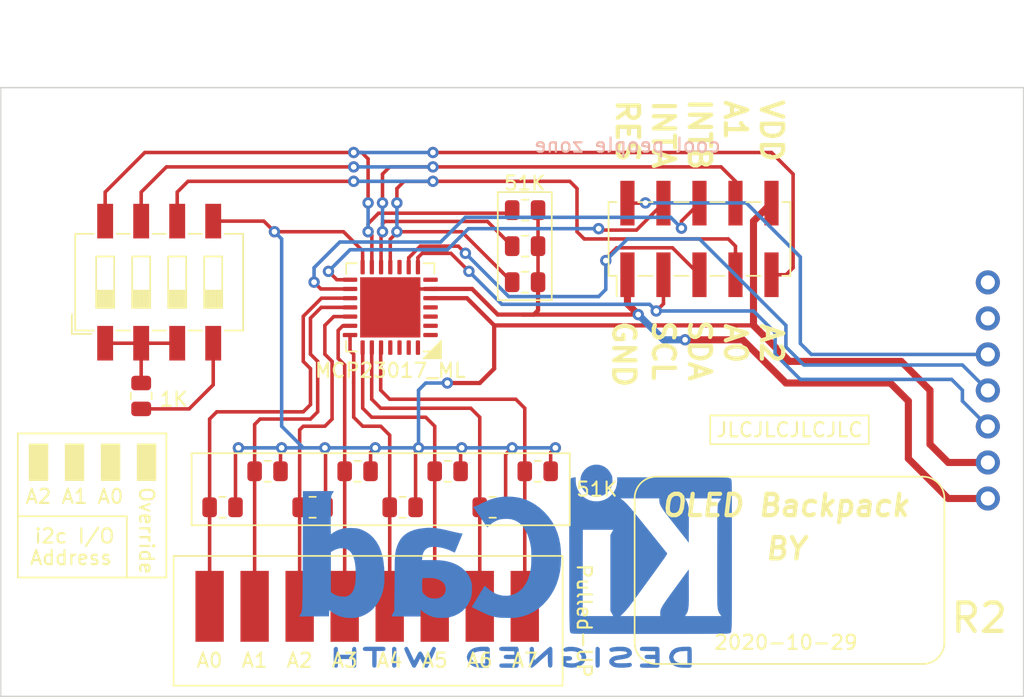
<source format=kicad_pcb>
(kicad_pcb (version 20171130) (host pcbnew "(5.1.7)-1")

  (general
    (thickness 1.6)
    (drawings 65)
    (tracks 302)
    (zones 0)
    (modules 25)
    (nets 33)
  )

  (page A4)
  (layers
    (0 F.Cu signal)
    (31 B.Cu signal)
    (32 B.Adhes user)
    (33 F.Adhes user)
    (34 B.Paste user)
    (35 F.Paste user)
    (36 B.SilkS user)
    (37 F.SilkS user)
    (38 B.Mask user)
    (39 F.Mask user)
    (40 Dwgs.User user)
    (41 Cmts.User user)
    (42 Eco1.User user)
    (43 Eco2.User user)
    (44 Edge.Cuts user)
    (45 Margin user)
    (46 B.CrtYd user)
    (47 F.CrtYd user)
    (48 B.Fab user)
    (49 F.Fab user)
  )

  (setup
    (last_trace_width 0.25)
    (user_trace_width 0.3)
    (user_trace_width 0.4)
    (user_trace_width 0.5)
    (trace_clearance 0.2)
    (zone_clearance 0.508)
    (zone_45_only no)
    (trace_min 0.2)
    (via_size 0.8)
    (via_drill 0.4)
    (via_min_size 0.4)
    (via_min_drill 0.3)
    (uvia_size 0.3)
    (uvia_drill 0.1)
    (uvias_allowed no)
    (uvia_min_size 0.2)
    (uvia_min_drill 0.1)
    (edge_width 0.05)
    (segment_width 0.2)
    (pcb_text_width 0.3)
    (pcb_text_size 1.5 1.5)
    (mod_edge_width 0.12)
    (mod_text_size 1 1)
    (mod_text_width 0.15)
    (pad_size 3 3)
    (pad_drill 3)
    (pad_to_mask_clearance 0)
    (aux_axis_origin 0 0)
    (visible_elements 7FFFFFFF)
    (pcbplotparams
      (layerselection 0x010fc_ffffffff)
      (usegerberextensions false)
      (usegerberattributes true)
      (usegerberadvancedattributes true)
      (creategerberjobfile true)
      (excludeedgelayer true)
      (linewidth 0.100000)
      (plotframeref false)
      (viasonmask false)
      (mode 1)
      (useauxorigin false)
      (hpglpennumber 1)
      (hpglpenspeed 20)
      (hpglpendiameter 15.000000)
      (psnegative false)
      (psa4output false)
      (plotreference true)
      (plotvalue true)
      (plotinvisibletext false)
      (padsonsilk false)
      (subtractmaskfromsilk false)
      (outputformat 1)
      (mirror false)
      (drillshape 0)
      (scaleselection 1)
      (outputdirectory "gerber/"))
  )

  (net 0 "")
  (net 1 "Net-(J3-Pad1)")
  (net 2 "Net-(J4-Pad1)")
  (net 3 "Net-(J5-Pad1)")
  (net 4 "Net-(J6-Pad1)")
  (net 5 "Net-(J7-Pad1)")
  (net 6 "Net-(R1-Pad1)")
  (net 7 "Net-(U1-Pad10)")
  (net 8 "Net-(U1-Pad3)")
  (net 9 "Net-(U1-Pad2)")
  (net 10 "Net-(U1-Pad1)")
  (net 11 VDD)
  (net 12 A2)
  (net 13 A1)
  (net 14 A0)
  (net 15 INTB)
  (net 16 SDA)
  (net 17 INTA)
  (net 18 SCL)
  (net 19 RES)
  (net 20 GND)
  (net 21 "Net-(J2-Pad7)")
  (net 22 "Net-(J2-Pad6)")
  (net 23 "Net-(J8-Pad1)")
  (net 24 "Net-(J9-Pad1)")
  (net 25 "Net-(J10-Pad1)")
  (net 26 "Net-(R1-Pad2)")
  (net 27 "Net-(U1-Pad28)")
  (net 28 "Net-(U1-Pad27)")
  (net 29 "Net-(U1-Pad26)")
  (net 30 "Net-(U1-Pad25)")
  (net 31 "Net-(U1-Pad7)")
  (net 32 "Net-(U1-Pad4)")

  (net_class Default "This is the default net class."
    (clearance 0.2)
    (trace_width 0.25)
    (via_dia 0.8)
    (via_drill 0.4)
    (uvia_dia 0.3)
    (uvia_drill 0.1)
    (add_net A0)
    (add_net A1)
    (add_net A2)
    (add_net GND)
    (add_net INTA)
    (add_net INTB)
    (add_net "Net-(J10-Pad1)")
    (add_net "Net-(J2-Pad6)")
    (add_net "Net-(J2-Pad7)")
    (add_net "Net-(J3-Pad1)")
    (add_net "Net-(J4-Pad1)")
    (add_net "Net-(J5-Pad1)")
    (add_net "Net-(J6-Pad1)")
    (add_net "Net-(J7-Pad1)")
    (add_net "Net-(J8-Pad1)")
    (add_net "Net-(J9-Pad1)")
    (add_net "Net-(R1-Pad1)")
    (add_net "Net-(R1-Pad2)")
    (add_net "Net-(U1-Pad1)")
    (add_net "Net-(U1-Pad10)")
    (add_net "Net-(U1-Pad2)")
    (add_net "Net-(U1-Pad25)")
    (add_net "Net-(U1-Pad26)")
    (add_net "Net-(U1-Pad27)")
    (add_net "Net-(U1-Pad28)")
    (add_net "Net-(U1-Pad3)")
    (add_net "Net-(U1-Pad4)")
    (add_net "Net-(U1-Pad7)")
    (add_net RES)
    (add_net SCL)
    (add_net SDA)
    (add_net VDD)
  )

  (module Symbol:KiCad-Logo2_12mm_Copper (layer B.Cu) (tedit 5F9A481B) (tstamp 5F9A50C5)
    (at 130.81 115.316 180)
    (descr "KiCad Logo")
    (tags "Logo KiCad")
    (attr virtual)
    (fp_text reference REF** (at 0 8.89 180) (layer B.SilkS) hide
      (effects (font (size 1 1) (thickness 0.15)) (justify mirror))
    )
    (fp_text value KiCad-Logo2_12mm_Copper (at 1.27 -10.16 180) (layer B.Fab) hide
      (effects (font (size 1 1) (thickness 0.15)) (justify mirror))
    )
    (fp_poly (pts (xy -11.847446 5.025459) (xy -11.321244 5.025387) (xy -11.076303 5.025377) (xy -7.155699 5.025377)
      (xy -7.155699 4.794266) (xy -7.131032 4.513024) (xy -7.056584 4.253641) (xy -6.931686 4.014576)
      (xy -6.75567 3.794286) (xy -6.696118 3.73479) (xy -6.481895 3.566029) (xy -6.24569 3.442948)
      (xy -5.994517 3.36549) (xy -5.735393 3.333601) (xy -5.475333 3.347224) (xy -5.221353 3.406303)
      (xy -4.980469 3.510783) (xy -4.759696 3.660607) (xy -4.660543 3.750999) (xy -4.475773 3.972624)
      (xy -4.340284 4.216339) (xy -4.255256 4.479357) (xy -4.221872 4.758894) (xy -4.221428 4.786394)
      (xy -4.219678 5.025368) (xy -4.114645 5.025372) (xy -4.02147 5.012727) (xy -3.936356 4.98196)
      (xy -3.930731 4.978781) (xy -3.911508 4.968806) (xy -3.893855 4.961038) (xy -3.877708 4.953213)
      (xy -3.863005 4.94307) (xy -3.849681 4.928345) (xy -3.837672 4.906775) (xy -3.826915 4.876099)
      (xy -3.817346 4.834053) (xy -3.808901 4.778374) (xy -3.801516 4.706801) (xy -3.795127 4.61707)
      (xy -3.789671 4.506918) (xy -3.785084 4.374084) (xy -3.781302 4.216304) (xy -3.77826 4.031316)
      (xy -3.775897 3.816856) (xy -3.774147 3.570663) (xy -3.772947 3.290473) (xy -3.772232 2.974025)
      (xy -3.77194 2.619054) (xy -3.772007 2.2233) (xy -3.772368 1.784498) (xy -3.77296 1.300386)
      (xy -3.773719 0.768702) (xy -3.774581 0.187183) (xy -3.775482 -0.446433) (xy -3.775587 -0.523629)
      (xy -3.776395 -1.161287) (xy -3.777081 -1.746582) (xy -3.777717 -2.281778) (xy -3.778376 -2.769136)
      (xy -3.779131 -3.210917) (xy -3.780053 -3.609382) (xy -3.781216 -3.966795) (xy -3.782693 -4.285415)
      (xy -3.784555 -4.567506) (xy -3.786876 -4.815328) (xy -3.789729 -5.031143) (xy -3.793185 -5.217213)
      (xy -3.797318 -5.3758) (xy -3.8022 -5.509164) (xy -3.807904 -5.619569) (xy -3.814502 -5.709275)
      (xy -3.822068 -5.780544) (xy -3.830673 -5.835638) (xy -3.84039 -5.876818) (xy -3.851293 -5.906346)
      (xy -3.863453 -5.926484) (xy -3.876943 -5.939493) (xy -3.891837 -5.947636) (xy -3.908206 -5.953173)
      (xy -3.926123 -5.958366) (xy -3.945661 -5.965477) (xy -3.950434 -5.967642) (xy -3.965434 -5.972506)
      (xy -3.990541 -5.976976) (xy -4.027946 -5.981066) (xy -4.079842 -5.984793) (xy -4.14842 -5.988173)
      (xy -4.235873 -5.991221) (xy -4.344394 -5.993954) (xy -4.476174 -5.996387) (xy -4.633406 -5.998537)
      (xy -4.818281 -6.000419) (xy -5.032993 -6.002049) (xy -5.279734 -6.003443) (xy -5.560694 -6.004617)
      (xy -5.878068 -6.005587) (xy -6.234047 -6.006369) (xy -6.630822 -6.006979) (xy -7.070588 -6.007432)
      (xy -7.555535 -6.007745) (xy -8.087856 -6.007934) (xy -8.669743 -6.008013) (xy -9.303389 -6.008)
      (xy -9.508644 -6.00798) (xy -10.156347 -6.007876) (xy -10.751644 -6.007706) (xy -11.296755 -6.007453)
      (xy -11.793897 -6.007098) (xy -12.24529 -6.006626) (xy -12.653151 -6.006018) (xy -13.0197 -6.005258)
      (xy -13.347154 -6.004327) (xy -13.637732 -6.003209) (xy -13.893652 -6.001886) (xy -14.117133 -6.000341)
      (xy -14.310394 -5.998557) (xy -14.475652 -5.996516) (xy -14.615127 -5.994201) (xy -14.731037 -5.991594)
      (xy -14.8256 -5.988678) (xy -14.901034 -5.985436) (xy -14.959558 -5.981851) (xy -15.003391 -5.977905)
      (xy -15.034752 -5.973581) (xy -15.055857 -5.968862) (xy -15.067363 -5.96454) (xy -15.087812 -5.955916)
      (xy -15.106587 -5.949557) (xy -15.12376 -5.943203) (xy -15.139402 -5.934597) (xy -15.153584 -5.92148)
      (xy -15.166377 -5.901594) (xy -15.177852 -5.872679) (xy -15.18808 -5.832479) (xy -15.197133 -5.778733)
      (xy -15.20508 -5.709185) (xy -15.211994 -5.621574) (xy -15.217945 -5.513644) (xy -15.223005 -5.383135)
      (xy -15.227245 -5.227789) (xy -15.230735 -5.045348) (xy -15.233547 -4.833553) (xy -15.234283 -4.752258)
      (xy -14.505361 -4.752258) (xy -11.928987 -4.752258) (xy -11.978561 -4.67715) (xy -12.027878 -4.599968)
      (xy -12.06964 -4.526469) (xy -12.104441 -4.451512) (xy -12.132877 -4.369953) (xy -12.15554 -4.276648)
      (xy -12.173025 -4.166453) (xy -12.185926 -4.034225) (xy -12.194837 -3.87482) (xy -12.200352 -3.683095)
      (xy -12.203064 -3.453907) (xy -12.203569 -3.182112) (xy -12.202459 -2.862566) (xy -12.20183 -2.743932)
      (xy -12.194732 -1.472123) (xy -11.389033 -2.56901) (xy -11.160779 -2.880183) (xy -10.963025 -3.151143)
      (xy -10.793635 -3.385478) (xy -10.650473 -3.58678) (xy -10.531405 -3.758637) (xy -10.434295 -3.90464)
      (xy -10.357007 -4.028378) (xy -10.297407 -4.133441) (xy -10.253359 -4.22342) (xy -10.222728 -4.301903)
      (xy -10.203378 -4.37248) (xy -10.193175 -4.438742) (xy -10.189983 -4.504277) (xy -10.191667 -4.572677)
      (xy -10.192097 -4.581274) (xy -10.200968 -4.752372) (xy -8.789236 -4.752315) (xy -7.377505 -4.752258)
      (xy -7.587516 -4.5405) (xy -7.644504 -4.482582) (xy -7.698566 -4.426225) (xy -7.752076 -4.368322)
      (xy -7.807404 -4.305764) (xy -7.866925 -4.235443) (xy -7.933011 -4.154251) (xy -8.008034 -4.059081)
      (xy -8.094367 -3.946823) (xy -8.194383 -3.81437) (xy -8.310454 -3.658614) (xy -8.444952 -3.476446)
      (xy -8.600251 -3.26476) (xy -8.778722 -3.020446) (xy -8.98274 -2.740397) (xy -9.214675 -2.421504)
      (xy -9.404782 -2.15992) (xy -9.643372 -1.831292) (xy -9.851508 -1.543957) (xy -10.031075 -1.295187)
      (xy -10.183957 -1.082254) (xy -10.312041 -0.90243) (xy -10.417212 -0.752986) (xy -10.501355 -0.631196)
      (xy -10.566357 -0.534331) (xy -10.614103 -0.459662) (xy -10.646477 -0.404463) (xy -10.665366 -0.366004)
      (xy -10.672655 -0.341559) (xy -10.670464 -0.328706) (xy -10.643913 -0.294504) (xy -10.586508 -0.222108)
      (xy -10.501713 -0.11582) (xy -10.392992 0.020055) (xy -10.263808 0.181216) (xy -10.117626 0.363357)
      (xy -9.957909 0.562178) (xy -9.788121 0.773373) (xy -9.611726 0.992641) (xy -9.432187 1.215677)
      (xy -9.333435 1.33828) (xy -6.881548 1.33828) (xy -6.677742 0.96957) (xy -6.677742 -4.383548)
      (xy -6.881548 -4.752258) (xy -5.676111 -4.752258) (xy -5.388341 -4.752174) (xy -5.150647 -4.751797)
      (xy -4.958482 -4.750935) (xy -4.807298 -4.7494) (xy -4.692548 -4.747) (xy -4.609685 -4.743546)
      (xy -4.554162 -4.738849) (xy -4.52143 -4.732717) (xy -4.506943 -4.724961) (xy -4.506153 -4.715391)
      (xy -4.514513 -4.703817) (xy -4.514599 -4.703721) (xy -4.549036 -4.653907) (xy -4.594637 -4.57291)
      (xy -4.634908 -4.492055) (xy -4.711291 -4.328925) (xy -4.719081 -1.495322) (xy -4.726871 1.33828)
      (xy -6.881548 1.33828) (xy -9.333435 1.33828) (xy -9.252969 1.438179) (xy -9.077536 1.655843)
      (xy -8.90935 1.864367) (xy -8.751877 2.059446) (xy -8.608579 2.236779) (xy -8.482921 2.392061)
      (xy -8.378366 2.52099) (xy -8.298379 2.619262) (xy -8.251398 2.676559) (xy -8.068963 2.89082)
      (xy -7.893452 3.08417) (xy -7.731016 3.25028) (xy -7.587805 3.38282) (xy -7.486171 3.464079)
      (xy -7.365998 3.550538) (xy -10.12984 3.550538) (xy -10.129064 3.388354) (xy -10.136788 3.269117)
      (xy -10.165828 3.158574) (xy -10.210782 3.053784) (xy -10.240004 2.994584) (xy -10.271423 2.935926)
      (xy -10.307909 2.873914) (xy -10.352331 2.804655) (xy -10.407561 2.724254) (xy -10.476469 2.628819)
      (xy -10.561923 2.514453) (xy -10.666796 2.377265) (xy -10.793955 2.213358) (xy -10.946273 2.01884)
      (xy -11.126618 1.789815) (xy -11.337862 1.522391) (xy -11.361721 1.492217) (xy -12.194732 0.438805)
      (xy -12.202796 1.605478) (xy -12.20442 1.954931) (xy -12.204074 2.25077) (xy -12.201742 2.49397)
      (xy -12.197407 2.685507) (xy -12.191051 2.826356) (xy -12.182659 2.917492) (xy -12.179838 2.93478)
      (xy -12.135584 3.116883) (xy -12.077602 3.28105) (xy -12.011437 3.413046) (xy -11.971687 3.469028)
      (xy -11.903102 3.550538) (xy -13.204453 3.550538) (xy -13.514885 3.550272) (xy -13.774477 3.549409)
      (xy -13.987014 3.547846) (xy -14.156276 3.545483) (xy -14.286048 3.54222) (xy -14.380111 3.537955)
      (xy -14.442248 3.532587) (xy -14.476241 3.526017) (xy -14.485874 3.518142) (xy -14.485208 3.516398)
      (xy -14.45762 3.474757) (xy -14.411564 3.408752) (xy -14.387735 3.375369) (xy -14.363099 3.342056)
      (xy -14.340955 3.312266) (xy -14.321164 3.283067) (xy -14.303586 3.251526) (xy -14.288081 3.214714)
      (xy -14.274511 3.169697) (xy -14.262736 3.113545) (xy -14.252616 3.043325) (xy -14.244013 2.956106)
      (xy -14.236786 2.848957) (xy -14.230796 2.718945) (xy -14.225904 2.563139) (xy -14.221971 2.378607)
      (xy -14.218857 2.162419) (xy -14.216422 1.911641) (xy -14.214527 1.623342) (xy -14.213033 1.294591)
      (xy -14.211801 0.922457) (xy -14.21069 0.504006) (xy -14.209562 0.036309) (xy -14.208508 -0.393354)
      (xy -14.207512 -0.872353) (xy -14.206994 -1.329362) (xy -14.206941 -1.761464) (xy -14.207338 -2.165738)
      (xy -14.208172 -2.539265) (xy -14.209429 -2.879127) (xy -14.211094 -3.182404) (xy -14.213156 -3.446177)
      (xy -14.215599 -3.667527) (xy -14.21841 -3.843535) (xy -14.221576 -3.971283) (xy -14.225082 -4.047849)
      (xy -14.225745 -4.055941) (xy -14.249905 -4.241568) (xy -14.287624 -4.390647) (xy -14.345064 -4.52075)
      (xy -14.428389 -4.649452) (xy -14.438811 -4.663494) (xy -14.505361 -4.752258) (xy -15.234283 -4.752258)
      (xy -15.235752 -4.590145) (xy -15.237421 -4.312867) (xy -15.238625 -3.999459) (xy -15.239435 -3.647664)
      (xy -15.239922 -3.255223) (xy -15.240156 -2.819877) (xy -15.240211 -2.339368) (xy -15.240156 -1.811438)
      (xy -15.240062 -1.233828) (xy -15.240002 -0.604279) (xy -15.24 -0.479301) (xy -15.239965 0.156878)
      (xy -15.239847 0.740675) (xy -15.239628 1.274332) (xy -15.239292 1.760091) (xy -15.238822 2.200195)
      (xy -15.238198 2.596884) (xy -15.237406 2.952401) (xy -15.236426 3.268988) (xy -15.235242 3.548887)
      (xy -15.233836 3.794339) (xy -15.23219 4.007587) (xy -15.230288 4.190872) (xy -15.228113 4.346436)
      (xy -15.225645 4.476522) (xy -15.222869 4.583371) (xy -15.219767 4.669225) (xy -15.216321 4.736326)
      (xy -15.212515 4.786916) (xy -15.20833 4.823236) (xy -15.203749 4.84753) (xy -15.198755 4.862038)
      (xy -15.19857 4.8624) (xy -15.188285 4.884563) (xy -15.179718 4.904628) (xy -15.170241 4.922699)
      (xy -15.157226 4.938879) (xy -15.138043 4.953274) (xy -15.110065 4.965986) (xy -15.070663 4.97712)
      (xy -15.017208 4.986779) (xy -14.947071 4.995068) (xy -14.857624 5.00209) (xy -14.746238 5.00795)
      (xy -14.610284 5.01275) (xy -14.447135 5.016596) (xy -14.254161 5.019591) (xy -14.028733 5.021839)
      (xy -13.768224 5.023444) (xy -13.470004 5.024509) (xy -13.131445 5.02514) (xy -12.749918 5.025439)
      (xy -12.322794 5.02551) (xy -11.847446 5.025459)) (layer B.Cu) (width 0.01))
    (fp_poly (pts (xy 0.875193 3.659223) (xy 1.169706 3.626981) (xy 1.455039 3.569271) (xy 1.7428 3.483083)
      (xy 2.044596 3.365407) (xy 2.372034 3.213233) (xy 2.431001 3.183757) (xy 2.566324 3.11709)
      (xy 2.693951 3.057061) (xy 2.801287 3.009401) (xy 2.875736 2.979845) (xy 2.887173 2.976124)
      (xy 2.996774 2.943286) (xy 2.506155 2.229547) (xy 2.386206 2.055105) (xy 2.276539 1.89573)
      (xy 2.180883 1.756832) (xy 2.102969 1.643822) (xy 2.046525 1.56211) (xy 2.015281 1.517109)
      (xy 2.010205 1.509982) (xy 1.989588 1.524883) (xy 1.938839 1.56968) (xy 1.867034 1.636235)
      (xy 1.827406 1.673853) (xy 1.602882 1.852432) (xy 1.350726 1.988132) (xy 1.13344 2.062463)
      (xy 1.003007 2.085807) (xy 0.839693 2.100033) (xy 0.662707 2.104876) (xy 0.491256 2.100074)
      (xy 0.344548 2.085362) (xy 0.286007 2.074095) (xy 0.022147 1.983315) (xy -0.215622 1.844704)
      (xy -0.427124 1.658515) (xy -0.612184 1.425001) (xy -0.770625 1.144416) (xy -0.902271 0.817013)
      (xy -1.006946 0.443045) (xy -1.069155 0.122903) (xy -1.085386 -0.018426) (xy -1.096444 -0.201004)
      (xy -1.102437 -0.411709) (xy -1.103473 -0.637422) (xy -1.099657 -0.865022) (xy -1.091097 -1.081389)
      (xy -1.077899 -1.273402) (xy -1.06017 -1.427943) (xy -1.056333 -1.451786) (xy -0.971749 -1.83586)
      (xy -0.856505 -2.175783) (xy -0.709897 -2.473078) (xy -0.531226 -2.729268) (xy -0.4044 -2.867775)
      (xy -0.176475 -3.055828) (xy 0.073488 -3.19522) (xy 0.34127 -3.285195) (xy 0.622656 -3.324994)
      (xy 0.913429 -3.313857) (xy 1.209373 -3.251026) (xy 1.38434 -3.189547) (xy 1.626466 -3.066436)
      (xy 1.87602 -2.889837) (xy 2.015809 -2.770412) (xy 2.094301 -2.701291) (xy 2.15597 -2.650579)
      (xy 2.191072 -2.626144) (xy 2.19543 -2.625398) (xy 2.211097 -2.650367) (xy 2.251692 -2.716348)
      (xy 2.313757 -2.817685) (xy 2.393833 -2.948721) (xy 2.488462 -3.1038) (xy 2.594186 -3.277265)
      (xy 2.653033 -3.373896) (xy 3.102526 -4.112201) (xy 2.541317 -4.389549) (xy 2.338404 -4.489172)
      (xy 2.174027 -4.567729) (xy 2.038139 -4.629122) (xy 1.920691 -4.677253) (xy 1.811636 -4.716023)
      (xy 1.700926 -4.749333) (xy 1.578513 -4.781086) (xy 1.461182 -4.808969) (xy 1.356895 -4.830546)
      (xy 1.247832 -4.846851) (xy 1.123073 -4.858791) (xy 0.971703 -4.86727) (xy 0.782801 -4.873192)
      (xy 0.655483 -4.875749) (xy 0.473823 -4.877494) (xy 0.299633 -4.876614) (xy 0.144443 -4.87336)
      (xy 0.019777 -4.867984) (xy -0.062834 -4.860735) (xy -0.06773 -4.860012) (xy -0.496709 -4.767205)
      (xy -0.899551 -4.626449) (xy -1.276112 -4.437839) (xy -1.626252 -4.201466) (xy -1.949828 -3.917424)
      (xy -2.2467 -3.585805) (xy -2.461701 -3.291075) (xy -2.690589 -2.905298) (xy -2.875611 -2.497895)
      (xy -3.017662 -2.0656) (xy -3.117636 -1.605146) (xy -3.176428 -1.113267) (xy -3.194951 -0.613799)
      (xy -3.179717 -0.130634) (xy -3.131844 0.315158) (xy -3.049811 0.731095) (xy -2.932097 1.124696)
      (xy -2.777181 1.503482) (xy -2.758683 1.542725) (xy -2.554894 1.90956) (xy -2.304598 2.25864)
      (xy -2.014885 2.58274) (xy -1.692846 2.874634) (xy -1.345574 3.127096) (xy -1.021987 3.312286)
      (xy -0.695096 3.45733) (xy -0.367511 3.562397) (xy -0.026552 3.630347) (xy 0.340465 3.66404)
      (xy 0.559892 3.669008) (xy 0.875193 3.659223)) (layer B.Cu) (width 0.01))
    (fp_poly (pts (xy 6.300951 1.463632) (xy 6.436272 1.453389) (xy 6.823442 1.401878) (xy 7.166321 1.319717)
      (xy 7.46658 1.205778) (xy 7.725888 1.058928) (xy 7.945916 0.878038) (xy 8.128334 0.661978)
      (xy 8.274811 0.409616) (xy 8.381771 0.136559) (xy 8.408921 0.049459) (xy 8.432564 -0.032107)
      (xy 8.452977 -0.112529) (xy 8.470439 -0.196199) (xy 8.48523 -0.287508) (xy 8.497627 -0.390847)
      (xy 8.507911 -0.510609) (xy 8.516358 -0.651183) (xy 8.523248 -0.816962) (xy 8.528861 -1.012336)
      (xy 8.533473 -1.241698) (xy 8.537365 -1.509437) (xy 8.540815 -1.819947) (xy 8.544102 -2.177618)
      (xy 8.546451 -2.458064) (xy 8.562258 -4.383548) (xy 8.664677 -4.568843) (xy 8.713175 -4.658111)
      (xy 8.749266 -4.727448) (xy 8.766483 -4.764354) (xy 8.767096 -4.766854) (xy 8.74078 -4.769715)
      (xy 8.665811 -4.772351) (xy 8.548161 -4.774689) (xy 8.3938 -4.776653) (xy 8.2087 -4.77817)
      (xy 7.998832 -4.779165) (xy 7.770167 -4.779565) (xy 7.742903 -4.77957) (xy 6.718709 -4.77957)
      (xy 6.718709 -4.547419) (xy 6.716963 -4.442507) (xy 6.712302 -4.362271) (xy 6.705596 -4.319251)
      (xy 6.702632 -4.315269) (xy 6.675523 -4.33195) (xy 6.619731 -4.375731) (xy 6.547215 -4.437216)
      (xy 6.545589 -4.438638) (xy 6.413257 -4.53716) (xy 6.246133 -4.636089) (xy 6.0631 -4.725706)
      (xy 5.883043 -4.796293) (xy 5.803763 -4.820414) (xy 5.645991 -4.851051) (xy 5.452397 -4.870602)
      (xy 5.240704 -4.878787) (xy 5.028632 -4.875327) (xy 4.833904 -4.859945) (xy 4.697634 -4.837811)
      (xy 4.363454 -4.739676) (xy 4.062603 -4.599819) (xy 3.797039 -4.419974) (xy 3.568721 -4.201876)
      (xy 3.379606 -3.947261) (xy 3.231653 -3.657864) (xy 3.167825 -3.482258) (xy 3.127823 -3.311576)
      (xy 3.101313 -3.106678) (xy 3.089047 -2.886464) (xy 3.08945 -2.85442) (xy 4.936612 -2.85442)
      (xy 4.95193 -3.018053) (xy 5.002935 -3.154042) (xy 5.097204 -3.280208) (xy 5.133411 -3.317203)
      (xy 5.26212 -3.417221) (xy 5.410885 -3.481294) (xy 5.589113 -3.512309) (xy 5.776798 -3.514593)
      (xy 5.954814 -3.499514) (xy 6.091112 -3.470021) (xy 6.150306 -3.447869) (xy 6.256995 -3.387496)
      (xy 6.370037 -3.302589) (xy 6.473175 -3.207295) (xy 6.550151 -3.11576) (xy 6.570591 -3.082181)
      (xy 6.586481 -3.035157) (xy 6.597778 -2.960333) (xy 6.605009 -2.85056) (xy 6.6087 -2.698692)
      (xy 6.609462 -2.554155) (xy 6.608946 -2.385644) (xy 6.60686 -2.263799) (xy 6.602402 -2.180666)
      (xy 6.594765 -2.128292) (xy 6.583146 -2.098726) (xy 6.56674 -2.084013) (xy 6.561666 -2.08167)
      (xy 6.51757 -2.074453) (xy 6.4306 -2.06855) (xy 6.3125 -2.064493) (xy 6.175014 -2.062815)
      (xy 6.145161 -2.062813) (xy 5.961386 -2.065746) (xy 5.819407 -2.074469) (xy 5.706591 -2.090177)
      (xy 5.613402 -2.113118) (xy 5.382246 -2.200535) (xy 5.200973 -2.30801) (xy 5.068014 -2.437262)
      (xy 4.981801 -2.59001) (xy 4.940762 -2.767972) (xy 4.936612 -2.85442) (xy 3.08945 -2.85442)
      (xy 3.091776 -2.669834) (xy 3.110252 -2.475689) (xy 3.124664 -2.397252) (xy 3.21669 -2.106017)
      (xy 3.356623 -1.838054) (xy 3.541823 -1.595932) (xy 3.769648 -1.382221) (xy 4.037457 -1.199492)
      (xy 4.342607 -1.050314) (xy 4.602043 -0.959727) (xy 4.775434 -0.912136) (xy 4.941282 -0.875155)
      (xy 5.110329 -0.847585) (xy 5.293317 -0.828224) (xy 5.500989 -0.815871) (xy 5.744087 -0.809326)
      (xy 5.963872 -0.807483) (xy 6.615594 -0.805699) (xy 6.603109 -0.609798) (xy 6.567657 -0.397243)
      (xy 6.492241 -0.214543) (xy 6.380073 -0.066262) (xy 6.234364 0.04304) (xy 6.106064 0.096376)
      (xy 5.922235 0.12999) (xy 5.703394 0.134817) (xy 5.4598 0.112637) (xy 5.20171 0.065228)
      (xy 4.939385 -0.005629) (xy 4.683082 -0.098155) (xy 4.496824 -0.182778) (xy 4.407211 -0.226231)
      (xy 4.338858 -0.25658) (xy 4.304097 -0.268423) (xy 4.302211 -0.268043) (xy 4.290215 -0.241518)
      (xy 4.260262 -0.17121) (xy 4.21517 -0.063855) (xy 4.157757 0.07381) (xy 4.090842 0.235051)
      (xy 4.022824 0.399605) (xy 3.750897 1.058672) (xy 3.944319 1.090441) (xy 4.028154 1.106381)
      (xy 4.154183 1.133153) (xy 4.311608 1.168327) (xy 4.489633 1.209472) (xy 4.677463 1.254158)
      (xy 4.752258 1.272317) (xy 5.075838 1.347369) (xy 5.359132 1.403638) (xy 5.612715 1.442262)
      (xy 5.847162 1.464377) (xy 6.073049 1.471122) (xy 6.300951 1.463632)) (layer B.Cu) (width 0.01))
    (fp_poly (pts (xy 13.610967 4.064382) (xy 13.843254 4.063429) (xy 13.922204 4.062948) (xy 15.007849 4.055807)
      (xy 15.021505 -0.109247) (xy 15.023308 -0.674041) (xy 15.024908 -1.186864) (xy 15.026406 -1.650371)
      (xy 15.027906 -2.067214) (xy 15.029509 -2.440045) (xy 15.03132 -2.771519) (xy 15.03344 -3.064286)
      (xy 15.035972 -3.321002) (xy 15.03902 -3.544318) (xy 15.042685 -3.736887) (xy 15.047071 -3.901363)
      (xy 15.05228 -4.040398) (xy 15.058416 -4.156644) (xy 15.06558 -4.252756) (xy 15.073875 -4.331386)
      (xy 15.083405 -4.395187) (xy 15.094272 -4.446811) (xy 15.106579 -4.488912) (xy 15.120428 -4.524143)
      (xy 15.135923 -4.555156) (xy 15.153165 -4.584604) (xy 15.172258 -4.615141) (xy 15.193305 -4.649418)
      (xy 15.197619 -4.65672) (xy 15.269996 -4.780221) (xy 14.223976 -4.773068) (xy 13.177956 -4.765914)
      (xy 13.164301 -4.536142) (xy 13.156865 -4.425873) (xy 13.149117 -4.362122) (xy 13.138603 -4.336827)
      (xy 13.122872 -4.341922) (xy 13.109677 -4.356498) (xy 13.052197 -4.409591) (xy 12.958513 -4.477837)
      (xy 12.841825 -4.55308) (xy 12.715331 -4.627167) (xy 12.592231 -4.691943) (xy 12.497713 -4.734561)
      (xy 12.276274 -4.804595) (xy 12.022207 -4.854204) (xy 11.754266 -4.881494) (xy 11.491211 -4.884569)
      (xy 11.251795 -4.861532) (xy 11.247853 -4.860873) (xy 10.920253 -4.778669) (xy 10.613587 -4.6477)
      (xy 10.330814 -4.47078) (xy 10.074892 -4.250726) (xy 9.848778 -3.990351) (xy 9.65543 -3.692472)
      (xy 9.497806 -3.359904) (xy 9.411984 -3.113548) (xy 9.355389 -2.907445) (xy 9.313418 -2.707867)
      (xy 9.284789 -2.50269) (xy 9.268218 -2.279791) (xy 9.262423 -2.027045) (xy 9.264989 -1.820662)
      (xy 11.280325 -1.820662) (xy 11.289862 -2.166732) (xy 11.319946 -2.464467) (xy 11.371503 -2.71651)
      (xy 11.445458 -2.925502) (xy 11.542738 -3.094086) (xy 11.664266 -3.224906) (xy 11.804546 -3.317385)
      (xy 11.87754 -3.351909) (xy 11.940847 -3.372607) (xy 12.011427 -3.382077) (xy 12.106242 -3.382915)
      (xy 12.208387 -3.379228) (xy 12.409261 -3.36151) (xy 12.568134 -3.326813) (xy 12.618064 -3.309433)
      (xy 12.732075 -3.258102) (xy 12.852323 -3.193643) (xy 12.904838 -3.161376) (xy 13.041397 -3.071805)
      (xy 13.041397 -0.232706) (xy 12.891182 -0.142665) (xy 12.681692 -0.040923) (xy 12.467658 0.019249)
      (xy 12.256909 0.038204) (xy 12.057273 0.016299) (xy 11.876577 -0.046113) (xy 11.722649 -0.148676)
      (xy 11.672981 -0.197906) (xy 11.553262 -0.359211) (xy 11.456364 -0.554471) (xy 11.381477 -0.787031)
      (xy 11.327793 -1.060239) (xy 11.2945 -1.377441) (xy 11.280789 -1.741984) (xy 11.280325 -1.820662)
      (xy 9.264989 -1.820662) (xy 9.266058 -1.734756) (xy 9.289082 -1.285158) (xy 9.335378 -0.879628)
      (xy 9.406164 -0.512257) (xy 9.502661 -0.177137) (xy 9.626087 0.131637) (xy 9.670131 0.223178)
      (xy 9.84754 0.521704) (xy 10.06193 0.786993) (xy 10.308259 1.014763) (xy 10.581487 1.200732)
      (xy 10.876574 1.340618) (xy 11.053459 1.398322) (xy 11.227178 1.432578) (xy 11.436205 1.452959)
      (xy 11.663014 1.459475) (xy 11.890084 1.452134) (xy 12.099892 1.430945) (xy 12.268352 1.397705)
      (xy 12.468857 1.332518) (xy 12.663195 1.248693) (xy 12.833224 1.15472) (xy 12.923721 1.090942)
      (xy 12.986144 1.043516) (xy 13.029853 1.014639) (xy 13.039796 1.010538) (xy 13.042879 1.036959)
      (xy 13.045753 1.112661) (xy 13.048355 1.232302) (xy 13.050621 1.390538) (xy 13.052488 1.582027)
      (xy 13.053891 1.801426) (xy 13.054767 2.043393) (xy 13.055053 2.289853) (xy 13.054894 2.605524)
      (xy 13.054108 2.871663) (xy 13.052238 3.093359) (xy 13.048825 3.275704) (xy 13.043409 3.423788)
      (xy 13.035531 3.542701) (xy 13.024733 3.637535) (xy 13.010555 3.71338) (xy 12.992539 3.775326)
      (xy 12.970225 3.828464) (xy 12.943154 3.877885) (xy 12.910867 3.928679) (xy 12.906713 3.934969)
      (xy 12.865071 4.000755) (xy 12.839929 4.045992) (xy 12.836559 4.055534) (xy 12.862903 4.058545)
      (xy 12.938069 4.060994) (xy 13.056257 4.062842) (xy 13.211669 4.064049) (xy 13.398506 4.064576)
      (xy 13.610967 4.064382)) (layer B.Cu) (width 0.01))
    (fp_poly (pts (xy -5.422844 5.895156) (xy -5.217742 5.824043) (xy -5.026785 5.712111) (xy -4.856243 5.559375)
      (xy -4.712387 5.365849) (xy -4.647768 5.243871) (xy -4.591842 5.073257) (xy -4.564735 4.876289)
      (xy -4.567738 4.673795) (xy -4.601067 4.490301) (xy -4.692162 4.266076) (xy -4.824258 4.071578)
      (xy -4.990642 3.910633) (xy -5.184598 3.787067) (xy -5.399414 3.704708) (xy -5.628375 3.667383)
      (xy -5.864767 3.678918) (xy -5.981291 3.70357) (xy -6.208385 3.791909) (xy -6.410081 3.92671)
      (xy -6.581515 4.103817) (xy -6.71782 4.319073) (xy -6.729352 4.342581) (xy -6.769217 4.430795)
      (xy -6.794249 4.50509) (xy -6.807839 4.583465) (xy -6.813382 4.68392) (xy -6.814302 4.793226)
      (xy -6.81278 4.924552) (xy -6.805914 5.019491) (xy -6.79025 5.096247) (xy -6.762333 5.173026)
      (xy -6.727873 5.248777) (xy -6.599338 5.46381) (xy -6.441052 5.63792) (xy -6.259287 5.771124)
      (xy -6.060313 5.863434) (xy -5.8504 5.914866) (xy -5.635821 5.925435) (xy -5.422844 5.895156)) (layer B.Cu) (width 0.01))
    (fp_poly (pts (xy -12.092377 -6.917114) (xy -12.01306 -6.91792) (xy -11.780649 -6.923528) (xy -11.586006 -6.940185)
      (xy -11.422496 -6.96968) (xy -11.283486 -7.013797) (xy -11.162341 -7.074325) (xy -11.052429 -7.15305)
      (xy -11.013171 -7.187248) (xy -10.948049 -7.267265) (xy -10.889328 -7.375846) (xy -10.844069 -7.496203)
      (xy -10.819335 -7.611547) (xy -10.816765 -7.654169) (xy -10.83287 -7.772322) (xy -10.876027 -7.901382)
      (xy -10.938504 -8.023542) (xy -11.012567 -8.120992) (xy -11.024597 -8.13275) (xy -11.126499 -8.215394)
      (xy -11.238088 -8.279909) (xy -11.365798 -8.327983) (xy -11.516062 -8.361307) (xy -11.695314 -8.381572)
      (xy -11.909987 -8.390469) (xy -12.008317 -8.391223) (xy -12.13334 -8.390621) (xy -12.221262 -8.388104)
      (xy -12.280333 -8.382604) (xy -12.3188 -8.373055) (xy -12.344912 -8.358389) (xy -12.358908 -8.345866)
      (xy -12.372129 -8.330652) (xy -12.3825 -8.311025) (xy -12.390365 -8.281728) (xy -12.396071 -8.237503)
      (xy -12.399961 -8.173092) (xy -12.40238 -8.083237) (xy -12.403674 -7.962682) (xy -12.404186 -7.806167)
      (xy -12.404265 -7.654169) (xy -12.404765 -7.45144) (xy -12.404657 -7.289491) (xy -12.402728 -7.211937)
      (xy -12.109444 -7.211937) (xy -12.109444 -8.096402) (xy -11.922346 -8.09623) (xy -11.809764 -8.093001)
      (xy -11.691852 -8.084683) (xy -11.593473 -8.073048) (xy -11.59048 -8.072569) (xy -11.43148 -8.034127)
      (xy -11.308154 -7.974256) (xy -11.214343 -7.889058) (xy -11.154737 -7.796814) (xy -11.11801 -7.694489)
      (xy -11.120858 -7.598409) (xy -11.163482 -7.495419) (xy -11.246854 -7.388876) (xy -11.362386 -7.309927)
      (xy -11.512557 -7.257156) (xy -11.612919 -7.238481) (xy -11.726843 -7.225366) (xy -11.847585 -7.215873)
      (xy -11.950281 -7.211927) (xy -11.956364 -7.211908) (xy -12.109444 -7.211937) (xy -12.402728 -7.211937)
      (xy -12.401529 -7.163782) (xy -12.392966 -7.069771) (xy -12.376558 -7.00292) (xy -12.34989 -6.958686)
      (xy -12.310551 -6.932529) (xy -12.256128 -6.919909) (xy -12.184207 -6.916284) (xy -12.092377 -6.917114)) (layer B.Cu) (width 0.01))
    (fp_poly (pts (xy -9.262646 -6.917275) (xy -9.12321 -6.918023) (xy -9.017963 -6.919763) (xy -8.941324 -6.9229)
      (xy -8.88771 -6.927836) (xy -8.851537 -6.934976) (xy -8.827221 -6.944724) (xy -8.809181 -6.957484)
      (xy -8.802649 -6.963356) (xy -8.762922 -7.02575) (xy -8.755769 -7.097441) (xy -8.781903 -7.161087)
      (xy -8.793987 -7.17395) (xy -8.813532 -7.186421) (xy -8.845003 -7.196043) (xy -8.894236 -7.203282)
      (xy -8.967066 -7.208606) (xy -9.069329 -7.212485) (xy -9.206862 -7.215387) (xy -9.332603 -7.217152)
      (xy -9.830248 -7.223277) (xy -9.837049 -7.353678) (xy -9.84385 -7.48408) (xy -9.506055 -7.48408)
      (xy -9.359406 -7.485345) (xy -9.252044 -7.490637) (xy -9.177937 -7.502201) (xy -9.131049 -7.522281)
      (xy -9.105347 -7.553121) (xy -9.094796 -7.596967) (xy -9.093194 -7.63766) (xy -9.098173 -7.687591)
      (xy -9.116964 -7.724383) (xy -9.155347 -7.749958) (xy -9.2191 -7.766239) (xy -9.314004 -7.775149)
      (xy -9.445838 -7.77861) (xy -9.517794 -7.778902) (xy -9.841587 -7.778902) (xy -9.841587 -8.096402)
      (xy -9.342658 -8.096402) (xy -9.179113 -8.096629) (xy -9.054817 -8.097652) (xy -8.963666 -8.099979)
      (xy -8.899552 -8.104118) (xy -8.85637 -8.11058) (xy -8.828013 -8.119871) (xy -8.808375 -8.132502)
      (xy -8.798373 -8.141759) (xy -8.764062 -8.195786) (xy -8.753015 -8.243812) (xy -8.768789 -8.302474)
      (xy -8.798373 -8.345866) (xy -8.814156 -8.359526) (xy -8.834531 -8.370133) (xy -8.864978 -8.378071)
      (xy -8.910977 -8.383726) (xy -8.97801 -8.387482) (xy -9.071558 -8.389723) (xy -9.1971 -8.390834)
      (xy -9.360118 -8.391199) (xy -9.444712 -8.391223) (xy -9.625868 -8.391063) (xy -9.767148 -8.390325)
      (xy -9.874032 -8.388627) (xy -9.952002 -8.385582) (xy -10.006539 -8.380806) (xy -10.043122 -8.373915)
      (xy -10.067233 -8.364524) (xy -10.084353 -8.352248) (xy -10.091051 -8.345866) (xy -10.104308 -8.330605)
      (xy -10.114699 -8.310916) (xy -10.122571 -8.281524) (xy -10.128273 -8.237153) (xy -10.132152 -8.172526)
      (xy -10.134557 -8.082367) (xy -10.135836 -7.961401) (xy -10.136335 -7.804351) (xy -10.136408 -7.658123)
      (xy -10.136341 -7.470857) (xy -10.13587 -7.323651) (xy -10.134593 -7.211205) (xy -10.132109 -7.128222)
      (xy -10.128016 -7.069403) (xy -10.121911 -7.02945) (xy -10.113392 -7.003064) (xy -10.102058 -6.984948)
      (xy -10.087505 -6.969803) (xy -10.08392 -6.966426) (xy -10.066521 -6.951478) (xy -10.046305 -6.939903)
      (xy -10.017664 -6.931268) (xy -9.974989 -6.925145) (xy -9.912675 -6.921102) (xy -9.825112 -6.918709)
      (xy -9.706693 -6.917534) (xy -9.551811 -6.917148) (xy -9.441857 -6.917116) (xy -9.262646 -6.917275)) (layer B.Cu) (width 0.01))
    (fp_poly (pts (xy -7.211346 -6.919696) (xy -7.061048 -6.930203) (xy -6.921263 -6.946614) (xy -6.800117 -6.96831)
      (xy -6.705734 -6.994673) (xy -6.646241 -7.025087) (xy -6.637109 -7.03404) (xy -6.605355 -7.103511)
      (xy -6.614984 -7.174831) (xy -6.664237 -7.23585) (xy -6.666587 -7.237598) (xy -6.695557 -7.256399)
      (xy -6.725799 -7.266285) (xy -6.767981 -7.267486) (xy -6.832772 -7.26023) (xy -6.930841 -7.244747)
      (xy -6.93873 -7.243444) (xy -7.084857 -7.225492) (xy -7.242514 -7.216636) (xy -7.400636 -7.21655)
      (xy -7.54816 -7.224908) (xy -7.67402 -7.241382) (xy -7.767152 -7.265646) (xy -7.773271 -7.268085)
      (xy -7.840835 -7.30594) (xy -7.864573 -7.34425) (xy -7.84599 -7.381927) (xy -7.786591 -7.417883)
      (xy -7.687881 -7.451029) (xy -7.551365 -7.480277) (xy -7.460337 -7.494359) (xy -7.271118 -7.521446)
      (xy -7.120625 -7.546207) (xy -7.002446 -7.570786) (xy -6.910171 -7.597328) (xy -6.83739 -7.627976)
      (xy -6.77769 -7.664875) (xy -6.724662 -7.710168) (xy -6.682049 -7.754646) (xy -6.631494 -7.816618)
      (xy -6.606615 -7.869907) (xy -6.598834 -7.935562) (xy -6.598551 -7.959606) (xy -6.604395 -8.039394)
      (xy -6.627751 -8.098753) (xy -6.668173 -8.151439) (xy -6.750324 -8.231977) (xy -6.841932 -8.293397)
      (xy -6.949804 -8.337702) (xy -7.080745 -8.366895) (xy -7.241564 -8.382979) (xy -7.439066 -8.387956)
      (xy -7.471676 -8.387872) (xy -7.603381 -8.385142) (xy -7.733995 -8.378939) (xy -7.849281 -8.370153)
      (xy -7.935 -8.359673) (xy -7.941933 -8.35847) (xy -8.027159 -8.338281) (xy -8.099447 -8.312778)
      (xy -8.14037 -8.289462) (xy -8.178454 -8.227952) (xy -8.181105 -8.156325) (xy -8.148275 -8.092494)
      (xy -8.14093 -8.085276) (xy -8.110568 -8.06383) (xy -8.072598 -8.05459) (xy -8.013832 -8.056163)
      (xy -7.942492 -8.064336) (xy -7.862777 -8.071637) (xy -7.751029 -8.077797) (xy -7.620572 -8.082267)
      (xy -7.484726 -8.084499) (xy -7.448998 -8.084646) (xy -7.312646 -8.084096) (xy -7.212856 -8.081449)
      (xy -7.140848 -8.075786) (xy -7.08784 -8.066189) (xy -7.045053 -8.05174) (xy -7.01934 -8.039705)
      (xy -6.962837 -8.006288) (xy -6.926813 -7.976024) (xy -6.921548 -7.967445) (xy -6.932655 -7.932019)
      (xy -6.985457 -7.897724) (xy -7.076296 -7.866117) (xy -7.201512 -7.838754) (xy -7.238404 -7.832659)
      (xy -7.431098 -7.802393) (xy -7.584884 -7.777096) (xy -7.705697 -7.754929) (xy -7.799475 -7.734053)
      (xy -7.872151 -7.71263) (xy -7.929663 -7.688822) (xy -7.977945 -7.660791) (xy -8.022933 -7.626698)
      (xy -8.070563 -7.584705) (xy -8.086591 -7.569982) (xy -8.142786 -7.515037) (xy -8.172532 -7.471504)
      (xy -8.184169 -7.421688) (xy -8.186051 -7.358912) (xy -8.165331 -7.235808) (xy -8.103409 -7.131214)
      (xy -8.000639 -7.045468) (xy -7.857378 -6.978907) (xy -7.755158 -6.949052) (xy -7.644063 -6.92977)
      (xy -7.510979 -6.918862) (xy -7.364032 -6.91571) (xy -7.211346 -6.919696)) (layer B.Cu) (width 0.01))
    (fp_poly (pts (xy -5.66873 -6.962473) (xy -5.655509 -6.977687) (xy -5.645139 -6.997314) (xy -5.637273 -7.026611)
      (xy -5.631567 -7.070836) (xy -5.627677 -7.135247) (xy -5.625258 -7.225101) (xy -5.623964 -7.345657)
      (xy -5.623452 -7.502171) (xy -5.623373 -7.654169) (xy -5.623513 -7.842701) (xy -5.624162 -7.991133)
      (xy -5.625666 -8.104724) (xy -5.628369 -8.188732) (xy -5.632616 -8.248413) (xy -5.638752 -8.289025)
      (xy -5.647121 -8.315827) (xy -5.658069 -8.334076) (xy -5.66873 -8.345866) (xy -5.735031 -8.385403)
      (xy -5.805676 -8.381854) (xy -5.868884 -8.338734) (xy -5.883407 -8.3219) (xy -5.894757 -8.302367)
      (xy -5.903325 -8.274738) (xy -5.909502 -8.233612) (xy -5.913678 -8.173591) (xy -5.916245 -8.089274)
      (xy -5.917592 -7.975263) (xy -5.918112 -7.826157) (xy -5.918194 -7.657346) (xy -5.918194 -7.028447)
      (xy -5.862528 -6.972781) (xy -5.793914 -6.925948) (xy -5.727357 -6.924261) (xy -5.66873 -6.962473)) (layer B.Cu) (width 0.01))
    (fp_poly (pts (xy -3.712553 -6.928229) (xy -3.574908 -6.951325) (xy -3.469194 -6.987228) (xy -3.40042 -7.034501)
      (xy -3.381679 -7.061471) (xy -3.362621 -7.124198) (xy -3.375446 -7.180945) (xy -3.415933 -7.234758)
      (xy -3.478842 -7.259933) (xy -3.570123 -7.257888) (xy -3.640724 -7.244249) (xy -3.797606 -7.218263)
      (xy -3.957934 -7.215793) (xy -4.137389 -7.236886) (xy -4.186958 -7.245823) (xy -4.353823 -7.292869)
      (xy -4.484366 -7.362852) (xy -4.577156 -7.454579) (xy -4.630761 -7.566857) (xy -4.641848 -7.624905)
      (xy -4.634591 -7.742676) (xy -4.587739 -7.846873) (xy -4.505562 -7.935465) (xy -4.392329 -8.006421)
      (xy -4.252309 -8.05771) (xy -4.089771 -8.087302) (xy -3.908985 -8.093166) (xy -3.714218 -8.073271)
      (xy -3.703221 -8.071395) (xy -3.625754 -8.056966) (xy -3.582802 -8.043029) (xy -3.564185 -8.022349)
      (xy -3.559724 -7.987693) (xy -3.559623 -7.969341) (xy -3.559623 -7.892294) (xy -3.697185 -7.892294)
      (xy -3.818662 -7.883973) (xy -3.901561 -7.857455) (xy -3.949794 -7.810412) (xy -3.967276 -7.740513)
      (xy -3.96749 -7.73139) (xy -3.957261 -7.671645) (xy -3.922188 -7.628984) (xy -3.85691 -7.600752)
      (xy -3.75607 -7.584294) (xy -3.658395 -7.578243) (xy -3.516431 -7.574771) (xy -3.413457 -7.580069)
      (xy -3.343227 -7.599616) (xy -3.299494 -7.638896) (xy -3.27601 -7.703389) (xy -3.266529 -7.798577)
      (xy -3.264801 -7.923598) (xy -3.267632 -8.063146) (xy -3.276147 -8.15807) (xy -3.290386 -8.208747)
      (xy -3.293149 -8.212716) (xy -3.37133 -8.276039) (xy -3.485955 -8.326185) (xy -3.62976 -8.362085)
      (xy -3.795476 -8.382667) (xy -3.975838 -8.38686) (xy -4.163578 -8.373592) (xy -4.273998 -8.357295)
      (xy -4.447188 -8.308274) (xy -4.608154 -8.228133) (xy -4.742924 -8.124121) (xy -4.763408 -8.103332)
      (xy -4.829961 -8.015936) (xy -4.890011 -7.907621) (xy -4.936544 -7.794063) (xy -4.962543 -7.69094)
      (xy -4.965676 -7.651334) (xy -4.952336 -7.568717) (xy -4.91688 -7.465926) (xy -4.866111 -7.357729)
      (xy -4.806832 -7.258892) (xy -4.754459 -7.192875) (xy -4.632006 -7.094675) (xy -4.473712 -7.016515)
      (xy -4.285249 -6.960162) (xy -4.07229 -6.927386) (xy -3.877123 -6.919377) (xy -3.712553 -6.928229)) (layer B.Cu) (width 0.01))
    (fp_poly (pts (xy -2.406815 -6.925918) (xy -2.359473 -6.95369) (xy -2.297572 -6.999108) (xy -2.217903 -7.064312)
      (xy -2.11726 -7.15144) (xy -1.992432 -7.262633) (xy -1.840212 -7.40003) (xy -1.665962 -7.557999)
      (xy -1.303105 -7.88705) (xy -1.291765 -7.445388) (xy -1.287671 -7.293357) (xy -1.283722 -7.18014)
      (xy -1.279042 -7.099203) (xy -1.272759 -7.044016) (xy -1.263998 -7.008045) (xy -1.251886 -6.984758)
      (xy -1.235549 -6.967622) (xy -1.226887 -6.960421) (xy -1.157517 -6.922346) (xy -1.091507 -6.927913)
      (xy -1.039144 -6.96044) (xy -0.985605 -7.003765) (xy -0.978946 -7.636482) (xy -0.977103 -7.822564)
      (xy -0.976165 -7.968744) (xy -0.976457 -8.080474) (xy -0.978303 -8.163205) (xy -0.98203 -8.222389)
      (xy -0.98796 -8.263476) (xy -0.99642 -8.291919) (xy -1.007733 -8.313168) (xy -1.02028 -8.330211)
      (xy -1.047424 -8.361818) (xy -1.074433 -8.382769) (xy -1.10505 -8.390811) (xy -1.143023 -8.383688)
      (xy -1.192098 -8.359149) (xy -1.25602 -8.314937) (xy -1.338535 -8.248799) (xy -1.44339 -8.158482)
      (xy -1.574331 -8.041731) (xy -1.722658 -7.907582) (xy -2.255605 -7.424152) (xy -2.266944 -7.86437)
      (xy -2.271045 -8.016124) (xy -2.275005 -8.129077) (xy -2.279701 -8.209775) (xy -2.286013 -8.264764)
      (xy -2.294817 -8.300588) (xy -2.306992 -8.323793) (xy -2.323417 -8.340924) (xy -2.331823 -8.347906)
      (xy -2.406114 -8.386257) (xy -2.476312 -8.380472) (xy -2.537441 -8.331468) (xy -2.551425 -8.311753)
      (xy -2.562324 -8.288729) (xy -2.570521 -8.256872) (xy -2.5764 -8.210658) (xy -2.580344 -8.144563)
      (xy -2.582736 -8.053062) (xy -2.583959 -7.930634) (xy -2.584398 -7.771752) (xy -2.584444 -7.654169)
      (xy -2.584297 -7.470256) (xy -2.583599 -7.326175) (xy -2.581967 -7.216403) (xy -2.579019 -7.135416)
      (xy -2.574369 -7.077691) (xy -2.567637 -7.037704) (xy -2.558437 -7.00993) (xy -2.546386 -6.988846)
      (xy -2.537441 -6.976871) (xy -2.514766 -6.948503) (xy -2.493575 -6.927085) (xy -2.470658 -6.914755)
      (xy -2.442808 -6.913653) (xy -2.406815 -6.925918)) (layer B.Cu) (width 0.01))
    (fp_poly (pts (xy 0.667763 -6.917503) (xy 0.821162 -6.91934) (xy 0.938715 -6.923634) (xy 1.025176 -6.931395)
      (xy 1.0853 -6.943633) (xy 1.12384 -6.961358) (xy 1.145552 -6.985579) (xy 1.15519 -7.017305)
      (xy 1.157508 -7.057546) (xy 1.15752 -7.062298) (xy 1.155508 -7.107814) (xy 1.145995 -7.142992)
      (xy 1.123771 -7.169251) (xy 1.083622 -7.188012) (xy 1.020336 -7.200696) (xy 0.928702 -7.208722)
      (xy 0.803507 -7.213512) (xy 0.639539 -7.216484) (xy 0.589283 -7.217143) (xy 0.102967 -7.223277)
      (xy 0.096165 -7.353678) (xy 0.089364 -7.48408) (xy 0.427159 -7.48408) (xy 0.559127 -7.484567)
      (xy 0.653357 -7.486626) (xy 0.717465 -7.491155) (xy 0.759064 -7.499053) (xy 0.78577 -7.511218)
      (xy 0.805198 -7.528548) (xy 0.805322 -7.528686) (xy 0.840557 -7.596224) (xy 0.839283 -7.669221)
      (xy 0.802304 -7.731448) (xy 0.794985 -7.737844) (xy 0.76901 -7.754328) (xy 0.733417 -7.765796)
      (xy 0.680273 -7.773111) (xy 0.601648 -7.777138) (xy 0.48961 -7.77874) (xy 0.417954 -7.778902)
      (xy 0.091627 -7.778902) (xy 0.091627 -8.096402) (xy 0.587041 -8.096402) (xy 0.750606 -8.096688)
      (xy 0.874817 -8.097857) (xy 0.965675 -8.100377) (xy 1.02918 -8.104715) (xy 1.071333 -8.111337)
      (xy 1.098136 -8.12071) (xy 1.115589 -8.133302) (xy 1.119987 -8.137875) (xy 1.15246 -8.201249)
      (xy 1.154836 -8.273347) (xy 1.128195 -8.335858) (xy 1.107117 -8.355919) (xy 1.08519 -8.366963)
      (xy 1.051215 -8.375508) (xy 0.999818 -8.381852) (xy 0.925625 -8.386295) (xy 0.823261 -8.389136)
      (xy 0.687353 -8.390675) (xy 0.512525 -8.39121) (xy 0.473 -8.391223) (xy 0.295244 -8.391107)
      (xy 0.157262 -8.390465) (xy 0.053476 -8.388857) (xy -0.021697 -8.385844) (xy -0.073839 -8.380986)
      (xy -0.108529 -8.373844) (xy -0.13135 -8.363977) (xy -0.147883 -8.350946) (xy -0.156953 -8.341589)
      (xy -0.170606 -8.325017) (xy -0.181272 -8.304487) (xy -0.18932 -8.274616) (xy -0.195116 -8.230021)
      (xy -0.199027 -8.165317) (xy -0.201423 -8.07512) (xy -0.20267 -7.954047) (xy -0.203136 -7.796713)
      (xy -0.203194 -7.664291) (xy -0.203051 -7.478735) (xy -0.202374 -7.333065) (xy -0.200788 -7.221811)
      (xy -0.197919 -7.139501) (xy -0.193393 -7.080666) (xy -0.186836 -7.039834) (xy -0.177874 -7.011535)
      (xy -0.166133 -6.990298) (xy -0.156191 -6.976871) (xy -0.109188 -6.917116) (xy 0.473763 -6.917116)
      (xy 0.667763 -6.917503)) (layer B.Cu) (width 0.01))
    (fp_poly (pts (xy 2.25073 -6.917534) (xy 2.509841 -6.926295) (xy 2.730226 -6.952863) (xy 2.915519 -6.998828)
      (xy 3.069355 -7.065783) (xy 3.195366 -7.155316) (xy 3.297187 -7.269019) (xy 3.378451 -7.408482)
      (xy 3.38005 -7.411883) (xy 3.428549 -7.536702) (xy 3.445829 -7.647246) (xy 3.431825 -7.758497)
      (xy 3.386468 -7.885433) (xy 3.377866 -7.904749) (xy 3.319206 -8.017806) (xy 3.25328 -8.105165)
      (xy 3.168194 -8.179427) (xy 3.052054 -8.253191) (xy 3.045307 -8.257042) (xy 2.944204 -8.305608)
      (xy 2.829929 -8.341879) (xy 2.695141 -8.367106) (xy 2.532495 -8.382539) (xy 2.334649 -8.389431)
      (xy 2.264747 -8.39003) (xy 1.931884 -8.391223) (xy 1.884881 -8.331468) (xy 1.870938 -8.311819)
      (xy 1.860061 -8.288873) (xy 1.851871 -8.257129) (xy 1.845987 -8.211082) (xy 1.842031 -8.145233)
      (xy 1.840741 -8.096402) (xy 2.155377 -8.096402) (xy 2.34398 -8.096402) (xy 2.454345 -8.093174)
      (xy 2.567641 -8.084681) (xy 2.660625 -8.072703) (xy 2.666238 -8.071694) (xy 2.83139 -8.027388)
      (xy 2.95949 -7.960822) (xy 3.05459 -7.868907) (xy 3.120743 -7.748555) (xy 3.132247 -7.716658)
      (xy 3.143522 -7.66698) (xy 3.13864 -7.6179) (xy 3.114887 -7.552607) (xy 3.100569 -7.520532)
      (xy 3.053682 -7.435297) (xy 2.997191 -7.375499) (xy 2.935035 -7.333857) (xy 2.810532 -7.279668)
      (xy 2.651194 -7.240415) (xy 2.465573 -7.217812) (xy 2.331136 -7.212837) (xy 2.155377 -7.211937)
      (xy 2.155377 -8.096402) (xy 1.840741 -8.096402) (xy 1.839622 -8.054078) (xy 1.838381 -7.932115)
      (xy 1.837928 -7.773841) (xy 1.837877 -7.65008) (xy 1.837877 -7.028447) (xy 1.893543 -6.972781)
      (xy 1.918248 -6.950218) (xy 1.944961 -6.934766) (xy 1.982264 -6.925098) (xy 2.038743 -6.919887)
      (xy 2.122978 -6.917805) (xy 2.243555 -6.917524) (xy 2.25073 -6.917534)) (layer B.Cu) (width 0.01))
    (fp_poly (pts (xy 7.727785 -6.921068) (xy 7.767139 -6.935132) (xy 7.768658 -6.93582) (xy 7.8221 -6.976604)
      (xy 7.851545 -7.018555) (xy 7.857307 -7.038224) (xy 7.857022 -7.06436) (xy 7.848915 -7.101591)
      (xy 7.831208 -7.154551) (xy 7.802124 -7.227868) (xy 7.759887 -7.326174) (xy 7.70272 -7.454099)
      (xy 7.628846 -7.616275) (xy 7.588184 -7.704916) (xy 7.514759 -7.863158) (xy 7.445831 -8.00868)
      (xy 7.384032 -8.13616) (xy 7.331991 -8.240279) (xy 7.292341 -8.315716) (xy 7.267711 -8.357151)
      (xy 7.262837 -8.362875) (xy 7.200478 -8.388125) (xy 7.13004 -8.384743) (xy 7.073548 -8.354033)
      (xy 7.071246 -8.351535) (xy 7.048774 -8.317515) (xy 7.011078 -8.251251) (xy 6.962806 -8.161272)
      (xy 6.908608 -8.056109) (xy 6.88913 -8.017356) (xy 6.742102 -7.722863) (xy 6.581843 -8.042772)
      (xy 6.524641 -8.153306) (xy 6.471571 -8.249167) (xy 6.426969 -8.323016) (xy 6.39517 -8.367516)
      (xy 6.384393 -8.376952) (xy 6.300626 -8.389732) (xy 6.231504 -8.362875) (xy 6.211171 -8.334172)
      (xy 6.175986 -8.270381) (xy 6.128819 -8.177779) (xy 6.07254 -8.062643) (xy 6.010019 -7.931249)
      (xy 5.944127 -7.789875) (xy 5.877734 -7.644797) (xy 5.81371 -7.502293) (xy 5.754926 -7.36864)
      (xy 5.704252 -7.250114) (xy 5.664558 -7.152992) (xy 5.638715 -7.083552) (xy 5.629592 -7.04807)
      (xy 5.629685 -7.046785) (xy 5.651881 -7.002137) (xy 5.696246 -6.956663) (xy 5.698859 -6.954685)
      (xy 5.753386 -6.923863) (xy 5.803821 -6.924161) (xy 5.822724 -6.929972) (xy 5.845759 -6.94253)
      (xy 5.87022 -6.967234) (xy 5.899042 -7.009207) (xy 5.93516 -7.073575) (xy 5.981508 -7.165463)
      (xy 6.041019 -7.289994) (xy 6.094687 -7.404946) (xy 6.156432 -7.538195) (xy 6.21176 -7.658023)
      (xy 6.257797 -7.758171) (xy 6.29167 -7.832378) (xy 6.310502 -7.874384) (xy 6.313249 -7.880955)
      (xy 6.325602 -7.870213) (xy 6.353993 -7.825236) (xy 6.394645 -7.752588) (xy 6.443779 -7.658834)
      (xy 6.463331 -7.620152) (xy 6.529565 -7.489535) (xy 6.580644 -7.394411) (xy 6.62076 -7.329252)
      (xy 6.654104 -7.288525) (xy 6.684869 -7.266701) (xy 6.717245 -7.258249) (xy 6.738344 -7.257294)
      (xy 6.775562 -7.260592) (xy 6.808176 -7.274232) (xy 6.840582 -7.303834) (xy 6.877176 -7.355016)
      (xy 6.922354 -7.433398) (xy 6.980512 -7.5446) (xy 7.0126 -7.607858) (xy 7.064648 -7.708675)
      (xy 7.110044 -7.79228) (xy 7.14478 -7.85162) (xy 7.164853 -7.879639) (xy 7.167583 -7.880806)
      (xy 7.180546 -7.858754) (xy 7.209569 -7.801493) (xy 7.251745 -7.715016) (xy 7.304168 -7.605316)
      (xy 7.363931 -7.478386) (xy 7.393329 -7.415339) (xy 7.469808 -7.25263) (xy 7.531392 -7.127429)
      (xy 7.581278 -7.035651) (xy 7.622663 -6.97321) (xy 7.658744 -6.936023) (xy 7.692719 -6.920004)
      (xy 7.727785 -6.921068)) (layer B.Cu) (width 0.01))
    (fp_poly (pts (xy 8.619647 -6.930797) (xy 8.667285 -6.960469) (xy 8.720824 -7.003823) (xy 8.720824 -7.649785)
      (xy 8.720653 -7.838738) (xy 8.719923 -7.987604) (xy 8.718305 -8.101655) (xy 8.715471 -8.186159)
      (xy 8.711092 -8.246386) (xy 8.704841 -8.287608) (xy 8.696389 -8.315093) (xy 8.685408 -8.334113)
      (xy 8.677621 -8.343485) (xy 8.614463 -8.384654) (xy 8.542543 -8.382975) (xy 8.479542 -8.34787)
      (xy 8.426002 -8.304516) (xy 8.426002 -7.003823) (xy 8.479542 -6.960469) (xy 8.531215 -6.928933)
      (xy 8.573413 -6.917116) (xy 8.619647 -6.930797)) (layer B.Cu) (width 0.01))
    (fp_poly (pts (xy 10.175463 -6.91731) (xy 10.333581 -6.91807) (xy 10.456308 -6.91966) (xy 10.548626 -6.922345)
      (xy 10.615519 -6.92639) (xy 10.661968 -6.93206) (xy 10.692957 -6.93962) (xy 10.713468 -6.949335)
      (xy 10.723394 -6.956803) (xy 10.774911 -7.022165) (xy 10.781143 -7.090028) (xy 10.749307 -7.151677)
      (xy 10.728488 -7.176312) (xy 10.706085 -7.19311) (xy 10.673617 -7.20357) (xy 10.622606 -7.209195)
      (xy 10.54457 -7.211483) (xy 10.43103 -7.211935) (xy 10.408731 -7.211937) (xy 10.115556 -7.211937)
      (xy 10.115556 -7.756223) (xy 10.115363 -7.927782) (xy 10.114486 -8.059789) (xy 10.112478 -8.158045)
      (xy 10.108894 -8.228356) (xy 10.103287 -8.276523) (xy 10.095211 -8.308351) (xy 10.084218 -8.329642)
      (xy 10.070199 -8.345866) (xy 10.004039 -8.385734) (xy 9.934974 -8.382592) (xy 9.87234 -8.337105)
      (xy 9.867738 -8.331468) (xy 9.852757 -8.310158) (xy 9.841343 -8.285225) (xy 9.833014 -8.250609)
      (xy 9.827287 -8.200253) (xy 9.823679 -8.128098) (xy 9.821706 -8.028086) (xy 9.820886 -7.894158)
      (xy 9.820735 -7.741825) (xy 9.820735 -7.211937) (xy 9.540767 -7.211937) (xy 9.420622 -7.211124)
      (xy 9.337445 -7.207956) (xy 9.282863 -7.201339) (xy 9.248506 -7.190179) (xy 9.226 -7.173384)
      (xy 9.223267 -7.170464) (xy 9.190406 -7.10369) (xy 9.193312 -7.0282) (xy 9.231092 -6.962473)
      (xy 9.245702 -6.949724) (xy 9.26454 -6.939615) (xy 9.292628 -6.93184) (xy 9.33499 -6.926095)
      (xy 9.39665 -6.922074) (xy 9.482632 -6.919472) (xy 9.597958 -6.917982) (xy 9.747652 -6.917299)
      (xy 9.936738 -6.917119) (xy 9.976972 -6.917116) (xy 10.175463 -6.91731)) (layer B.Cu) (width 0.01))
    (fp_poly (pts (xy 12.718282 -6.928097) (xy 12.781319 -6.972781) (xy 12.836985 -7.028447) (xy 12.836985 -7.65008)
      (xy 12.836839 -7.834659) (xy 12.83615 -7.979383) (xy 12.834537 -8.089755) (xy 12.83162 -8.171276)
      (xy 12.827022 -8.229449) (xy 12.820361 -8.269777) (xy 12.811258 -8.29776) (xy 12.799334 -8.318903)
      (xy 12.789981 -8.331468) (xy 12.728245 -8.380835) (xy 12.657357 -8.386193) (xy 12.592566 -8.355919)
      (xy 12.571157 -8.338046) (xy 12.556846 -8.314305) (xy 12.548214 -8.276075) (xy 12.543842 -8.214733)
      (xy 12.54231 -8.12166) (xy 12.542163 -8.049758) (xy 12.542163 -7.778902) (xy 11.544306 -7.778902)
      (xy 11.544306 -8.025307) (xy 11.543274 -8.137982) (xy 11.539146 -8.215418) (xy 11.530371 -8.267708)
      (xy 11.515402 -8.304944) (xy 11.497303 -8.331468) (xy 11.435221 -8.380696) (xy 11.365012 -8.386525)
      (xy 11.297799 -8.351535) (xy 11.279448 -8.333193) (xy 11.266488 -8.308877) (xy 11.257939 -8.271001)
      (xy 11.252825 -8.211978) (xy 11.250169 -8.124222) (xy 11.248991 -8.000146) (xy 11.248854 -7.971669)
      (xy 11.247882 -7.737892) (xy 11.247381 -7.545228) (xy 11.247544 -7.389435) (xy 11.248565 -7.266271)
      (xy 11.250637 -7.171493) (xy 11.253953 -7.100859) (xy 11.258707 -7.050126) (xy 11.265091 -7.015052)
      (xy 11.2733 -6.991393) (xy 11.283527 -6.974909) (xy 11.294842 -6.962473) (xy 11.358849 -6.922694)
      (xy 11.425603 -6.928097) (xy 11.48864 -6.972781) (xy 11.514149 -7.00161) (xy 11.530409 -7.033455)
      (xy 11.539481 -7.078808) (xy 11.543426 -7.148166) (xy 11.544305 -7.252022) (xy 11.544306 -7.256264)
      (xy 11.544306 -7.48408) (xy 12.542163 -7.48408) (xy 12.542163 -7.245955) (xy 12.543181 -7.136251)
      (xy 12.547271 -7.062176) (xy 12.555985 -7.014027) (xy 12.570875 -6.982101) (xy 12.58752 -6.962473)
      (xy 12.651527 -6.922694) (xy 12.718282 -6.928097)) (layer B.Cu) (width 0.01))
    (fp_poly (pts (xy 12.718282 -6.928097) (xy 12.781319 -6.972781) (xy 12.836985 -7.028447) (xy 12.836985 -7.65008)
      (xy 12.836839 -7.834659) (xy 12.83615 -7.979383) (xy 12.834537 -8.089755) (xy 12.83162 -8.171276)
      (xy 12.827022 -8.229449) (xy 12.820361 -8.269777) (xy 12.811258 -8.29776) (xy 12.799334 -8.318903)
      (xy 12.789981 -8.331468) (xy 12.728245 -8.380835) (xy 12.657357 -8.386193) (xy 12.592566 -8.355919)
      (xy 12.571157 -8.338046) (xy 12.556846 -8.314305) (xy 12.548214 -8.276075) (xy 12.543842 -8.214733)
      (xy 12.54231 -8.12166) (xy 12.542163 -8.049758) (xy 12.542163 -7.778902) (xy 11.544306 -7.778902)
      (xy 11.544306 -8.025307) (xy 11.543274 -8.137982) (xy 11.539146 -8.215418) (xy 11.530371 -8.267708)
      (xy 11.515402 -8.304944) (xy 11.497303 -8.331468) (xy 11.435221 -8.380696) (xy 11.365012 -8.386525)
      (xy 11.297799 -8.351535) (xy 11.279448 -8.333193) (xy 11.266488 -8.308877) (xy 11.257939 -8.271001)
      (xy 11.252825 -8.211978) (xy 11.250169 -8.124222) (xy 11.248991 -8.000146) (xy 11.248854 -7.971669)
      (xy 11.247882 -7.737892) (xy 11.247381 -7.545228) (xy 11.247544 -7.389435) (xy 11.248565 -7.266271)
      (xy 11.250637 -7.171493) (xy 11.253953 -7.100859) (xy 11.258707 -7.050126) (xy 11.265091 -7.015052)
      (xy 11.2733 -6.991393) (xy 11.283527 -6.974909) (xy 11.294842 -6.962473) (xy 11.358849 -6.922694)
      (xy 11.425603 -6.928097) (xy 11.48864 -6.972781) (xy 11.514149 -7.00161) (xy 11.530409 -7.033455)
      (xy 11.539481 -7.078808) (xy 11.543426 -7.148166) (xy 11.544305 -7.252022) (xy 11.544306 -7.256264)
      (xy 11.544306 -7.48408) (xy 12.542163 -7.48408) (xy 12.542163 -7.245955) (xy 12.543181 -7.136251)
      (xy 12.547271 -7.062176) (xy 12.555985 -7.014027) (xy 12.570875 -6.982101) (xy 12.58752 -6.962473)
      (xy 12.651527 -6.922694) (xy 12.718282 -6.928097)) (layer B.Mask) (width 0.01))
    (fp_poly (pts (xy 2.25073 -6.917534) (xy 2.509841 -6.926295) (xy 2.730226 -6.952863) (xy 2.915519 -6.998828)
      (xy 3.069355 -7.065783) (xy 3.195366 -7.155316) (xy 3.297187 -7.269019) (xy 3.378451 -7.408482)
      (xy 3.38005 -7.411883) (xy 3.428549 -7.536702) (xy 3.445829 -7.647246) (xy 3.431825 -7.758497)
      (xy 3.386468 -7.885433) (xy 3.377866 -7.904749) (xy 3.319206 -8.017806) (xy 3.25328 -8.105165)
      (xy 3.168194 -8.179427) (xy 3.052054 -8.253191) (xy 3.045307 -8.257042) (xy 2.944204 -8.305608)
      (xy 2.829929 -8.341879) (xy 2.695141 -8.367106) (xy 2.532495 -8.382539) (xy 2.334649 -8.389431)
      (xy 2.264747 -8.39003) (xy 1.931884 -8.391223) (xy 1.884881 -8.331468) (xy 1.870938 -8.311819)
      (xy 1.860061 -8.288873) (xy 1.851871 -8.257129) (xy 1.845987 -8.211082) (xy 1.842031 -8.145233)
      (xy 1.840741 -8.096402) (xy 2.155377 -8.096402) (xy 2.34398 -8.096402) (xy 2.454345 -8.093174)
      (xy 2.567641 -8.084681) (xy 2.660625 -8.072703) (xy 2.666238 -8.071694) (xy 2.83139 -8.027388)
      (xy 2.95949 -7.960822) (xy 3.05459 -7.868907) (xy 3.120743 -7.748555) (xy 3.132247 -7.716658)
      (xy 3.143522 -7.66698) (xy 3.13864 -7.6179) (xy 3.114887 -7.552607) (xy 3.100569 -7.520532)
      (xy 3.053682 -7.435297) (xy 2.997191 -7.375499) (xy 2.935035 -7.333857) (xy 2.810532 -7.279668)
      (xy 2.651194 -7.240415) (xy 2.465573 -7.217812) (xy 2.331136 -7.212837) (xy 2.155377 -7.211937)
      (xy 2.155377 -8.096402) (xy 1.840741 -8.096402) (xy 1.839622 -8.054078) (xy 1.838381 -7.932115)
      (xy 1.837928 -7.773841) (xy 1.837877 -7.65008) (xy 1.837877 -7.028447) (xy 1.893543 -6.972781)
      (xy 1.918248 -6.950218) (xy 1.944961 -6.934766) (xy 1.982264 -6.925098) (xy 2.038743 -6.919887)
      (xy 2.122978 -6.917805) (xy 2.243555 -6.917524) (xy 2.25073 -6.917534)) (layer B.Mask) (width 0.01))
    (fp_poly (pts (xy -5.66873 -6.962473) (xy -5.655509 -6.977687) (xy -5.645139 -6.997314) (xy -5.637273 -7.026611)
      (xy -5.631567 -7.070836) (xy -5.627677 -7.135247) (xy -5.625258 -7.225101) (xy -5.623964 -7.345657)
      (xy -5.623452 -7.502171) (xy -5.623373 -7.654169) (xy -5.623513 -7.842701) (xy -5.624162 -7.991133)
      (xy -5.625666 -8.104724) (xy -5.628369 -8.188732) (xy -5.632616 -8.248413) (xy -5.638752 -8.289025)
      (xy -5.647121 -8.315827) (xy -5.658069 -8.334076) (xy -5.66873 -8.345866) (xy -5.735031 -8.385403)
      (xy -5.805676 -8.381854) (xy -5.868884 -8.338734) (xy -5.883407 -8.3219) (xy -5.894757 -8.302367)
      (xy -5.903325 -8.274738) (xy -5.909502 -8.233612) (xy -5.913678 -8.173591) (xy -5.916245 -8.089274)
      (xy -5.917592 -7.975263) (xy -5.918112 -7.826157) (xy -5.918194 -7.657346) (xy -5.918194 -7.028447)
      (xy -5.862528 -6.972781) (xy -5.793914 -6.925948) (xy -5.727357 -6.924261) (xy -5.66873 -6.962473)) (layer B.Mask) (width 0.01))
    (fp_poly (pts (xy 8.619647 -6.930797) (xy 8.667285 -6.960469) (xy 8.720824 -7.003823) (xy 8.720824 -7.649785)
      (xy 8.720653 -7.838738) (xy 8.719923 -7.987604) (xy 8.718305 -8.101655) (xy 8.715471 -8.186159)
      (xy 8.711092 -8.246386) (xy 8.704841 -8.287608) (xy 8.696389 -8.315093) (xy 8.685408 -8.334113)
      (xy 8.677621 -8.343485) (xy 8.614463 -8.384654) (xy 8.542543 -8.382975) (xy 8.479542 -8.34787)
      (xy 8.426002 -8.304516) (xy 8.426002 -7.003823) (xy 8.479542 -6.960469) (xy 8.531215 -6.928933)
      (xy 8.573413 -6.917116) (xy 8.619647 -6.930797)) (layer B.Mask) (width 0.01))
    (fp_poly (pts (xy 6.300951 1.463632) (xy 6.436272 1.453389) (xy 6.823442 1.401878) (xy 7.166321 1.319717)
      (xy 7.46658 1.205778) (xy 7.725888 1.058928) (xy 7.945916 0.878038) (xy 8.128334 0.661978)
      (xy 8.274811 0.409616) (xy 8.381771 0.136559) (xy 8.408921 0.049459) (xy 8.432564 -0.032107)
      (xy 8.452977 -0.112529) (xy 8.470439 -0.196199) (xy 8.48523 -0.287508) (xy 8.497627 -0.390847)
      (xy 8.507911 -0.510609) (xy 8.516358 -0.651183) (xy 8.523248 -0.816962) (xy 8.528861 -1.012336)
      (xy 8.533473 -1.241698) (xy 8.537365 -1.509437) (xy 8.540815 -1.819947) (xy 8.544102 -2.177618)
      (xy 8.546451 -2.458064) (xy 8.562258 -4.383548) (xy 8.664677 -4.568843) (xy 8.713175 -4.658111)
      (xy 8.749266 -4.727448) (xy 8.766483 -4.764354) (xy 8.767096 -4.766854) (xy 8.74078 -4.769715)
      (xy 8.665811 -4.772351) (xy 8.548161 -4.774689) (xy 8.3938 -4.776653) (xy 8.2087 -4.77817)
      (xy 7.998832 -4.779165) (xy 7.770167 -4.779565) (xy 7.742903 -4.77957) (xy 6.718709 -4.77957)
      (xy 6.718709 -4.547419) (xy 6.716963 -4.442507) (xy 6.712302 -4.362271) (xy 6.705596 -4.319251)
      (xy 6.702632 -4.315269) (xy 6.675523 -4.33195) (xy 6.619731 -4.375731) (xy 6.547215 -4.437216)
      (xy 6.545589 -4.438638) (xy 6.413257 -4.53716) (xy 6.246133 -4.636089) (xy 6.0631 -4.725706)
      (xy 5.883043 -4.796293) (xy 5.803763 -4.820414) (xy 5.645991 -4.851051) (xy 5.452397 -4.870602)
      (xy 5.240704 -4.878787) (xy 5.028632 -4.875327) (xy 4.833904 -4.859945) (xy 4.697634 -4.837811)
      (xy 4.363454 -4.739676) (xy 4.062603 -4.599819) (xy 3.797039 -4.419974) (xy 3.568721 -4.201876)
      (xy 3.379606 -3.947261) (xy 3.231653 -3.657864) (xy 3.167825 -3.482258) (xy 3.127823 -3.311576)
      (xy 3.101313 -3.106678) (xy 3.089047 -2.886464) (xy 3.08945 -2.85442) (xy 4.936612 -2.85442)
      (xy 4.95193 -3.018053) (xy 5.002935 -3.154042) (xy 5.097204 -3.280208) (xy 5.133411 -3.317203)
      (xy 5.26212 -3.417221) (xy 5.410885 -3.481294) (xy 5.589113 -3.512309) (xy 5.776798 -3.514593)
      (xy 5.954814 -3.499514) (xy 6.091112 -3.470021) (xy 6.150306 -3.447869) (xy 6.256995 -3.387496)
      (xy 6.370037 -3.302589) (xy 6.473175 -3.207295) (xy 6.550151 -3.11576) (xy 6.570591 -3.082181)
      (xy 6.586481 -3.035157) (xy 6.597778 -2.960333) (xy 6.605009 -2.85056) (xy 6.6087 -2.698692)
      (xy 6.609462 -2.554155) (xy 6.608946 -2.385644) (xy 6.60686 -2.263799) (xy 6.602402 -2.180666)
      (xy 6.594765 -2.128292) (xy 6.583146 -2.098726) (xy 6.56674 -2.084013) (xy 6.561666 -2.08167)
      (xy 6.51757 -2.074453) (xy 6.4306 -2.06855) (xy 6.3125 -2.064493) (xy 6.175014 -2.062815)
      (xy 6.145161 -2.062813) (xy 5.961386 -2.065746) (xy 5.819407 -2.074469) (xy 5.706591 -2.090177)
      (xy 5.613402 -2.113118) (xy 5.382246 -2.200535) (xy 5.200973 -2.30801) (xy 5.068014 -2.437262)
      (xy 4.981801 -2.59001) (xy 4.940762 -2.767972) (xy 4.936612 -2.85442) (xy 3.08945 -2.85442)
      (xy 3.091776 -2.669834) (xy 3.110252 -2.475689) (xy 3.124664 -2.397252) (xy 3.21669 -2.106017)
      (xy 3.356623 -1.838054) (xy 3.541823 -1.595932) (xy 3.769648 -1.382221) (xy 4.037457 -1.199492)
      (xy 4.342607 -1.050314) (xy 4.602043 -0.959727) (xy 4.775434 -0.912136) (xy 4.941282 -0.875155)
      (xy 5.110329 -0.847585) (xy 5.293317 -0.828224) (xy 5.500989 -0.815871) (xy 5.744087 -0.809326)
      (xy 5.963872 -0.807483) (xy 6.615594 -0.805699) (xy 6.603109 -0.609798) (xy 6.567657 -0.397243)
      (xy 6.492241 -0.214543) (xy 6.380073 -0.066262) (xy 6.234364 0.04304) (xy 6.106064 0.096376)
      (xy 5.922235 0.12999) (xy 5.703394 0.134817) (xy 5.4598 0.112637) (xy 5.20171 0.065228)
      (xy 4.939385 -0.005629) (xy 4.683082 -0.098155) (xy 4.496824 -0.182778) (xy 4.407211 -0.226231)
      (xy 4.338858 -0.25658) (xy 4.304097 -0.268423) (xy 4.302211 -0.268043) (xy 4.290215 -0.241518)
      (xy 4.260262 -0.17121) (xy 4.21517 -0.063855) (xy 4.157757 0.07381) (xy 4.090842 0.235051)
      (xy 4.022824 0.399605) (xy 3.750897 1.058672) (xy 3.944319 1.090441) (xy 4.028154 1.106381)
      (xy 4.154183 1.133153) (xy 4.311608 1.168327) (xy 4.489633 1.209472) (xy 4.677463 1.254158)
      (xy 4.752258 1.272317) (xy 5.075838 1.347369) (xy 5.359132 1.403638) (xy 5.612715 1.442262)
      (xy 5.847162 1.464377) (xy 6.073049 1.471122) (xy 6.300951 1.463632)) (layer B.Mask) (width 0.01))
    (fp_poly (pts (xy 7.727785 -6.921068) (xy 7.767139 -6.935132) (xy 7.768658 -6.93582) (xy 7.8221 -6.976604)
      (xy 7.851545 -7.018555) (xy 7.857307 -7.038224) (xy 7.857022 -7.06436) (xy 7.848915 -7.101591)
      (xy 7.831208 -7.154551) (xy 7.802124 -7.227868) (xy 7.759887 -7.326174) (xy 7.70272 -7.454099)
      (xy 7.628846 -7.616275) (xy 7.588184 -7.704916) (xy 7.514759 -7.863158) (xy 7.445831 -8.00868)
      (xy 7.384032 -8.13616) (xy 7.331991 -8.240279) (xy 7.292341 -8.315716) (xy 7.267711 -8.357151)
      (xy 7.262837 -8.362875) (xy 7.200478 -8.388125) (xy 7.13004 -8.384743) (xy 7.073548 -8.354033)
      (xy 7.071246 -8.351535) (xy 7.048774 -8.317515) (xy 7.011078 -8.251251) (xy 6.962806 -8.161272)
      (xy 6.908608 -8.056109) (xy 6.88913 -8.017356) (xy 6.742102 -7.722863) (xy 6.581843 -8.042772)
      (xy 6.524641 -8.153306) (xy 6.471571 -8.249167) (xy 6.426969 -8.323016) (xy 6.39517 -8.367516)
      (xy 6.384393 -8.376952) (xy 6.300626 -8.389732) (xy 6.231504 -8.362875) (xy 6.211171 -8.334172)
      (xy 6.175986 -8.270381) (xy 6.128819 -8.177779) (xy 6.07254 -8.062643) (xy 6.010019 -7.931249)
      (xy 5.944127 -7.789875) (xy 5.877734 -7.644797) (xy 5.81371 -7.502293) (xy 5.754926 -7.36864)
      (xy 5.704252 -7.250114) (xy 5.664558 -7.152992) (xy 5.638715 -7.083552) (xy 5.629592 -7.04807)
      (xy 5.629685 -7.046785) (xy 5.651881 -7.002137) (xy 5.696246 -6.956663) (xy 5.698859 -6.954685)
      (xy 5.753386 -6.923863) (xy 5.803821 -6.924161) (xy 5.822724 -6.929972) (xy 5.845759 -6.94253)
      (xy 5.87022 -6.967234) (xy 5.899042 -7.009207) (xy 5.93516 -7.073575) (xy 5.981508 -7.165463)
      (xy 6.041019 -7.289994) (xy 6.094687 -7.404946) (xy 6.156432 -7.538195) (xy 6.21176 -7.658023)
      (xy 6.257797 -7.758171) (xy 6.29167 -7.832378) (xy 6.310502 -7.874384) (xy 6.313249 -7.880955)
      (xy 6.325602 -7.870213) (xy 6.353993 -7.825236) (xy 6.394645 -7.752588) (xy 6.443779 -7.658834)
      (xy 6.463331 -7.620152) (xy 6.529565 -7.489535) (xy 6.580644 -7.394411) (xy 6.62076 -7.329252)
      (xy 6.654104 -7.288525) (xy 6.684869 -7.266701) (xy 6.717245 -7.258249) (xy 6.738344 -7.257294)
      (xy 6.775562 -7.260592) (xy 6.808176 -7.274232) (xy 6.840582 -7.303834) (xy 6.877176 -7.355016)
      (xy 6.922354 -7.433398) (xy 6.980512 -7.5446) (xy 7.0126 -7.607858) (xy 7.064648 -7.708675)
      (xy 7.110044 -7.79228) (xy 7.14478 -7.85162) (xy 7.164853 -7.879639) (xy 7.167583 -7.880806)
      (xy 7.180546 -7.858754) (xy 7.209569 -7.801493) (xy 7.251745 -7.715016) (xy 7.304168 -7.605316)
      (xy 7.363931 -7.478386) (xy 7.393329 -7.415339) (xy 7.469808 -7.25263) (xy 7.531392 -7.127429)
      (xy 7.581278 -7.035651) (xy 7.622663 -6.97321) (xy 7.658744 -6.936023) (xy 7.692719 -6.920004)
      (xy 7.727785 -6.921068)) (layer B.Mask) (width 0.01))
    (fp_poly (pts (xy 13.610967 4.064382) (xy 13.843254 4.063429) (xy 13.922204 4.062948) (xy 15.007849 4.055807)
      (xy 15.021505 -0.109247) (xy 15.023308 -0.674041) (xy 15.024908 -1.186864) (xy 15.026406 -1.650371)
      (xy 15.027906 -2.067214) (xy 15.029509 -2.440045) (xy 15.03132 -2.771519) (xy 15.03344 -3.064286)
      (xy 15.035972 -3.321002) (xy 15.03902 -3.544318) (xy 15.042685 -3.736887) (xy 15.047071 -3.901363)
      (xy 15.05228 -4.040398) (xy 15.058416 -4.156644) (xy 15.06558 -4.252756) (xy 15.073875 -4.331386)
      (xy 15.083405 -4.395187) (xy 15.094272 -4.446811) (xy 15.106579 -4.488912) (xy 15.120428 -4.524143)
      (xy 15.135923 -4.555156) (xy 15.153165 -4.584604) (xy 15.172258 -4.615141) (xy 15.193305 -4.649418)
      (xy 15.197619 -4.65672) (xy 15.269996 -4.780221) (xy 14.223976 -4.773068) (xy 13.177956 -4.765914)
      (xy 13.164301 -4.536142) (xy 13.156865 -4.425873) (xy 13.149117 -4.362122) (xy 13.138603 -4.336827)
      (xy 13.122872 -4.341922) (xy 13.109677 -4.356498) (xy 13.052197 -4.409591) (xy 12.958513 -4.477837)
      (xy 12.841825 -4.55308) (xy 12.715331 -4.627167) (xy 12.592231 -4.691943) (xy 12.497713 -4.734561)
      (xy 12.276274 -4.804595) (xy 12.022207 -4.854204) (xy 11.754266 -4.881494) (xy 11.491211 -4.884569)
      (xy 11.251795 -4.861532) (xy 11.247853 -4.860873) (xy 10.920253 -4.778669) (xy 10.613587 -4.6477)
      (xy 10.330814 -4.47078) (xy 10.074892 -4.250726) (xy 9.848778 -3.990351) (xy 9.65543 -3.692472)
      (xy 9.497806 -3.359904) (xy 9.411984 -3.113548) (xy 9.355389 -2.907445) (xy 9.313418 -2.707867)
      (xy 9.284789 -2.50269) (xy 9.268218 -2.279791) (xy 9.262423 -2.027045) (xy 9.264989 -1.820662)
      (xy 11.280325 -1.820662) (xy 11.289862 -2.166732) (xy 11.319946 -2.464467) (xy 11.371503 -2.71651)
      (xy 11.445458 -2.925502) (xy 11.542738 -3.094086) (xy 11.664266 -3.224906) (xy 11.804546 -3.317385)
      (xy 11.87754 -3.351909) (xy 11.940847 -3.372607) (xy 12.011427 -3.382077) (xy 12.106242 -3.382915)
      (xy 12.208387 -3.379228) (xy 12.409261 -3.36151) (xy 12.568134 -3.326813) (xy 12.618064 -3.309433)
      (xy 12.732075 -3.258102) (xy 12.852323 -3.193643) (xy 12.904838 -3.161376) (xy 13.041397 -3.071805)
      (xy 13.041397 -0.232706) (xy 12.891182 -0.142665) (xy 12.681692 -0.040923) (xy 12.467658 0.019249)
      (xy 12.256909 0.038204) (xy 12.057273 0.016299) (xy 11.876577 -0.046113) (xy 11.722649 -0.148676)
      (xy 11.672981 -0.197906) (xy 11.553262 -0.359211) (xy 11.456364 -0.554471) (xy 11.381477 -0.787031)
      (xy 11.327793 -1.060239) (xy 11.2945 -1.377441) (xy 11.280789 -1.741984) (xy 11.280325 -1.820662)
      (xy 9.264989 -1.820662) (xy 9.266058 -1.734756) (xy 9.289082 -1.285158) (xy 9.335378 -0.879628)
      (xy 9.406164 -0.512257) (xy 9.502661 -0.177137) (xy 9.626087 0.131637) (xy 9.670131 0.223178)
      (xy 9.84754 0.521704) (xy 10.06193 0.786993) (xy 10.308259 1.014763) (xy 10.581487 1.200732)
      (xy 10.876574 1.340618) (xy 11.053459 1.398322) (xy 11.227178 1.432578) (xy 11.436205 1.452959)
      (xy 11.663014 1.459475) (xy 11.890084 1.452134) (xy 12.099892 1.430945) (xy 12.268352 1.397705)
      (xy 12.468857 1.332518) (xy 12.663195 1.248693) (xy 12.833224 1.15472) (xy 12.923721 1.090942)
      (xy 12.986144 1.043516) (xy 13.029853 1.014639) (xy 13.039796 1.010538) (xy 13.042879 1.036959)
      (xy 13.045753 1.112661) (xy 13.048355 1.232302) (xy 13.050621 1.390538) (xy 13.052488 1.582027)
      (xy 13.053891 1.801426) (xy 13.054767 2.043393) (xy 13.055053 2.289853) (xy 13.054894 2.605524)
      (xy 13.054108 2.871663) (xy 13.052238 3.093359) (xy 13.048825 3.275704) (xy 13.043409 3.423788)
      (xy 13.035531 3.542701) (xy 13.024733 3.637535) (xy 13.010555 3.71338) (xy 12.992539 3.775326)
      (xy 12.970225 3.828464) (xy 12.943154 3.877885) (xy 12.910867 3.928679) (xy 12.906713 3.934969)
      (xy 12.865071 4.000755) (xy 12.839929 4.045992) (xy 12.836559 4.055534) (xy 12.862903 4.058545)
      (xy 12.938069 4.060994) (xy 13.056257 4.062842) (xy 13.211669 4.064049) (xy 13.398506 4.064576)
      (xy 13.610967 4.064382)) (layer B.Mask) (width 0.01))
    (fp_poly (pts (xy -5.422844 5.895156) (xy -5.217742 5.824043) (xy -5.026785 5.712111) (xy -4.856243 5.559375)
      (xy -4.712387 5.365849) (xy -4.647768 5.243871) (xy -4.591842 5.073257) (xy -4.564735 4.876289)
      (xy -4.567738 4.673795) (xy -4.601067 4.490301) (xy -4.692162 4.266076) (xy -4.824258 4.071578)
      (xy -4.990642 3.910633) (xy -5.184598 3.787067) (xy -5.399414 3.704708) (xy -5.628375 3.667383)
      (xy -5.864767 3.678918) (xy -5.981291 3.70357) (xy -6.208385 3.791909) (xy -6.410081 3.92671)
      (xy -6.581515 4.103817) (xy -6.71782 4.319073) (xy -6.729352 4.342581) (xy -6.769217 4.430795)
      (xy -6.794249 4.50509) (xy -6.807839 4.583465) (xy -6.813382 4.68392) (xy -6.814302 4.793226)
      (xy -6.81278 4.924552) (xy -6.805914 5.019491) (xy -6.79025 5.096247) (xy -6.762333 5.173026)
      (xy -6.727873 5.248777) (xy -6.599338 5.46381) (xy -6.441052 5.63792) (xy -6.259287 5.771124)
      (xy -6.060313 5.863434) (xy -5.8504 5.914866) (xy -5.635821 5.925435) (xy -5.422844 5.895156)) (layer B.Mask) (width 0.01))
    (fp_poly (pts (xy 0.667763 -6.917503) (xy 0.821162 -6.91934) (xy 0.938715 -6.923634) (xy 1.025176 -6.931395)
      (xy 1.0853 -6.943633) (xy 1.12384 -6.961358) (xy 1.145552 -6.985579) (xy 1.15519 -7.017305)
      (xy 1.157508 -7.057546) (xy 1.15752 -7.062298) (xy 1.155508 -7.107814) (xy 1.145995 -7.142992)
      (xy 1.123771 -7.169251) (xy 1.083622 -7.188012) (xy 1.020336 -7.200696) (xy 0.928702 -7.208722)
      (xy 0.803507 -7.213512) (xy 0.639539 -7.216484) (xy 0.589283 -7.217143) (xy 0.102967 -7.223277)
      (xy 0.096165 -7.353678) (xy 0.089364 -7.48408) (xy 0.427159 -7.48408) (xy 0.559127 -7.484567)
      (xy 0.653357 -7.486626) (xy 0.717465 -7.491155) (xy 0.759064 -7.499053) (xy 0.78577 -7.511218)
      (xy 0.805198 -7.528548) (xy 0.805322 -7.528686) (xy 0.840557 -7.596224) (xy 0.839283 -7.669221)
      (xy 0.802304 -7.731448) (xy 0.794985 -7.737844) (xy 0.76901 -7.754328) (xy 0.733417 -7.765796)
      (xy 0.680273 -7.773111) (xy 0.601648 -7.777138) (xy 0.48961 -7.77874) (xy 0.417954 -7.778902)
      (xy 0.091627 -7.778902) (xy 0.091627 -8.096402) (xy 0.587041 -8.096402) (xy 0.750606 -8.096688)
      (xy 0.874817 -8.097857) (xy 0.965675 -8.100377) (xy 1.02918 -8.104715) (xy 1.071333 -8.111337)
      (xy 1.098136 -8.12071) (xy 1.115589 -8.133302) (xy 1.119987 -8.137875) (xy 1.15246 -8.201249)
      (xy 1.154836 -8.273347) (xy 1.128195 -8.335858) (xy 1.107117 -8.355919) (xy 1.08519 -8.366963)
      (xy 1.051215 -8.375508) (xy 0.999818 -8.381852) (xy 0.925625 -8.386295) (xy 0.823261 -8.389136)
      (xy 0.687353 -8.390675) (xy 0.512525 -8.39121) (xy 0.473 -8.391223) (xy 0.295244 -8.391107)
      (xy 0.157262 -8.390465) (xy 0.053476 -8.388857) (xy -0.021697 -8.385844) (xy -0.073839 -8.380986)
      (xy -0.108529 -8.373844) (xy -0.13135 -8.363977) (xy -0.147883 -8.350946) (xy -0.156953 -8.341589)
      (xy -0.170606 -8.325017) (xy -0.181272 -8.304487) (xy -0.18932 -8.274616) (xy -0.195116 -8.230021)
      (xy -0.199027 -8.165317) (xy -0.201423 -8.07512) (xy -0.20267 -7.954047) (xy -0.203136 -7.796713)
      (xy -0.203194 -7.664291) (xy -0.203051 -7.478735) (xy -0.202374 -7.333065) (xy -0.200788 -7.221811)
      (xy -0.197919 -7.139501) (xy -0.193393 -7.080666) (xy -0.186836 -7.039834) (xy -0.177874 -7.011535)
      (xy -0.166133 -6.990298) (xy -0.156191 -6.976871) (xy -0.109188 -6.917116) (xy 0.473763 -6.917116)
      (xy 0.667763 -6.917503)) (layer B.Mask) (width 0.01))
    (fp_poly (pts (xy -11.847446 5.025459) (xy -11.321244 5.025387) (xy -11.076303 5.025377) (xy -7.155699 5.025377)
      (xy -7.155699 4.794266) (xy -7.131032 4.513024) (xy -7.056584 4.253641) (xy -6.931686 4.014576)
      (xy -6.75567 3.794286) (xy -6.696118 3.73479) (xy -6.481895 3.566029) (xy -6.24569 3.442948)
      (xy -5.994517 3.36549) (xy -5.735393 3.333601) (xy -5.475333 3.347224) (xy -5.221353 3.406303)
      (xy -4.980469 3.510783) (xy -4.759696 3.660607) (xy -4.660543 3.750999) (xy -4.475773 3.972624)
      (xy -4.340284 4.216339) (xy -4.255256 4.479357) (xy -4.221872 4.758894) (xy -4.221428 4.786394)
      (xy -4.219678 5.025368) (xy -4.114645 5.025372) (xy -4.02147 5.012727) (xy -3.936356 4.98196)
      (xy -3.930731 4.978781) (xy -3.911508 4.968806) (xy -3.893855 4.961038) (xy -3.877708 4.953213)
      (xy -3.863005 4.94307) (xy -3.849681 4.928345) (xy -3.837672 4.906775) (xy -3.826915 4.876099)
      (xy -3.817346 4.834053) (xy -3.808901 4.778374) (xy -3.801516 4.706801) (xy -3.795127 4.61707)
      (xy -3.789671 4.506918) (xy -3.785084 4.374084) (xy -3.781302 4.216304) (xy -3.77826 4.031316)
      (xy -3.775897 3.816856) (xy -3.774147 3.570663) (xy -3.772947 3.290473) (xy -3.772232 2.974025)
      (xy -3.77194 2.619054) (xy -3.772007 2.2233) (xy -3.772368 1.784498) (xy -3.77296 1.300386)
      (xy -3.773719 0.768702) (xy -3.774581 0.187183) (xy -3.775482 -0.446433) (xy -3.775587 -0.523629)
      (xy -3.776395 -1.161287) (xy -3.777081 -1.746582) (xy -3.777717 -2.281778) (xy -3.778376 -2.769136)
      (xy -3.779131 -3.210917) (xy -3.780053 -3.609382) (xy -3.781216 -3.966795) (xy -3.782693 -4.285415)
      (xy -3.784555 -4.567506) (xy -3.786876 -4.815328) (xy -3.789729 -5.031143) (xy -3.793185 -5.217213)
      (xy -3.797318 -5.3758) (xy -3.8022 -5.509164) (xy -3.807904 -5.619569) (xy -3.814502 -5.709275)
      (xy -3.822068 -5.780544) (xy -3.830673 -5.835638) (xy -3.84039 -5.876818) (xy -3.851293 -5.906346)
      (xy -3.863453 -5.926484) (xy -3.876943 -5.939493) (xy -3.891837 -5.947636) (xy -3.908206 -5.953173)
      (xy -3.926123 -5.958366) (xy -3.945661 -5.965477) (xy -3.950434 -5.967642) (xy -3.965434 -5.972506)
      (xy -3.990541 -5.976976) (xy -4.027946 -5.981066) (xy -4.079842 -5.984793) (xy -4.14842 -5.988173)
      (xy -4.235873 -5.991221) (xy -4.344394 -5.993954) (xy -4.476174 -5.996387) (xy -4.633406 -5.998537)
      (xy -4.818281 -6.000419) (xy -5.032993 -6.002049) (xy -5.279734 -6.003443) (xy -5.560694 -6.004617)
      (xy -5.878068 -6.005587) (xy -6.234047 -6.006369) (xy -6.630822 -6.006979) (xy -7.070588 -6.007432)
      (xy -7.555535 -6.007745) (xy -8.087856 -6.007934) (xy -8.669743 -6.008013) (xy -9.303389 -6.008)
      (xy -9.508644 -6.00798) (xy -10.156347 -6.007876) (xy -10.751644 -6.007706) (xy -11.296755 -6.007453)
      (xy -11.793897 -6.007098) (xy -12.24529 -6.006626) (xy -12.653151 -6.006018) (xy -13.0197 -6.005258)
      (xy -13.347154 -6.004327) (xy -13.637732 -6.003209) (xy -13.893652 -6.001886) (xy -14.117133 -6.000341)
      (xy -14.310394 -5.998557) (xy -14.475652 -5.996516) (xy -14.615127 -5.994201) (xy -14.731037 -5.991594)
      (xy -14.8256 -5.988678) (xy -14.901034 -5.985436) (xy -14.959558 -5.981851) (xy -15.003391 -5.977905)
      (xy -15.034752 -5.973581) (xy -15.055857 -5.968862) (xy -15.067363 -5.96454) (xy -15.087812 -5.955916)
      (xy -15.106587 -5.949557) (xy -15.12376 -5.943203) (xy -15.139402 -5.934597) (xy -15.153584 -5.92148)
      (xy -15.166377 -5.901594) (xy -15.177852 -5.872679) (xy -15.18808 -5.832479) (xy -15.197133 -5.778733)
      (xy -15.20508 -5.709185) (xy -15.211994 -5.621574) (xy -15.217945 -5.513644) (xy -15.223005 -5.383135)
      (xy -15.227245 -5.227789) (xy -15.230735 -5.045348) (xy -15.233547 -4.833553) (xy -15.234283 -4.752258)
      (xy -14.505361 -4.752258) (xy -11.928987 -4.752258) (xy -11.978561 -4.67715) (xy -12.027878 -4.599968)
      (xy -12.06964 -4.526469) (xy -12.104441 -4.451512) (xy -12.132877 -4.369953) (xy -12.15554 -4.276648)
      (xy -12.173025 -4.166453) (xy -12.185926 -4.034225) (xy -12.194837 -3.87482) (xy -12.200352 -3.683095)
      (xy -12.203064 -3.453907) (xy -12.203569 -3.182112) (xy -12.202459 -2.862566) (xy -12.20183 -2.743932)
      (xy -12.194732 -1.472123) (xy -11.389033 -2.56901) (xy -11.160779 -2.880183) (xy -10.963025 -3.151143)
      (xy -10.793635 -3.385478) (xy -10.650473 -3.58678) (xy -10.531405 -3.758637) (xy -10.434295 -3.90464)
      (xy -10.357007 -4.028378) (xy -10.297407 -4.133441) (xy -10.253359 -4.22342) (xy -10.222728 -4.301903)
      (xy -10.203378 -4.37248) (xy -10.193175 -4.438742) (xy -10.189983 -4.504277) (xy -10.191667 -4.572677)
      (xy -10.192097 -4.581274) (xy -10.200968 -4.752372) (xy -8.789236 -4.752315) (xy -7.377505 -4.752258)
      (xy -7.587516 -4.5405) (xy -7.644504 -4.482582) (xy -7.698566 -4.426225) (xy -7.752076 -4.368322)
      (xy -7.807404 -4.305764) (xy -7.866925 -4.235443) (xy -7.933011 -4.154251) (xy -8.008034 -4.059081)
      (xy -8.094367 -3.946823) (xy -8.194383 -3.81437) (xy -8.310454 -3.658614) (xy -8.444952 -3.476446)
      (xy -8.600251 -3.26476) (xy -8.778722 -3.020446) (xy -8.98274 -2.740397) (xy -9.214675 -2.421504)
      (xy -9.404782 -2.15992) (xy -9.643372 -1.831292) (xy -9.851508 -1.543957) (xy -10.031075 -1.295187)
      (xy -10.183957 -1.082254) (xy -10.312041 -0.90243) (xy -10.417212 -0.752986) (xy -10.501355 -0.631196)
      (xy -10.566357 -0.534331) (xy -10.614103 -0.459662) (xy -10.646477 -0.404463) (xy -10.665366 -0.366004)
      (xy -10.672655 -0.341559) (xy -10.670464 -0.328706) (xy -10.643913 -0.294504) (xy -10.586508 -0.222108)
      (xy -10.501713 -0.11582) (xy -10.392992 0.020055) (xy -10.263808 0.181216) (xy -10.117626 0.363357)
      (xy -9.957909 0.562178) (xy -9.788121 0.773373) (xy -9.611726 0.992641) (xy -9.432187 1.215677)
      (xy -9.333435 1.33828) (xy -6.881548 1.33828) (xy -6.677742 0.96957) (xy -6.677742 -4.383548)
      (xy -6.881548 -4.752258) (xy -5.676111 -4.752258) (xy -5.388341 -4.752174) (xy -5.150647 -4.751797)
      (xy -4.958482 -4.750935) (xy -4.807298 -4.7494) (xy -4.692548 -4.747) (xy -4.609685 -4.743546)
      (xy -4.554162 -4.738849) (xy -4.52143 -4.732717) (xy -4.506943 -4.724961) (xy -4.506153 -4.715391)
      (xy -4.514513 -4.703817) (xy -4.514599 -4.703721) (xy -4.549036 -4.653907) (xy -4.594637 -4.57291)
      (xy -4.634908 -4.492055) (xy -4.711291 -4.328925) (xy -4.719081 -1.495322) (xy -4.726871 1.33828)
      (xy -6.881548 1.33828) (xy -9.333435 1.33828) (xy -9.252969 1.438179) (xy -9.077536 1.655843)
      (xy -8.90935 1.864367) (xy -8.751877 2.059446) (xy -8.608579 2.236779) (xy -8.482921 2.392061)
      (xy -8.378366 2.52099) (xy -8.298379 2.619262) (xy -8.251398 2.676559) (xy -8.068963 2.89082)
      (xy -7.893452 3.08417) (xy -7.731016 3.25028) (xy -7.587805 3.38282) (xy -7.486171 3.464079)
      (xy -7.365998 3.550538) (xy -10.12984 3.550538) (xy -10.129064 3.388354) (xy -10.136788 3.269117)
      (xy -10.165828 3.158574) (xy -10.210782 3.053784) (xy -10.240004 2.994584) (xy -10.271423 2.935926)
      (xy -10.307909 2.873914) (xy -10.352331 2.804655) (xy -10.407561 2.724254) (xy -10.476469 2.628819)
      (xy -10.561923 2.514453) (xy -10.666796 2.377265) (xy -10.793955 2.213358) (xy -10.946273 2.01884)
      (xy -11.126618 1.789815) (xy -11.337862 1.522391) (xy -11.361721 1.492217) (xy -12.194732 0.438805)
      (xy -12.202796 1.605478) (xy -12.20442 1.954931) (xy -12.204074 2.25077) (xy -12.201742 2.49397)
      (xy -12.197407 2.685507) (xy -12.191051 2.826356) (xy -12.182659 2.917492) (xy -12.179838 2.93478)
      (xy -12.135584 3.116883) (xy -12.077602 3.28105) (xy -12.011437 3.413046) (xy -11.971687 3.469028)
      (xy -11.903102 3.550538) (xy -13.204453 3.550538) (xy -13.514885 3.550272) (xy -13.774477 3.549409)
      (xy -13.987014 3.547846) (xy -14.156276 3.545483) (xy -14.286048 3.54222) (xy -14.380111 3.537955)
      (xy -14.442248 3.532587) (xy -14.476241 3.526017) (xy -14.485874 3.518142) (xy -14.485208 3.516398)
      (xy -14.45762 3.474757) (xy -14.411564 3.408752) (xy -14.387735 3.375369) (xy -14.363099 3.342056)
      (xy -14.340955 3.312266) (xy -14.321164 3.283067) (xy -14.303586 3.251526) (xy -14.288081 3.214714)
      (xy -14.274511 3.169697) (xy -14.262736 3.113545) (xy -14.252616 3.043325) (xy -14.244013 2.956106)
      (xy -14.236786 2.848957) (xy -14.230796 2.718945) (xy -14.225904 2.563139) (xy -14.221971 2.378607)
      (xy -14.218857 2.162419) (xy -14.216422 1.911641) (xy -14.214527 1.623342) (xy -14.213033 1.294591)
      (xy -14.211801 0.922457) (xy -14.21069 0.504006) (xy -14.209562 0.036309) (xy -14.208508 -0.393354)
      (xy -14.207512 -0.872353) (xy -14.206994 -1.329362) (xy -14.206941 -1.761464) (xy -14.207338 -2.165738)
      (xy -14.208172 -2.539265) (xy -14.209429 -2.879127) (xy -14.211094 -3.182404) (xy -14.213156 -3.446177)
      (xy -14.215599 -3.667527) (xy -14.21841 -3.843535) (xy -14.221576 -3.971283) (xy -14.225082 -4.047849)
      (xy -14.225745 -4.055941) (xy -14.249905 -4.241568) (xy -14.287624 -4.390647) (xy -14.345064 -4.52075)
      (xy -14.428389 -4.649452) (xy -14.438811 -4.663494) (xy -14.505361 -4.752258) (xy -15.234283 -4.752258)
      (xy -15.235752 -4.590145) (xy -15.237421 -4.312867) (xy -15.238625 -3.999459) (xy -15.239435 -3.647664)
      (xy -15.239922 -3.255223) (xy -15.240156 -2.819877) (xy -15.240211 -2.339368) (xy -15.240156 -1.811438)
      (xy -15.240062 -1.233828) (xy -15.240002 -0.604279) (xy -15.24 -0.479301) (xy -15.239965 0.156878)
      (xy -15.239847 0.740675) (xy -15.239628 1.274332) (xy -15.239292 1.760091) (xy -15.238822 2.200195)
      (xy -15.238198 2.596884) (xy -15.237406 2.952401) (xy -15.236426 3.268988) (xy -15.235242 3.548887)
      (xy -15.233836 3.794339) (xy -15.23219 4.007587) (xy -15.230288 4.190872) (xy -15.228113 4.346436)
      (xy -15.225645 4.476522) (xy -15.222869 4.583371) (xy -15.219767 4.669225) (xy -15.216321 4.736326)
      (xy -15.212515 4.786916) (xy -15.20833 4.823236) (xy -15.203749 4.84753) (xy -15.198755 4.862038)
      (xy -15.19857 4.8624) (xy -15.188285 4.884563) (xy -15.179718 4.904628) (xy -15.170241 4.922699)
      (xy -15.157226 4.938879) (xy -15.138043 4.953274) (xy -15.110065 4.965986) (xy -15.070663 4.97712)
      (xy -15.017208 4.986779) (xy -14.947071 4.995068) (xy -14.857624 5.00209) (xy -14.746238 5.00795)
      (xy -14.610284 5.01275) (xy -14.447135 5.016596) (xy -14.254161 5.019591) (xy -14.028733 5.021839)
      (xy -13.768224 5.023444) (xy -13.470004 5.024509) (xy -13.131445 5.02514) (xy -12.749918 5.025439)
      (xy -12.322794 5.02551) (xy -11.847446 5.025459)) (layer B.Mask) (width 0.01))
    (fp_poly (pts (xy -2.406815 -6.925918) (xy -2.359473 -6.95369) (xy -2.297572 -6.999108) (xy -2.217903 -7.064312)
      (xy -2.11726 -7.15144) (xy -1.992432 -7.262633) (xy -1.840212 -7.40003) (xy -1.665962 -7.557999)
      (xy -1.303105 -7.88705) (xy -1.291765 -7.445388) (xy -1.287671 -7.293357) (xy -1.283722 -7.18014)
      (xy -1.279042 -7.099203) (xy -1.272759 -7.044016) (xy -1.263998 -7.008045) (xy -1.251886 -6.984758)
      (xy -1.235549 -6.967622) (xy -1.226887 -6.960421) (xy -1.157517 -6.922346) (xy -1.091507 -6.927913)
      (xy -1.039144 -6.96044) (xy -0.985605 -7.003765) (xy -0.978946 -7.636482) (xy -0.977103 -7.822564)
      (xy -0.976165 -7.968744) (xy -0.976457 -8.080474) (xy -0.978303 -8.163205) (xy -0.98203 -8.222389)
      (xy -0.98796 -8.263476) (xy -0.99642 -8.291919) (xy -1.007733 -8.313168) (xy -1.02028 -8.330211)
      (xy -1.047424 -8.361818) (xy -1.074433 -8.382769) (xy -1.10505 -8.390811) (xy -1.143023 -8.383688)
      (xy -1.192098 -8.359149) (xy -1.25602 -8.314937) (xy -1.338535 -8.248799) (xy -1.44339 -8.158482)
      (xy -1.574331 -8.041731) (xy -1.722658 -7.907582) (xy -2.255605 -7.424152) (xy -2.266944 -7.86437)
      (xy -2.271045 -8.016124) (xy -2.275005 -8.129077) (xy -2.279701 -8.209775) (xy -2.286013 -8.264764)
      (xy -2.294817 -8.300588) (xy -2.306992 -8.323793) (xy -2.323417 -8.340924) (xy -2.331823 -8.347906)
      (xy -2.406114 -8.386257) (xy -2.476312 -8.380472) (xy -2.537441 -8.331468) (xy -2.551425 -8.311753)
      (xy -2.562324 -8.288729) (xy -2.570521 -8.256872) (xy -2.5764 -8.210658) (xy -2.580344 -8.144563)
      (xy -2.582736 -8.053062) (xy -2.583959 -7.930634) (xy -2.584398 -7.771752) (xy -2.584444 -7.654169)
      (xy -2.584297 -7.470256) (xy -2.583599 -7.326175) (xy -2.581967 -7.216403) (xy -2.579019 -7.135416)
      (xy -2.574369 -7.077691) (xy -2.567637 -7.037704) (xy -2.558437 -7.00993) (xy -2.546386 -6.988846)
      (xy -2.537441 -6.976871) (xy -2.514766 -6.948503) (xy -2.493575 -6.927085) (xy -2.470658 -6.914755)
      (xy -2.442808 -6.913653) (xy -2.406815 -6.925918)) (layer B.Mask) (width 0.01))
    (fp_poly (pts (xy -12.092377 -6.917114) (xy -12.01306 -6.91792) (xy -11.780649 -6.923528) (xy -11.586006 -6.940185)
      (xy -11.422496 -6.96968) (xy -11.283486 -7.013797) (xy -11.162341 -7.074325) (xy -11.052429 -7.15305)
      (xy -11.013171 -7.187248) (xy -10.948049 -7.267265) (xy -10.889328 -7.375846) (xy -10.844069 -7.496203)
      (xy -10.819335 -7.611547) (xy -10.816765 -7.654169) (xy -10.83287 -7.772322) (xy -10.876027 -7.901382)
      (xy -10.938504 -8.023542) (xy -11.012567 -8.120992) (xy -11.024597 -8.13275) (xy -11.126499 -8.215394)
      (xy -11.238088 -8.279909) (xy -11.365798 -8.327983) (xy -11.516062 -8.361307) (xy -11.695314 -8.381572)
      (xy -11.909987 -8.390469) (xy -12.008317 -8.391223) (xy -12.13334 -8.390621) (xy -12.221262 -8.388104)
      (xy -12.280333 -8.382604) (xy -12.3188 -8.373055) (xy -12.344912 -8.358389) (xy -12.358908 -8.345866)
      (xy -12.372129 -8.330652) (xy -12.3825 -8.311025) (xy -12.390365 -8.281728) (xy -12.396071 -8.237503)
      (xy -12.399961 -8.173092) (xy -12.40238 -8.083237) (xy -12.403674 -7.962682) (xy -12.404186 -7.806167)
      (xy -12.404265 -7.654169) (xy -12.404765 -7.45144) (xy -12.404657 -7.289491) (xy -12.402728 -7.211937)
      (xy -12.109444 -7.211937) (xy -12.109444 -8.096402) (xy -11.922346 -8.09623) (xy -11.809764 -8.093001)
      (xy -11.691852 -8.084683) (xy -11.593473 -8.073048) (xy -11.59048 -8.072569) (xy -11.43148 -8.034127)
      (xy -11.308154 -7.974256) (xy -11.214343 -7.889058) (xy -11.154737 -7.796814) (xy -11.11801 -7.694489)
      (xy -11.120858 -7.598409) (xy -11.163482 -7.495419) (xy -11.246854 -7.388876) (xy -11.362386 -7.309927)
      (xy -11.512557 -7.257156) (xy -11.612919 -7.238481) (xy -11.726843 -7.225366) (xy -11.847585 -7.215873)
      (xy -11.950281 -7.211927) (xy -11.956364 -7.211908) (xy -12.109444 -7.211937) (xy -12.402728 -7.211937)
      (xy -12.401529 -7.163782) (xy -12.392966 -7.069771) (xy -12.376558 -7.00292) (xy -12.34989 -6.958686)
      (xy -12.310551 -6.932529) (xy -12.256128 -6.919909) (xy -12.184207 -6.916284) (xy -12.092377 -6.917114)) (layer B.Mask) (width 0.01))
    (fp_poly (pts (xy -7.211346 -6.919696) (xy -7.061048 -6.930203) (xy -6.921263 -6.946614) (xy -6.800117 -6.96831)
      (xy -6.705734 -6.994673) (xy -6.646241 -7.025087) (xy -6.637109 -7.03404) (xy -6.605355 -7.103511)
      (xy -6.614984 -7.174831) (xy -6.664237 -7.23585) (xy -6.666587 -7.237598) (xy -6.695557 -7.256399)
      (xy -6.725799 -7.266285) (xy -6.767981 -7.267486) (xy -6.832772 -7.26023) (xy -6.930841 -7.244747)
      (xy -6.93873 -7.243444) (xy -7.084857 -7.225492) (xy -7.242514 -7.216636) (xy -7.400636 -7.21655)
      (xy -7.54816 -7.224908) (xy -7.67402 -7.241382) (xy -7.767152 -7.265646) (xy -7.773271 -7.268085)
      (xy -7.840835 -7.30594) (xy -7.864573 -7.34425) (xy -7.84599 -7.381927) (xy -7.786591 -7.417883)
      (xy -7.687881 -7.451029) (xy -7.551365 -7.480277) (xy -7.460337 -7.494359) (xy -7.271118 -7.521446)
      (xy -7.120625 -7.546207) (xy -7.002446 -7.570786) (xy -6.910171 -7.597328) (xy -6.83739 -7.627976)
      (xy -6.77769 -7.664875) (xy -6.724662 -7.710168) (xy -6.682049 -7.754646) (xy -6.631494 -7.816618)
      (xy -6.606615 -7.869907) (xy -6.598834 -7.935562) (xy -6.598551 -7.959606) (xy -6.604395 -8.039394)
      (xy -6.627751 -8.098753) (xy -6.668173 -8.151439) (xy -6.750324 -8.231977) (xy -6.841932 -8.293397)
      (xy -6.949804 -8.337702) (xy -7.080745 -8.366895) (xy -7.241564 -8.382979) (xy -7.439066 -8.387956)
      (xy -7.471676 -8.387872) (xy -7.603381 -8.385142) (xy -7.733995 -8.378939) (xy -7.849281 -8.370153)
      (xy -7.935 -8.359673) (xy -7.941933 -8.35847) (xy -8.027159 -8.338281) (xy -8.099447 -8.312778)
      (xy -8.14037 -8.289462) (xy -8.178454 -8.227952) (xy -8.181105 -8.156325) (xy -8.148275 -8.092494)
      (xy -8.14093 -8.085276) (xy -8.110568 -8.06383) (xy -8.072598 -8.05459) (xy -8.013832 -8.056163)
      (xy -7.942492 -8.064336) (xy -7.862777 -8.071637) (xy -7.751029 -8.077797) (xy -7.620572 -8.082267)
      (xy -7.484726 -8.084499) (xy -7.448998 -8.084646) (xy -7.312646 -8.084096) (xy -7.212856 -8.081449)
      (xy -7.140848 -8.075786) (xy -7.08784 -8.066189) (xy -7.045053 -8.05174) (xy -7.01934 -8.039705)
      (xy -6.962837 -8.006288) (xy -6.926813 -7.976024) (xy -6.921548 -7.967445) (xy -6.932655 -7.932019)
      (xy -6.985457 -7.897724) (xy -7.076296 -7.866117) (xy -7.201512 -7.838754) (xy -7.238404 -7.832659)
      (xy -7.431098 -7.802393) (xy -7.584884 -7.777096) (xy -7.705697 -7.754929) (xy -7.799475 -7.734053)
      (xy -7.872151 -7.71263) (xy -7.929663 -7.688822) (xy -7.977945 -7.660791) (xy -8.022933 -7.626698)
      (xy -8.070563 -7.584705) (xy -8.086591 -7.569982) (xy -8.142786 -7.515037) (xy -8.172532 -7.471504)
      (xy -8.184169 -7.421688) (xy -8.186051 -7.358912) (xy -8.165331 -7.235808) (xy -8.103409 -7.131214)
      (xy -8.000639 -7.045468) (xy -7.857378 -6.978907) (xy -7.755158 -6.949052) (xy -7.644063 -6.92977)
      (xy -7.510979 -6.918862) (xy -7.364032 -6.91571) (xy -7.211346 -6.919696)) (layer B.Mask) (width 0.01))
    (fp_poly (pts (xy -3.712553 -6.928229) (xy -3.574908 -6.951325) (xy -3.469194 -6.987228) (xy -3.40042 -7.034501)
      (xy -3.381679 -7.061471) (xy -3.362621 -7.124198) (xy -3.375446 -7.180945) (xy -3.415933 -7.234758)
      (xy -3.478842 -7.259933) (xy -3.570123 -7.257888) (xy -3.640724 -7.244249) (xy -3.797606 -7.218263)
      (xy -3.957934 -7.215793) (xy -4.137389 -7.236886) (xy -4.186958 -7.245823) (xy -4.353823 -7.292869)
      (xy -4.484366 -7.362852) (xy -4.577156 -7.454579) (xy -4.630761 -7.566857) (xy -4.641848 -7.624905)
      (xy -4.634591 -7.742676) (xy -4.587739 -7.846873) (xy -4.505562 -7.935465) (xy -4.392329 -8.006421)
      (xy -4.252309 -8.05771) (xy -4.089771 -8.087302) (xy -3.908985 -8.093166) (xy -3.714218 -8.073271)
      (xy -3.703221 -8.071395) (xy -3.625754 -8.056966) (xy -3.582802 -8.043029) (xy -3.564185 -8.022349)
      (xy -3.559724 -7.987693) (xy -3.559623 -7.969341) (xy -3.559623 -7.892294) (xy -3.697185 -7.892294)
      (xy -3.818662 -7.883973) (xy -3.901561 -7.857455) (xy -3.949794 -7.810412) (xy -3.967276 -7.740513)
      (xy -3.96749 -7.73139) (xy -3.957261 -7.671645) (xy -3.922188 -7.628984) (xy -3.85691 -7.600752)
      (xy -3.75607 -7.584294) (xy -3.658395 -7.578243) (xy -3.516431 -7.574771) (xy -3.413457 -7.580069)
      (xy -3.343227 -7.599616) (xy -3.299494 -7.638896) (xy -3.27601 -7.703389) (xy -3.266529 -7.798577)
      (xy -3.264801 -7.923598) (xy -3.267632 -8.063146) (xy -3.276147 -8.15807) (xy -3.290386 -8.208747)
      (xy -3.293149 -8.212716) (xy -3.37133 -8.276039) (xy -3.485955 -8.326185) (xy -3.62976 -8.362085)
      (xy -3.795476 -8.382667) (xy -3.975838 -8.38686) (xy -4.163578 -8.373592) (xy -4.273998 -8.357295)
      (xy -4.447188 -8.308274) (xy -4.608154 -8.228133) (xy -4.742924 -8.124121) (xy -4.763408 -8.103332)
      (xy -4.829961 -8.015936) (xy -4.890011 -7.907621) (xy -4.936544 -7.794063) (xy -4.962543 -7.69094)
      (xy -4.965676 -7.651334) (xy -4.952336 -7.568717) (xy -4.91688 -7.465926) (xy -4.866111 -7.357729)
      (xy -4.806832 -7.258892) (xy -4.754459 -7.192875) (xy -4.632006 -7.094675) (xy -4.473712 -7.016515)
      (xy -4.285249 -6.960162) (xy -4.07229 -6.927386) (xy -3.877123 -6.919377) (xy -3.712553 -6.928229)) (layer B.Mask) (width 0.01))
    (fp_poly (pts (xy 0.875193 3.659223) (xy 1.169706 3.626981) (xy 1.455039 3.569271) (xy 1.7428 3.483083)
      (xy 2.044596 3.365407) (xy 2.372034 3.213233) (xy 2.431001 3.183757) (xy 2.566324 3.11709)
      (xy 2.693951 3.057061) (xy 2.801287 3.009401) (xy 2.875736 2.979845) (xy 2.887173 2.976124)
      (xy 2.996774 2.943286) (xy 2.506155 2.229547) (xy 2.386206 2.055105) (xy 2.276539 1.89573)
      (xy 2.180883 1.756832) (xy 2.102969 1.643822) (xy 2.046525 1.56211) (xy 2.015281 1.517109)
      (xy 2.010205 1.509982) (xy 1.989588 1.524883) (xy 1.938839 1.56968) (xy 1.867034 1.636235)
      (xy 1.827406 1.673853) (xy 1.602882 1.852432) (xy 1.350726 1.988132) (xy 1.13344 2.062463)
      (xy 1.003007 2.085807) (xy 0.839693 2.100033) (xy 0.662707 2.104876) (xy 0.491256 2.100074)
      (xy 0.344548 2.085362) (xy 0.286007 2.074095) (xy 0.022147 1.983315) (xy -0.215622 1.844704)
      (xy -0.427124 1.658515) (xy -0.612184 1.425001) (xy -0.770625 1.144416) (xy -0.902271 0.817013)
      (xy -1.006946 0.443045) (xy -1.069155 0.122903) (xy -1.085386 -0.018426) (xy -1.096444 -0.201004)
      (xy -1.102437 -0.411709) (xy -1.103473 -0.637422) (xy -1.099657 -0.865022) (xy -1.091097 -1.081389)
      (xy -1.077899 -1.273402) (xy -1.06017 -1.427943) (xy -1.056333 -1.451786) (xy -0.971749 -1.83586)
      (xy -0.856505 -2.175783) (xy -0.709897 -2.473078) (xy -0.531226 -2.729268) (xy -0.4044 -2.867775)
      (xy -0.176475 -3.055828) (xy 0.073488 -3.19522) (xy 0.34127 -3.285195) (xy 0.622656 -3.324994)
      (xy 0.913429 -3.313857) (xy 1.209373 -3.251026) (xy 1.38434 -3.189547) (xy 1.626466 -3.066436)
      (xy 1.87602 -2.889837) (xy 2.015809 -2.770412) (xy 2.094301 -2.701291) (xy 2.15597 -2.650579)
      (xy 2.191072 -2.626144) (xy 2.19543 -2.625398) (xy 2.211097 -2.650367) (xy 2.251692 -2.716348)
      (xy 2.313757 -2.817685) (xy 2.393833 -2.948721) (xy 2.488462 -3.1038) (xy 2.594186 -3.277265)
      (xy 2.653033 -3.373896) (xy 3.102526 -4.112201) (xy 2.541317 -4.389549) (xy 2.338404 -4.489172)
      (xy 2.174027 -4.567729) (xy 2.038139 -4.629122) (xy 1.920691 -4.677253) (xy 1.811636 -4.716023)
      (xy 1.700926 -4.749333) (xy 1.578513 -4.781086) (xy 1.461182 -4.808969) (xy 1.356895 -4.830546)
      (xy 1.247832 -4.846851) (xy 1.123073 -4.858791) (xy 0.971703 -4.86727) (xy 0.782801 -4.873192)
      (xy 0.655483 -4.875749) (xy 0.473823 -4.877494) (xy 0.299633 -4.876614) (xy 0.144443 -4.87336)
      (xy 0.019777 -4.867984) (xy -0.062834 -4.860735) (xy -0.06773 -4.860012) (xy -0.496709 -4.767205)
      (xy -0.899551 -4.626449) (xy -1.276112 -4.437839) (xy -1.626252 -4.201466) (xy -1.949828 -3.917424)
      (xy -2.2467 -3.585805) (xy -2.461701 -3.291075) (xy -2.690589 -2.905298) (xy -2.875611 -2.497895)
      (xy -3.017662 -2.0656) (xy -3.117636 -1.605146) (xy -3.176428 -1.113267) (xy -3.194951 -0.613799)
      (xy -3.179717 -0.130634) (xy -3.131844 0.315158) (xy -3.049811 0.731095) (xy -2.932097 1.124696)
      (xy -2.777181 1.503482) (xy -2.758683 1.542725) (xy -2.554894 1.90956) (xy -2.304598 2.25864)
      (xy -2.014885 2.58274) (xy -1.692846 2.874634) (xy -1.345574 3.127096) (xy -1.021987 3.312286)
      (xy -0.695096 3.45733) (xy -0.367511 3.562397) (xy -0.026552 3.630347) (xy 0.340465 3.66404)
      (xy 0.559892 3.669008) (xy 0.875193 3.659223)) (layer B.Mask) (width 0.01))
    (fp_poly (pts (xy -9.262646 -6.917275) (xy -9.12321 -6.918023) (xy -9.017963 -6.919763) (xy -8.941324 -6.9229)
      (xy -8.88771 -6.927836) (xy -8.851537 -6.934976) (xy -8.827221 -6.944724) (xy -8.809181 -6.957484)
      (xy -8.802649 -6.963356) (xy -8.762922 -7.02575) (xy -8.755769 -7.097441) (xy -8.781903 -7.161087)
      (xy -8.793987 -7.17395) (xy -8.813532 -7.186421) (xy -8.845003 -7.196043) (xy -8.894236 -7.203282)
      (xy -8.967066 -7.208606) (xy -9.069329 -7.212485) (xy -9.206862 -7.215387) (xy -9.332603 -7.217152)
      (xy -9.830248 -7.223277) (xy -9.837049 -7.353678) (xy -9.84385 -7.48408) (xy -9.506055 -7.48408)
      (xy -9.359406 -7.485345) (xy -9.252044 -7.490637) (xy -9.177937 -7.502201) (xy -9.131049 -7.522281)
      (xy -9.105347 -7.553121) (xy -9.094796 -7.596967) (xy -9.093194 -7.63766) (xy -9.098173 -7.687591)
      (xy -9.116964 -7.724383) (xy -9.155347 -7.749958) (xy -9.2191 -7.766239) (xy -9.314004 -7.775149)
      (xy -9.445838 -7.77861) (xy -9.517794 -7.778902) (xy -9.841587 -7.778902) (xy -9.841587 -8.096402)
      (xy -9.342658 -8.096402) (xy -9.179113 -8.096629) (xy -9.054817 -8.097652) (xy -8.963666 -8.099979)
      (xy -8.899552 -8.104118) (xy -8.85637 -8.11058) (xy -8.828013 -8.119871) (xy -8.808375 -8.132502)
      (xy -8.798373 -8.141759) (xy -8.764062 -8.195786) (xy -8.753015 -8.243812) (xy -8.768789 -8.302474)
      (xy -8.798373 -8.345866) (xy -8.814156 -8.359526) (xy -8.834531 -8.370133) (xy -8.864978 -8.378071)
      (xy -8.910977 -8.383726) (xy -8.97801 -8.387482) (xy -9.071558 -8.389723) (xy -9.1971 -8.390834)
      (xy -9.360118 -8.391199) (xy -9.444712 -8.391223) (xy -9.625868 -8.391063) (xy -9.767148 -8.390325)
      (xy -9.874032 -8.388627) (xy -9.952002 -8.385582) (xy -10.006539 -8.380806) (xy -10.043122 -8.373915)
      (xy -10.067233 -8.364524) (xy -10.084353 -8.352248) (xy -10.091051 -8.345866) (xy -10.104308 -8.330605)
      (xy -10.114699 -8.310916) (xy -10.122571 -8.281524) (xy -10.128273 -8.237153) (xy -10.132152 -8.172526)
      (xy -10.134557 -8.082367) (xy -10.135836 -7.961401) (xy -10.136335 -7.804351) (xy -10.136408 -7.658123)
      (xy -10.136341 -7.470857) (xy -10.13587 -7.323651) (xy -10.134593 -7.211205) (xy -10.132109 -7.128222)
      (xy -10.128016 -7.069403) (xy -10.121911 -7.02945) (xy -10.113392 -7.003064) (xy -10.102058 -6.984948)
      (xy -10.087505 -6.969803) (xy -10.08392 -6.966426) (xy -10.066521 -6.951478) (xy -10.046305 -6.939903)
      (xy -10.017664 -6.931268) (xy -9.974989 -6.925145) (xy -9.912675 -6.921102) (xy -9.825112 -6.918709)
      (xy -9.706693 -6.917534) (xy -9.551811 -6.917148) (xy -9.441857 -6.917116) (xy -9.262646 -6.917275)) (layer B.Mask) (width 0.01))
    (fp_poly (pts (xy 10.175463 -6.91731) (xy 10.333581 -6.91807) (xy 10.456308 -6.91966) (xy 10.548626 -6.922345)
      (xy 10.615519 -6.92639) (xy 10.661968 -6.93206) (xy 10.692957 -6.93962) (xy 10.713468 -6.949335)
      (xy 10.723394 -6.956803) (xy 10.774911 -7.022165) (xy 10.781143 -7.090028) (xy 10.749307 -7.151677)
      (xy 10.728488 -7.176312) (xy 10.706085 -7.19311) (xy 10.673617 -7.20357) (xy 10.622606 -7.209195)
      (xy 10.54457 -7.211483) (xy 10.43103 -7.211935) (xy 10.408731 -7.211937) (xy 10.115556 -7.211937)
      (xy 10.115556 -7.756223) (xy 10.115363 -7.927782) (xy 10.114486 -8.059789) (xy 10.112478 -8.158045)
      (xy 10.108894 -8.228356) (xy 10.103287 -8.276523) (xy 10.095211 -8.308351) (xy 10.084218 -8.329642)
      (xy 10.070199 -8.345866) (xy 10.004039 -8.385734) (xy 9.934974 -8.382592) (xy 9.87234 -8.337105)
      (xy 9.867738 -8.331468) (xy 9.852757 -8.310158) (xy 9.841343 -8.285225) (xy 9.833014 -8.250609)
      (xy 9.827287 -8.200253) (xy 9.823679 -8.128098) (xy 9.821706 -8.028086) (xy 9.820886 -7.894158)
      (xy 9.820735 -7.741825) (xy 9.820735 -7.211937) (xy 9.540767 -7.211937) (xy 9.420622 -7.211124)
      (xy 9.337445 -7.207956) (xy 9.282863 -7.201339) (xy 9.248506 -7.190179) (xy 9.226 -7.173384)
      (xy 9.223267 -7.170464) (xy 9.190406 -7.10369) (xy 9.193312 -7.0282) (xy 9.231092 -6.962473)
      (xy 9.245702 -6.949724) (xy 9.26454 -6.939615) (xy 9.292628 -6.93184) (xy 9.33499 -6.926095)
      (xy 9.39665 -6.922074) (xy 9.482632 -6.919472) (xy 9.597958 -6.917982) (xy 9.747652 -6.917299)
      (xy 9.936738 -6.917119) (xy 9.976972 -6.917116) (xy 10.175463 -6.91731)) (layer B.Mask) (width 0.01))
  )

  (module Package_DFN_QFN:QFN-28-1EP_6x6mm_P0.65mm_EP4.25x4.25mm (layer F.Cu) (tedit 5DC5F6A4) (tstamp 5F9A3920)
    (at 121.9605 98.298 180)
    (descr "QFN, 28 Pin (http://ww1.microchip.com/downloads/en/PackagingSpec/00000049BQ.pdf#page=289), generated with kicad-footprint-generator ipc_noLead_generator.py")
    (tags "QFN NoLead")
    (path /5F99E904)
    (attr smd)
    (fp_text reference U1 (at 0 -4.3) (layer F.SilkS) hide
      (effects (font (size 1 1) (thickness 0.15)))
    )
    (fp_text value MCP23017_ML (at 0 -4.445) (layer F.SilkS)
      (effects (font (size 1 1) (thickness 0.15)))
    )
    (fp_line (start 2.36 -3.11) (end 3.11 -3.11) (layer F.SilkS) (width 0.12))
    (fp_line (start 3.11 -3.11) (end 3.11 -2.36) (layer F.SilkS) (width 0.12))
    (fp_line (start -2.36 3.11) (end -3.11 3.11) (layer F.SilkS) (width 0.12))
    (fp_line (start -3.11 3.11) (end -3.11 2.36) (layer F.SilkS) (width 0.12))
    (fp_line (start 2.36 3.11) (end 3.11 3.11) (layer F.SilkS) (width 0.12))
    (fp_line (start 3.11 3.11) (end 3.11 2.36) (layer F.SilkS) (width 0.12))
    (fp_line (start -2.36 -3.11) (end -3.11 -3.11) (layer F.SilkS) (width 0.12))
    (fp_line (start -2 -3) (end 3 -3) (layer F.Fab) (width 0.1))
    (fp_line (start 3 -3) (end 3 3) (layer F.Fab) (width 0.1))
    (fp_line (start 3 3) (end -3 3) (layer F.Fab) (width 0.1))
    (fp_line (start -3 3) (end -3 -2) (layer F.Fab) (width 0.1))
    (fp_line (start -3 -2) (end -2 -3) (layer F.Fab) (width 0.1))
    (fp_line (start -3.6 -3.6) (end -3.6 3.6) (layer F.CrtYd) (width 0.05))
    (fp_line (start -3.6 3.6) (end 3.6 3.6) (layer F.CrtYd) (width 0.05))
    (fp_line (start 3.6 3.6) (end 3.6 -3.6) (layer F.CrtYd) (width 0.05))
    (fp_line (start 3.6 -3.6) (end -3.6 -3.6) (layer F.CrtYd) (width 0.05))
    (fp_text user %R (at 0 0 90) (layer F.Fab)
      (effects (font (size 1 1) (thickness 0.15)))
    )
    (pad "" smd roundrect (at 1.42 1.42 180) (size 1.14 1.14) (layers F.Paste) (roundrect_rratio 0.2192964912280702))
    (pad "" smd roundrect (at 1.42 0 180) (size 1.14 1.14) (layers F.Paste) (roundrect_rratio 0.2192964912280702))
    (pad "" smd roundrect (at 1.42 -1.42 180) (size 1.14 1.14) (layers F.Paste) (roundrect_rratio 0.2192964912280702))
    (pad "" smd roundrect (at 0 1.42 180) (size 1.14 1.14) (layers F.Paste) (roundrect_rratio 0.2192964912280702))
    (pad "" smd roundrect (at 0 0 180) (size 1.14 1.14) (layers F.Paste) (roundrect_rratio 0.2192964912280702))
    (pad "" smd roundrect (at 0 -1.42 180) (size 1.14 1.14) (layers F.Paste) (roundrect_rratio 0.2192964912280702))
    (pad "" smd roundrect (at -1.42 1.42 180) (size 1.14 1.14) (layers F.Paste) (roundrect_rratio 0.2192964912280702))
    (pad "" smd roundrect (at -1.42 0 180) (size 1.14 1.14) (layers F.Paste) (roundrect_rratio 0.2192964912280702))
    (pad "" smd roundrect (at -1.42 -1.42 180) (size 1.14 1.14) (layers F.Paste) (roundrect_rratio 0.2192964912280702))
    (pad 29 smd rect (at 0 0 180) (size 4.25 4.25) (layers F.Cu F.Mask)
      (net 20 GND))
    (pad 28 smd roundrect (at -1.95 -2.8375 180) (size 0.3 1.025) (layers F.Cu F.Paste F.Mask) (roundrect_rratio 0.25)
      (net 27 "Net-(U1-Pad28)"))
    (pad 27 smd roundrect (at -1.3 -2.8375 180) (size 0.3 1.025) (layers F.Cu F.Paste F.Mask) (roundrect_rratio 0.25)
      (net 28 "Net-(U1-Pad27)"))
    (pad 26 smd roundrect (at -0.65 -2.8375 180) (size 0.3 1.025) (layers F.Cu F.Paste F.Mask) (roundrect_rratio 0.25)
      (net 29 "Net-(U1-Pad26)"))
    (pad 25 smd roundrect (at 0 -2.8375 180) (size 0.3 1.025) (layers F.Cu F.Paste F.Mask) (roundrect_rratio 0.25)
      (net 30 "Net-(U1-Pad25)"))
    (pad 24 smd roundrect (at 0.65 -2.8375 180) (size 0.3 1.025) (layers F.Cu F.Paste F.Mask) (roundrect_rratio 0.25)
      (net 25 "Net-(J10-Pad1)"))
    (pad 23 smd roundrect (at 1.3 -2.8375 180) (size 0.3 1.025) (layers F.Cu F.Paste F.Mask) (roundrect_rratio 0.25)
      (net 24 "Net-(J9-Pad1)"))
    (pad 22 smd roundrect (at 1.95 -2.8375 180) (size 0.3 1.025) (layers F.Cu F.Paste F.Mask) (roundrect_rratio 0.25)
      (net 23 "Net-(J8-Pad1)"))
    (pad 21 smd roundrect (at 2.8375 -1.95 180) (size 1.025 0.3) (layers F.Cu F.Paste F.Mask) (roundrect_rratio 0.25)
      (net 5 "Net-(J7-Pad1)"))
    (pad 20 smd roundrect (at 2.8375 -1.3 180) (size 1.025 0.3) (layers F.Cu F.Paste F.Mask) (roundrect_rratio 0.25)
      (net 4 "Net-(J6-Pad1)"))
    (pad 19 smd roundrect (at 2.8375 -0.65 180) (size 1.025 0.3) (layers F.Cu F.Paste F.Mask) (roundrect_rratio 0.25)
      (net 3 "Net-(J5-Pad1)"))
    (pad 18 smd roundrect (at 2.8375 0 180) (size 1.025 0.3) (layers F.Cu F.Paste F.Mask) (roundrect_rratio 0.25)
      (net 2 "Net-(J4-Pad1)"))
    (pad 17 smd roundrect (at 2.8375 0.65 180) (size 1.025 0.3) (layers F.Cu F.Paste F.Mask) (roundrect_rratio 0.25)
      (net 1 "Net-(J3-Pad1)"))
    (pad 16 smd roundrect (at 2.8375 1.3 180) (size 1.025 0.3) (layers F.Cu F.Paste F.Mask) (roundrect_rratio 0.25)
      (net 15 INTB))
    (pad 15 smd roundrect (at 2.8375 1.95 180) (size 1.025 0.3) (layers F.Cu F.Paste F.Mask) (roundrect_rratio 0.25)
      (net 17 INTA))
    (pad 14 smd roundrect (at 1.95 2.8375 180) (size 0.3 1.025) (layers F.Cu F.Paste F.Mask) (roundrect_rratio 0.25)
      (net 11 VDD))
    (pad 13 smd roundrect (at 1.3 2.8375 180) (size 0.3 1.025) (layers F.Cu F.Paste F.Mask) (roundrect_rratio 0.25)
      (net 12 A2))
    (pad 12 smd roundrect (at 0.65 2.8375 180) (size 0.3 1.025) (layers F.Cu F.Paste F.Mask) (roundrect_rratio 0.25)
      (net 13 A1))
    (pad 11 smd roundrect (at 0 2.8375 180) (size 0.3 1.025) (layers F.Cu F.Paste F.Mask) (roundrect_rratio 0.25)
      (net 14 A0))
    (pad 10 smd roundrect (at -0.65 2.8375 180) (size 0.3 1.025) (layers F.Cu F.Paste F.Mask) (roundrect_rratio 0.25)
      (net 7 "Net-(U1-Pad10)"))
    (pad 9 smd roundrect (at -1.3 2.8375 180) (size 0.3 1.025) (layers F.Cu F.Paste F.Mask) (roundrect_rratio 0.25)
      (net 16 SDA))
    (pad 8 smd roundrect (at -1.95 2.8375 180) (size 0.3 1.025) (layers F.Cu F.Paste F.Mask) (roundrect_rratio 0.25)
      (net 18 SCL))
    (pad 7 smd roundrect (at -2.8375 1.95 180) (size 1.025 0.3) (layers F.Cu F.Paste F.Mask) (roundrect_rratio 0.25)
      (net 31 "Net-(U1-Pad7)"))
    (pad 6 smd roundrect (at -2.8375 1.3 180) (size 1.025 0.3) (layers F.Cu F.Paste F.Mask) (roundrect_rratio 0.25)
      (net 20 GND))
    (pad 5 smd roundrect (at -2.8375 0.65 180) (size 1.025 0.3) (layers F.Cu F.Paste F.Mask) (roundrect_rratio 0.25)
      (net 11 VDD))
    (pad 4 smd roundrect (at -2.8375 0 180) (size 1.025 0.3) (layers F.Cu F.Paste F.Mask) (roundrect_rratio 0.25)
      (net 32 "Net-(U1-Pad4)"))
    (pad 3 smd roundrect (at -2.8375 -0.65 180) (size 1.025 0.3) (layers F.Cu F.Paste F.Mask) (roundrect_rratio 0.25)
      (net 8 "Net-(U1-Pad3)"))
    (pad 2 smd roundrect (at -2.8375 -1.3 180) (size 1.025 0.3) (layers F.Cu F.Paste F.Mask) (roundrect_rratio 0.25)
      (net 9 "Net-(U1-Pad2)"))
    (pad 1 smd roundrect (at -2.8375 -1.95 180) (size 1.025 0.3) (layers F.Cu F.Paste F.Mask) (roundrect_rratio 0.25)
      (net 10 "Net-(U1-Pad1)"))
    (model ${KISYS3DMOD}/Package_DFN_QFN.3dshapes/QFN-28-1EP_6x6mm_P0.65mm_EP4.25x4.25mm.wrl
      (at (xyz 0 0 0))
      (scale (xyz 1 1 1))
      (rotate (xyz 0 0 0))
    )
  )

  (module Button_Switch_SMD:SW_DIP_SPSTx04_Slide_6.7x11.72mm_W8.61mm_P2.54mm_LowProfile (layer F.Cu) (tedit 5A4E1405) (tstamp 5F9A195B)
    (at 105.664 96.52 90)
    (descr "SMD 4x-dip-switch SPST , Slide, row spacing 8.61 mm (338 mils), body size 6.7x11.72mm (see e.g. https://www.ctscorp.com/wp-content/uploads/219.pdf), SMD, LowProfile")
    (tags "SMD DIP Switch SPST Slide 8.61mm 338mil SMD LowProfile")
    (path /5F9A7DAA)
    (attr smd)
    (fp_text reference SW1 (at 20.32 21.844 180) (layer F.Fab) hide
      (effects (font (size 1 1) (thickness 0.15)))
    )
    (fp_text value SW_DIP_x04 (at 18.288 26.924 180) (layer F.Fab) hide
      (effects (font (size 1 1) (thickness 0.15)))
    )
    (fp_line (start -2.35 -5.86) (end 3.35 -5.86) (layer F.Fab) (width 0.1))
    (fp_line (start 3.35 -5.86) (end 3.35 5.86) (layer F.Fab) (width 0.1))
    (fp_line (start 3.35 5.86) (end -3.35 5.86) (layer F.Fab) (width 0.1))
    (fp_line (start -3.35 5.86) (end -3.35 -4.86) (layer F.Fab) (width 0.1))
    (fp_line (start -3.35 -4.86) (end -2.35 -5.86) (layer F.Fab) (width 0.1))
    (fp_line (start -1.81 -4.445) (end -1.81 -3.175) (layer F.Fab) (width 0.1))
    (fp_line (start -1.81 -3.175) (end 1.81 -3.175) (layer F.Fab) (width 0.1))
    (fp_line (start 1.81 -3.175) (end 1.81 -4.445) (layer F.Fab) (width 0.1))
    (fp_line (start 1.81 -4.445) (end -1.81 -4.445) (layer F.Fab) (width 0.1))
    (fp_line (start -1.81 -4.345) (end -0.603333 -4.345) (layer F.Fab) (width 0.1))
    (fp_line (start -1.81 -4.245) (end -0.603333 -4.245) (layer F.Fab) (width 0.1))
    (fp_line (start -1.81 -4.145) (end -0.603333 -4.145) (layer F.Fab) (width 0.1))
    (fp_line (start -1.81 -4.045) (end -0.603333 -4.045) (layer F.Fab) (width 0.1))
    (fp_line (start -1.81 -3.945) (end -0.603333 -3.945) (layer F.Fab) (width 0.1))
    (fp_line (start -1.81 -3.845) (end -0.603333 -3.845) (layer F.Fab) (width 0.1))
    (fp_line (start -1.81 -3.745) (end -0.603333 -3.745) (layer F.Fab) (width 0.1))
    (fp_line (start -1.81 -3.645) (end -0.603333 -3.645) (layer F.Fab) (width 0.1))
    (fp_line (start -1.81 -3.545) (end -0.603333 -3.545) (layer F.Fab) (width 0.1))
    (fp_line (start -1.81 -3.445) (end -0.603333 -3.445) (layer F.Fab) (width 0.1))
    (fp_line (start -1.81 -3.345) (end -0.603333 -3.345) (layer F.Fab) (width 0.1))
    (fp_line (start -1.81 -3.245) (end -0.603333 -3.245) (layer F.Fab) (width 0.1))
    (fp_line (start -0.603333 -4.445) (end -0.603333 -3.175) (layer F.Fab) (width 0.1))
    (fp_line (start -1.81 -1.905) (end -1.81 -0.635) (layer F.Fab) (width 0.1))
    (fp_line (start -1.81 -0.635) (end 1.81 -0.635) (layer F.Fab) (width 0.1))
    (fp_line (start 1.81 -0.635) (end 1.81 -1.905) (layer F.Fab) (width 0.1))
    (fp_line (start 1.81 -1.905) (end -1.81 -1.905) (layer F.Fab) (width 0.1))
    (fp_line (start -1.81 -1.805) (end -0.603333 -1.805) (layer F.Fab) (width 0.1))
    (fp_line (start -1.81 -1.705) (end -0.603333 -1.705) (layer F.Fab) (width 0.1))
    (fp_line (start -1.81 -1.605) (end -0.603333 -1.605) (layer F.Fab) (width 0.1))
    (fp_line (start -1.81 -1.505) (end -0.603333 -1.505) (layer F.Fab) (width 0.1))
    (fp_line (start -1.81 -1.405) (end -0.603333 -1.405) (layer F.Fab) (width 0.1))
    (fp_line (start -1.81 -1.305) (end -0.603333 -1.305) (layer F.Fab) (width 0.1))
    (fp_line (start -1.81 -1.205) (end -0.603333 -1.205) (layer F.Fab) (width 0.1))
    (fp_line (start -1.81 -1.105) (end -0.603333 -1.105) (layer F.Fab) (width 0.1))
    (fp_line (start -1.81 -1.005) (end -0.603333 -1.005) (layer F.Fab) (width 0.1))
    (fp_line (start -1.81 -0.905) (end -0.603333 -0.905) (layer F.Fab) (width 0.1))
    (fp_line (start -1.81 -0.805) (end -0.603333 -0.805) (layer F.Fab) (width 0.1))
    (fp_line (start -1.81 -0.705) (end -0.603333 -0.705) (layer F.Fab) (width 0.1))
    (fp_line (start -0.603333 -1.905) (end -0.603333 -0.635) (layer F.Fab) (width 0.1))
    (fp_line (start -1.81 0.635) (end -1.81 1.905) (layer F.Fab) (width 0.1))
    (fp_line (start -1.81 1.905) (end 1.81 1.905) (layer F.Fab) (width 0.1))
    (fp_line (start 1.81 1.905) (end 1.81 0.635) (layer F.Fab) (width 0.1))
    (fp_line (start 1.81 0.635) (end -1.81 0.635) (layer F.Fab) (width 0.1))
    (fp_line (start -1.81 0.735) (end -0.603333 0.735) (layer F.Fab) (width 0.1))
    (fp_line (start -1.81 0.835) (end -0.603333 0.835) (layer F.Fab) (width 0.1))
    (fp_line (start -1.81 0.935) (end -0.603333 0.935) (layer F.Fab) (width 0.1))
    (fp_line (start -1.81 1.035) (end -0.603333 1.035) (layer F.Fab) (width 0.1))
    (fp_line (start -1.81 1.135) (end -0.603333 1.135) (layer F.Fab) (width 0.1))
    (fp_line (start -1.81 1.235) (end -0.603333 1.235) (layer F.Fab) (width 0.1))
    (fp_line (start -1.81 1.335) (end -0.603333 1.335) (layer F.Fab) (width 0.1))
    (fp_line (start -1.81 1.435) (end -0.603333 1.435) (layer F.Fab) (width 0.1))
    (fp_line (start -1.81 1.535) (end -0.603333 1.535) (layer F.Fab) (width 0.1))
    (fp_line (start -1.81 1.635) (end -0.603333 1.635) (layer F.Fab) (width 0.1))
    (fp_line (start -1.81 1.735) (end -0.603333 1.735) (layer F.Fab) (width 0.1))
    (fp_line (start -1.81 1.835) (end -0.603333 1.835) (layer F.Fab) (width 0.1))
    (fp_line (start -0.603333 0.635) (end -0.603333 1.905) (layer F.Fab) (width 0.1))
    (fp_line (start -1.81 3.175) (end -1.81 4.445) (layer F.Fab) (width 0.1))
    (fp_line (start -1.81 4.445) (end 1.81 4.445) (layer F.Fab) (width 0.1))
    (fp_line (start 1.81 4.445) (end 1.81 3.175) (layer F.Fab) (width 0.1))
    (fp_line (start 1.81 3.175) (end -1.81 3.175) (layer F.Fab) (width 0.1))
    (fp_line (start -1.81 3.275) (end -0.603333 3.275) (layer F.Fab) (width 0.1))
    (fp_line (start -1.81 3.375) (end -0.603333 3.375) (layer F.Fab) (width 0.1))
    (fp_line (start -1.81 3.475) (end -0.603333 3.475) (layer F.Fab) (width 0.1))
    (fp_line (start -1.81 3.575) (end -0.603333 3.575) (layer F.Fab) (width 0.1))
    (fp_line (start -1.81 3.675) (end -0.603333 3.675) (layer F.Fab) (width 0.1))
    (fp_line (start -1.81 3.775) (end -0.603333 3.775) (layer F.Fab) (width 0.1))
    (fp_line (start -1.81 3.875) (end -0.603333 3.875) (layer F.Fab) (width 0.1))
    (fp_line (start -1.81 3.975) (end -0.603333 3.975) (layer F.Fab) (width 0.1))
    (fp_line (start -1.81 4.075) (end -0.603333 4.075) (layer F.Fab) (width 0.1))
    (fp_line (start -1.81 4.175) (end -0.603333 4.175) (layer F.Fab) (width 0.1))
    (fp_line (start -1.81 4.275) (end -0.603333 4.275) (layer F.Fab) (width 0.1))
    (fp_line (start -1.81 4.375) (end -0.603333 4.375) (layer F.Fab) (width 0.1))
    (fp_line (start -0.603333 3.175) (end -0.603333 4.445) (layer F.Fab) (width 0.1))
    (fp_line (start -3.41 -5.92) (end 3.41 -5.92) (layer F.SilkS) (width 0.12))
    (fp_line (start -3.41 5.92) (end 3.41 5.92) (layer F.SilkS) (width 0.12))
    (fp_line (start -3.41 -5.92) (end -3.41 -4.61) (layer F.SilkS) (width 0.12))
    (fp_line (start -3.41 -3.01) (end -3.41 -2.07) (layer F.SilkS) (width 0.12))
    (fp_line (start -3.41 -0.47) (end -3.41 0.47) (layer F.SilkS) (width 0.12))
    (fp_line (start -3.41 2.07) (end -3.41 3.01) (layer F.SilkS) (width 0.12))
    (fp_line (start -3.41 4.61) (end -3.41 5.92) (layer F.SilkS) (width 0.12))
    (fp_line (start 3.41 4.61) (end 3.41 5.92) (layer F.SilkS) (width 0.12))
    (fp_line (start 3.41 2.07) (end 3.41 3.01) (layer F.SilkS) (width 0.12))
    (fp_line (start 3.41 -0.47) (end 3.41 0.47) (layer F.SilkS) (width 0.12))
    (fp_line (start 3.41 -5.92) (end 3.41 -4.61) (layer F.SilkS) (width 0.12))
    (fp_line (start 3.41 -3.01) (end 3.41 -2.07) (layer F.SilkS) (width 0.12))
    (fp_line (start -3.65 -6.16) (end -2.267 -6.16) (layer F.SilkS) (width 0.12))
    (fp_line (start -3.65 -6.16) (end -3.65 -4.777) (layer F.SilkS) (width 0.12))
    (fp_line (start -1.81 -4.445) (end -1.81 -3.175) (layer F.SilkS) (width 0.12))
    (fp_line (start -1.81 -3.175) (end 1.81 -3.175) (layer F.SilkS) (width 0.12))
    (fp_line (start 1.81 -3.175) (end 1.81 -4.445) (layer F.SilkS) (width 0.12))
    (fp_line (start 1.81 -4.445) (end -1.81 -4.445) (layer F.SilkS) (width 0.12))
    (fp_line (start -1.81 -4.325) (end -0.603333 -4.325) (layer F.SilkS) (width 0.12))
    (fp_line (start -1.81 -4.205) (end -0.603333 -4.205) (layer F.SilkS) (width 0.12))
    (fp_line (start -1.81 -4.085) (end -0.603333 -4.085) (layer F.SilkS) (width 0.12))
    (fp_line (start -1.81 -3.965) (end -0.603333 -3.965) (layer F.SilkS) (width 0.12))
    (fp_line (start -1.81 -3.845) (end -0.603333 -3.845) (layer F.SilkS) (width 0.12))
    (fp_line (start -1.81 -3.725) (end -0.603333 -3.725) (layer F.SilkS) (width 0.12))
    (fp_line (start -1.81 -3.605) (end -0.603333 -3.605) (layer F.SilkS) (width 0.12))
    (fp_line (start -1.81 -3.485) (end -0.603333 -3.485) (layer F.SilkS) (width 0.12))
    (fp_line (start -1.81 -3.365) (end -0.603333 -3.365) (layer F.SilkS) (width 0.12))
    (fp_line (start -1.81 -3.245) (end -0.603333 -3.245) (layer F.SilkS) (width 0.12))
    (fp_line (start -0.603333 -4.445) (end -0.603333 -3.175) (layer F.SilkS) (width 0.12))
    (fp_line (start -1.81 -1.905) (end -1.81 -0.635) (layer F.SilkS) (width 0.12))
    (fp_line (start -1.81 -0.635) (end 1.81 -0.635) (layer F.SilkS) (width 0.12))
    (fp_line (start 1.81 -0.635) (end 1.81 -1.905) (layer F.SilkS) (width 0.12))
    (fp_line (start 1.81 -1.905) (end -1.81 -1.905) (layer F.SilkS) (width 0.12))
    (fp_line (start -1.81 -1.785) (end -0.603333 -1.785) (layer F.SilkS) (width 0.12))
    (fp_line (start -1.81 -1.665) (end -0.603333 -1.665) (layer F.SilkS) (width 0.12))
    (fp_line (start -1.81 -1.545) (end -0.603333 -1.545) (layer F.SilkS) (width 0.12))
    (fp_line (start -1.81 -1.425) (end -0.603333 -1.425) (layer F.SilkS) (width 0.12))
    (fp_line (start -1.81 -1.305) (end -0.603333 -1.305) (layer F.SilkS) (width 0.12))
    (fp_line (start -1.81 -1.185) (end -0.603333 -1.185) (layer F.SilkS) (width 0.12))
    (fp_line (start -1.81 -1.065) (end -0.603333 -1.065) (layer F.SilkS) (width 0.12))
    (fp_line (start -1.81 -0.945) (end -0.603333 -0.945) (layer F.SilkS) (width 0.12))
    (fp_line (start -1.81 -0.825) (end -0.603333 -0.825) (layer F.SilkS) (width 0.12))
    (fp_line (start -1.81 -0.705) (end -0.603333 -0.705) (layer F.SilkS) (width 0.12))
    (fp_line (start -0.603333 -1.905) (end -0.603333 -0.635) (layer F.SilkS) (width 0.12))
    (fp_line (start -1.81 0.635) (end -1.81 1.905) (layer F.SilkS) (width 0.12))
    (fp_line (start -1.81 1.905) (end 1.81 1.905) (layer F.SilkS) (width 0.12))
    (fp_line (start 1.81 1.905) (end 1.81 0.635) (layer F.SilkS) (width 0.12))
    (fp_line (start 1.81 0.635) (end -1.81 0.635) (layer F.SilkS) (width 0.12))
    (fp_line (start -1.81 0.755) (end -0.603333 0.755) (layer F.SilkS) (width 0.12))
    (fp_line (start -1.81 0.875) (end -0.603333 0.875) (layer F.SilkS) (width 0.12))
    (fp_line (start -1.81 0.995) (end -0.603333 0.995) (layer F.SilkS) (width 0.12))
    (fp_line (start -1.81 1.115) (end -0.603333 1.115) (layer F.SilkS) (width 0.12))
    (fp_line (start -1.81 1.235) (end -0.603333 1.235) (layer F.SilkS) (width 0.12))
    (fp_line (start -1.81 1.355) (end -0.603333 1.355) (layer F.SilkS) (width 0.12))
    (fp_line (start -1.81 1.475) (end -0.603333 1.475) (layer F.SilkS) (width 0.12))
    (fp_line (start -1.81 1.595) (end -0.603333 1.595) (layer F.SilkS) (width 0.12))
    (fp_line (start -1.81 1.715) (end -0.603333 1.715) (layer F.SilkS) (width 0.12))
    (fp_line (start -1.81 1.835) (end -0.603333 1.835) (layer F.SilkS) (width 0.12))
    (fp_line (start -0.603333 0.635) (end -0.603333 1.905) (layer F.SilkS) (width 0.12))
    (fp_line (start -1.81 3.175) (end -1.81 4.445) (layer F.SilkS) (width 0.12))
    (fp_line (start -1.81 4.445) (end 1.81 4.445) (layer F.SilkS) (width 0.12))
    (fp_line (start 1.81 4.445) (end 1.81 3.175) (layer F.SilkS) (width 0.12))
    (fp_line (start 1.81 3.175) (end -1.81 3.175) (layer F.SilkS) (width 0.12))
    (fp_line (start -1.81 3.295) (end -0.603333 3.295) (layer F.SilkS) (width 0.12))
    (fp_line (start -1.81 3.415) (end -0.603333 3.415) (layer F.SilkS) (width 0.12))
    (fp_line (start -1.81 3.535) (end -0.603333 3.535) (layer F.SilkS) (width 0.12))
    (fp_line (start -1.81 3.655) (end -0.603333 3.655) (layer F.SilkS) (width 0.12))
    (fp_line (start -1.81 3.775) (end -0.603333 3.775) (layer F.SilkS) (width 0.12))
    (fp_line (start -1.81 3.895) (end -0.603333 3.895) (layer F.SilkS) (width 0.12))
    (fp_line (start -1.81 4.015) (end -0.603333 4.015) (layer F.SilkS) (width 0.12))
    (fp_line (start -1.81 4.135) (end -0.603333 4.135) (layer F.SilkS) (width 0.12))
    (fp_line (start -1.81 4.255) (end -0.603333 4.255) (layer F.SilkS) (width 0.12))
    (fp_line (start -1.81 4.375) (end -0.603333 4.375) (layer F.SilkS) (width 0.12))
    (fp_line (start -0.603333 3.175) (end -0.603333 4.445) (layer F.SilkS) (width 0.12))
    (fp_line (start -5.8 -6.2) (end -5.8 6.2) (layer F.CrtYd) (width 0.05))
    (fp_line (start -5.8 6.2) (end 5.8 6.2) (layer F.CrtYd) (width 0.05))
    (fp_line (start 5.8 6.2) (end 5.8 -6.2) (layer F.CrtYd) (width 0.05))
    (fp_line (start 5.8 -6.2) (end -5.8 -6.2) (layer F.CrtYd) (width 0.05))
    (fp_text user on (at 0.4275 -5.1525 90) (layer F.Fab)
      (effects (font (size 0.8 0.8) (thickness 0.12)))
    )
    (fp_text user %R (at 2.58 0) (layer F.Fab)
      (effects (font (size 0.8 0.8) (thickness 0.12)))
    )
    (pad 8 smd rect (at 4.305 -3.81 90) (size 2.44 1.12) (layers F.Cu F.Paste F.Mask)
      (net 12 A2))
    (pad 4 smd rect (at -4.305 3.81 90) (size 2.44 1.12) (layers F.Cu F.Paste F.Mask)
      (net 26 "Net-(R1-Pad2)"))
    (pad 7 smd rect (at 4.305 -1.27 90) (size 2.44 1.12) (layers F.Cu F.Paste F.Mask)
      (net 13 A1))
    (pad 3 smd rect (at -4.305 1.27 90) (size 2.44 1.12) (layers F.Cu F.Paste F.Mask)
      (net 6 "Net-(R1-Pad1)"))
    (pad 6 smd rect (at 4.305 1.27 90) (size 2.44 1.12) (layers F.Cu F.Paste F.Mask)
      (net 14 A0))
    (pad 2 smd rect (at -4.305 -1.27 90) (size 2.44 1.12) (layers F.Cu F.Paste F.Mask)
      (net 6 "Net-(R1-Pad1)"))
    (pad 5 smd rect (at 4.305 3.81 90) (size 2.44 1.12) (layers F.Cu F.Paste F.Mask)
      (net 11 VDD))
    (pad 1 smd rect (at -4.305 -3.81 90) (size 2.44 1.12) (layers F.Cu F.Paste F.Mask)
      (net 6 "Net-(R1-Pad1)"))
    (model ${KISYS3DMOD}/Button_Switch_SMD.3dshapes/SW_DIP_SPSTx04_Slide_6.7x11.72mm_W8.61mm_P2.54mm_LowProfile.wrl
      (at (xyz 0 0 0))
      (scale (xyz 1 1 1))
      (rotate (xyz 0 0 90))
    )
  )

  (module Resistor_SMD:R_0805_2012Metric (layer F.Cu) (tedit 5F68FEEE) (tstamp 5F99FE83)
    (at 132.3575 109.855 180)
    (descr "Resistor SMD 0805 (2012 Metric), square (rectangular) end terminal, IPC_7351 nominal, (Body size source: IPC-SM-782 page 72, https://www.pcb-3d.com/wordpress/wp-content/uploads/ipc-sm-782a_amendment_1_and_2.pdf), generated with kicad-footprint-generator")
    (tags resistor)
    (path /5F9CE703)
    (attr smd)
    (fp_text reference R12 (at 0 -1.65) (layer F.SilkS) hide
      (effects (font (size 1 1) (thickness 0.15)))
    )
    (fp_text value 51k (at 0 1.65) (layer F.Fab)
      (effects (font (size 1 1) (thickness 0.15)))
    )
    (fp_line (start -1 0.625) (end -1 -0.625) (layer F.Fab) (width 0.1))
    (fp_line (start -1 -0.625) (end 1 -0.625) (layer F.Fab) (width 0.1))
    (fp_line (start 1 -0.625) (end 1 0.625) (layer F.Fab) (width 0.1))
    (fp_line (start 1 0.625) (end -1 0.625) (layer F.Fab) (width 0.1))
    (fp_line (start -0.227064 -0.735) (end 0.227064 -0.735) (layer F.SilkS) (width 0.12))
    (fp_line (start -0.227064 0.735) (end 0.227064 0.735) (layer F.SilkS) (width 0.12))
    (fp_line (start -1.68 0.95) (end -1.68 -0.95) (layer F.CrtYd) (width 0.05))
    (fp_line (start -1.68 -0.95) (end 1.68 -0.95) (layer F.CrtYd) (width 0.05))
    (fp_line (start 1.68 -0.95) (end 1.68 0.95) (layer F.CrtYd) (width 0.05))
    (fp_line (start 1.68 0.95) (end -1.68 0.95) (layer F.CrtYd) (width 0.05))
    (fp_text user %R (at 0 0) (layer F.Fab)
      (effects (font (size 0.5 0.5) (thickness 0.08)))
    )
    (pad 2 smd roundrect (at 0.9125 0 180) (size 1.025 1.4) (layers F.Cu F.Paste F.Mask) (roundrect_rratio 0.2439004878048781)
      (net 25 "Net-(J10-Pad1)"))
    (pad 1 smd roundrect (at -0.9125 0 180) (size 1.025 1.4) (layers F.Cu F.Paste F.Mask) (roundrect_rratio 0.2439004878048781)
      (net 11 VDD))
    (model ${KISYS3DMOD}/Resistor_SMD.3dshapes/R_0805_2012Metric.wrl
      (at (xyz 0 0 0))
      (scale (xyz 1 1 1))
      (rotate (xyz 0 0 0))
    )
  )

  (module Resistor_SMD:R_0805_2012Metric (layer F.Cu) (tedit 5F68FEEE) (tstamp 5F99FE72)
    (at 129.1825 112.395 180)
    (descr "Resistor SMD 0805 (2012 Metric), square (rectangular) end terminal, IPC_7351 nominal, (Body size source: IPC-SM-782 page 72, https://www.pcb-3d.com/wordpress/wp-content/uploads/ipc-sm-782a_amendment_1_and_2.pdf), generated with kicad-footprint-generator")
    (tags resistor)
    (path /5F9CE42F)
    (attr smd)
    (fp_text reference R11 (at 0 -1.65) (layer F.SilkS) hide
      (effects (font (size 1 1) (thickness 0.15)))
    )
    (fp_text value 51k (at 0 1.65) (layer F.Fab)
      (effects (font (size 1 1) (thickness 0.15)))
    )
    (fp_line (start -1 0.625) (end -1 -0.625) (layer F.Fab) (width 0.1))
    (fp_line (start -1 -0.625) (end 1 -0.625) (layer F.Fab) (width 0.1))
    (fp_line (start 1 -0.625) (end 1 0.625) (layer F.Fab) (width 0.1))
    (fp_line (start 1 0.625) (end -1 0.625) (layer F.Fab) (width 0.1))
    (fp_line (start -0.227064 -0.735) (end 0.227064 -0.735) (layer F.SilkS) (width 0.12))
    (fp_line (start -0.227064 0.735) (end 0.227064 0.735) (layer F.SilkS) (width 0.12))
    (fp_line (start -1.68 0.95) (end -1.68 -0.95) (layer F.CrtYd) (width 0.05))
    (fp_line (start -1.68 -0.95) (end 1.68 -0.95) (layer F.CrtYd) (width 0.05))
    (fp_line (start 1.68 -0.95) (end 1.68 0.95) (layer F.CrtYd) (width 0.05))
    (fp_line (start 1.68 0.95) (end -1.68 0.95) (layer F.CrtYd) (width 0.05))
    (fp_text user %R (at 0 0) (layer F.Fab)
      (effects (font (size 0.5 0.5) (thickness 0.08)))
    )
    (pad 2 smd roundrect (at 0.9125 0 180) (size 1.025 1.4) (layers F.Cu F.Paste F.Mask) (roundrect_rratio 0.2439004878048781)
      (net 24 "Net-(J9-Pad1)"))
    (pad 1 smd roundrect (at -0.9125 0 180) (size 1.025 1.4) (layers F.Cu F.Paste F.Mask) (roundrect_rratio 0.2439004878048781)
      (net 11 VDD))
    (model ${KISYS3DMOD}/Resistor_SMD.3dshapes/R_0805_2012Metric.wrl
      (at (xyz 0 0 0))
      (scale (xyz 1 1 1))
      (rotate (xyz 0 0 0))
    )
  )

  (module Resistor_SMD:R_0805_2012Metric (layer F.Cu) (tedit 5F68FEEE) (tstamp 5F99FE61)
    (at 126.0075 109.855 180)
    (descr "Resistor SMD 0805 (2012 Metric), square (rectangular) end terminal, IPC_7351 nominal, (Body size source: IPC-SM-782 page 72, https://www.pcb-3d.com/wordpress/wp-content/uploads/ipc-sm-782a_amendment_1_and_2.pdf), generated with kicad-footprint-generator")
    (tags resistor)
    (path /5F9CE177)
    (attr smd)
    (fp_text reference R10 (at 0 -1.65) (layer F.SilkS) hide
      (effects (font (size 1 1) (thickness 0.15)))
    )
    (fp_text value 51k (at 0 1.65) (layer F.Fab)
      (effects (font (size 1 1) (thickness 0.15)))
    )
    (fp_line (start -1 0.625) (end -1 -0.625) (layer F.Fab) (width 0.1))
    (fp_line (start -1 -0.625) (end 1 -0.625) (layer F.Fab) (width 0.1))
    (fp_line (start 1 -0.625) (end 1 0.625) (layer F.Fab) (width 0.1))
    (fp_line (start 1 0.625) (end -1 0.625) (layer F.Fab) (width 0.1))
    (fp_line (start -0.227064 -0.735) (end 0.227064 -0.735) (layer F.SilkS) (width 0.12))
    (fp_line (start -0.227064 0.735) (end 0.227064 0.735) (layer F.SilkS) (width 0.12))
    (fp_line (start -1.68 0.95) (end -1.68 -0.95) (layer F.CrtYd) (width 0.05))
    (fp_line (start -1.68 -0.95) (end 1.68 -0.95) (layer F.CrtYd) (width 0.05))
    (fp_line (start 1.68 -0.95) (end 1.68 0.95) (layer F.CrtYd) (width 0.05))
    (fp_line (start 1.68 0.95) (end -1.68 0.95) (layer F.CrtYd) (width 0.05))
    (fp_text user %R (at 0 0) (layer F.Fab)
      (effects (font (size 0.5 0.5) (thickness 0.08)))
    )
    (pad 2 smd roundrect (at 0.9125 0 180) (size 1.025 1.4) (layers F.Cu F.Paste F.Mask) (roundrect_rratio 0.2439004878048781)
      (net 23 "Net-(J8-Pad1)"))
    (pad 1 smd roundrect (at -0.9125 0 180) (size 1.025 1.4) (layers F.Cu F.Paste F.Mask) (roundrect_rratio 0.2439004878048781)
      (net 11 VDD))
    (model ${KISYS3DMOD}/Resistor_SMD.3dshapes/R_0805_2012Metric.wrl
      (at (xyz 0 0 0))
      (scale (xyz 1 1 1))
      (rotate (xyz 0 0 0))
    )
  )

  (module Resistor_SMD:R_0805_2012Metric (layer F.Cu) (tedit 5F68FEEE) (tstamp 5F99FE50)
    (at 122.8325 112.395 180)
    (descr "Resistor SMD 0805 (2012 Metric), square (rectangular) end terminal, IPC_7351 nominal, (Body size source: IPC-SM-782 page 72, https://www.pcb-3d.com/wordpress/wp-content/uploads/ipc-sm-782a_amendment_1_and_2.pdf), generated with kicad-footprint-generator")
    (tags resistor)
    (path /5F9CDA82)
    (attr smd)
    (fp_text reference R9 (at 0 -1.65) (layer F.SilkS) hide
      (effects (font (size 1 1) (thickness 0.15)))
    )
    (fp_text value 51k (at 0 1.65) (layer F.Fab)
      (effects (font (size 1 1) (thickness 0.15)))
    )
    (fp_line (start -1 0.625) (end -1 -0.625) (layer F.Fab) (width 0.1))
    (fp_line (start -1 -0.625) (end 1 -0.625) (layer F.Fab) (width 0.1))
    (fp_line (start 1 -0.625) (end 1 0.625) (layer F.Fab) (width 0.1))
    (fp_line (start 1 0.625) (end -1 0.625) (layer F.Fab) (width 0.1))
    (fp_line (start -0.227064 -0.735) (end 0.227064 -0.735) (layer F.SilkS) (width 0.12))
    (fp_line (start -0.227064 0.735) (end 0.227064 0.735) (layer F.SilkS) (width 0.12))
    (fp_line (start -1.68 0.95) (end -1.68 -0.95) (layer F.CrtYd) (width 0.05))
    (fp_line (start -1.68 -0.95) (end 1.68 -0.95) (layer F.CrtYd) (width 0.05))
    (fp_line (start 1.68 -0.95) (end 1.68 0.95) (layer F.CrtYd) (width 0.05))
    (fp_line (start 1.68 0.95) (end -1.68 0.95) (layer F.CrtYd) (width 0.05))
    (fp_text user %R (at 0 0) (layer F.Fab)
      (effects (font (size 0.5 0.5) (thickness 0.08)))
    )
    (pad 2 smd roundrect (at 0.9125 0 180) (size 1.025 1.4) (layers F.Cu F.Paste F.Mask) (roundrect_rratio 0.2439004878048781)
      (net 5 "Net-(J7-Pad1)"))
    (pad 1 smd roundrect (at -0.9125 0 180) (size 1.025 1.4) (layers F.Cu F.Paste F.Mask) (roundrect_rratio 0.2439004878048781)
      (net 11 VDD))
    (model ${KISYS3DMOD}/Resistor_SMD.3dshapes/R_0805_2012Metric.wrl
      (at (xyz 0 0 0))
      (scale (xyz 1 1 1))
      (rotate (xyz 0 0 0))
    )
  )

  (module Resistor_SMD:R_0805_2012Metric (layer F.Cu) (tedit 5F68FEEE) (tstamp 5F9A1DE8)
    (at 119.6575 109.855 180)
    (descr "Resistor SMD 0805 (2012 Metric), square (rectangular) end terminal, IPC_7351 nominal, (Body size source: IPC-SM-782 page 72, https://www.pcb-3d.com/wordpress/wp-content/uploads/ipc-sm-782a_amendment_1_and_2.pdf), generated with kicad-footprint-generator")
    (tags resistor)
    (path /5F9CD39B)
    (attr smd)
    (fp_text reference R8 (at 0 -1.65) (layer F.SilkS) hide
      (effects (font (size 1 1) (thickness 0.15)))
    )
    (fp_text value 51k (at 0 1.65) (layer F.Fab)
      (effects (font (size 1 1) (thickness 0.15)))
    )
    (fp_line (start -1 0.625) (end -1 -0.625) (layer F.Fab) (width 0.1))
    (fp_line (start -1 -0.625) (end 1 -0.625) (layer F.Fab) (width 0.1))
    (fp_line (start 1 -0.625) (end 1 0.625) (layer F.Fab) (width 0.1))
    (fp_line (start 1 0.625) (end -1 0.625) (layer F.Fab) (width 0.1))
    (fp_line (start -0.227064 -0.735) (end 0.227064 -0.735) (layer F.SilkS) (width 0.12))
    (fp_line (start -0.227064 0.735) (end 0.227064 0.735) (layer F.SilkS) (width 0.12))
    (fp_line (start -1.68 0.95) (end -1.68 -0.95) (layer F.CrtYd) (width 0.05))
    (fp_line (start -1.68 -0.95) (end 1.68 -0.95) (layer F.CrtYd) (width 0.05))
    (fp_line (start 1.68 -0.95) (end 1.68 0.95) (layer F.CrtYd) (width 0.05))
    (fp_line (start 1.68 0.95) (end -1.68 0.95) (layer F.CrtYd) (width 0.05))
    (fp_text user %R (at 0 0) (layer F.Fab)
      (effects (font (size 0.5 0.5) (thickness 0.08)))
    )
    (pad 2 smd roundrect (at 0.9125 0 180) (size 1.025 1.4) (layers F.Cu F.Paste F.Mask) (roundrect_rratio 0.2439004878048781)
      (net 4 "Net-(J6-Pad1)"))
    (pad 1 smd roundrect (at -0.9125 0 180) (size 1.025 1.4) (layers F.Cu F.Paste F.Mask) (roundrect_rratio 0.2439004878048781)
      (net 11 VDD))
    (model ${KISYS3DMOD}/Resistor_SMD.3dshapes/R_0805_2012Metric.wrl
      (at (xyz 0 0 0))
      (scale (xyz 1 1 1))
      (rotate (xyz 0 0 0))
    )
  )

  (module Resistor_SMD:R_0805_2012Metric (layer F.Cu) (tedit 5F68FEEE) (tstamp 5F99FE2E)
    (at 116.4825 112.395 180)
    (descr "Resistor SMD 0805 (2012 Metric), square (rectangular) end terminal, IPC_7351 nominal, (Body size source: IPC-SM-782 page 72, https://www.pcb-3d.com/wordpress/wp-content/uploads/ipc-sm-782a_amendment_1_and_2.pdf), generated with kicad-footprint-generator")
    (tags resistor)
    (path /5F9C9410)
    (attr smd)
    (fp_text reference R7 (at 0 -1.65) (layer F.SilkS) hide
      (effects (font (size 1 1) (thickness 0.15)))
    )
    (fp_text value 51k (at 0 1.65) (layer F.Fab)
      (effects (font (size 1 1) (thickness 0.15)))
    )
    (fp_line (start -1 0.625) (end -1 -0.625) (layer F.Fab) (width 0.1))
    (fp_line (start -1 -0.625) (end 1 -0.625) (layer F.Fab) (width 0.1))
    (fp_line (start 1 -0.625) (end 1 0.625) (layer F.Fab) (width 0.1))
    (fp_line (start 1 0.625) (end -1 0.625) (layer F.Fab) (width 0.1))
    (fp_line (start -0.227064 -0.735) (end 0.227064 -0.735) (layer F.SilkS) (width 0.12))
    (fp_line (start -0.227064 0.735) (end 0.227064 0.735) (layer F.SilkS) (width 0.12))
    (fp_line (start -1.68 0.95) (end -1.68 -0.95) (layer F.CrtYd) (width 0.05))
    (fp_line (start -1.68 -0.95) (end 1.68 -0.95) (layer F.CrtYd) (width 0.05))
    (fp_line (start 1.68 -0.95) (end 1.68 0.95) (layer F.CrtYd) (width 0.05))
    (fp_line (start 1.68 0.95) (end -1.68 0.95) (layer F.CrtYd) (width 0.05))
    (fp_text user %R (at 0 0) (layer F.Fab)
      (effects (font (size 0.5 0.5) (thickness 0.08)))
    )
    (pad 2 smd roundrect (at 0.9125 0 180) (size 1.025 1.4) (layers F.Cu F.Paste F.Mask) (roundrect_rratio 0.2439004878048781)
      (net 3 "Net-(J5-Pad1)"))
    (pad 1 smd roundrect (at -0.9125 0 180) (size 1.025 1.4) (layers F.Cu F.Paste F.Mask) (roundrect_rratio 0.2439004878048781)
      (net 11 VDD))
    (model ${KISYS3DMOD}/Resistor_SMD.3dshapes/R_0805_2012Metric.wrl
      (at (xyz 0 0 0))
      (scale (xyz 1 1 1))
      (rotate (xyz 0 0 0))
    )
  )

  (module Resistor_SMD:R_0805_2012Metric (layer F.Cu) (tedit 5F68FEEE) (tstamp 5F99FE1D)
    (at 113.3075 109.855 180)
    (descr "Resistor SMD 0805 (2012 Metric), square (rectangular) end terminal, IPC_7351 nominal, (Body size source: IPC-SM-782 page 72, https://www.pcb-3d.com/wordpress/wp-content/uploads/ipc-sm-782a_amendment_1_and_2.pdf), generated with kicad-footprint-generator")
    (tags resistor)
    (path /5F9C9106)
    (attr smd)
    (fp_text reference R6 (at 0 -1.65) (layer F.SilkS) hide
      (effects (font (size 1 1) (thickness 0.15)))
    )
    (fp_text value 51k (at 0 1.65) (layer F.Fab)
      (effects (font (size 1 1) (thickness 0.15)))
    )
    (fp_line (start -1 0.625) (end -1 -0.625) (layer F.Fab) (width 0.1))
    (fp_line (start -1 -0.625) (end 1 -0.625) (layer F.Fab) (width 0.1))
    (fp_line (start 1 -0.625) (end 1 0.625) (layer F.Fab) (width 0.1))
    (fp_line (start 1 0.625) (end -1 0.625) (layer F.Fab) (width 0.1))
    (fp_line (start -0.227064 -0.735) (end 0.227064 -0.735) (layer F.SilkS) (width 0.12))
    (fp_line (start -0.227064 0.735) (end 0.227064 0.735) (layer F.SilkS) (width 0.12))
    (fp_line (start -1.68 0.95) (end -1.68 -0.95) (layer F.CrtYd) (width 0.05))
    (fp_line (start -1.68 -0.95) (end 1.68 -0.95) (layer F.CrtYd) (width 0.05))
    (fp_line (start 1.68 -0.95) (end 1.68 0.95) (layer F.CrtYd) (width 0.05))
    (fp_line (start 1.68 0.95) (end -1.68 0.95) (layer F.CrtYd) (width 0.05))
    (fp_text user %R (at 0 0) (layer F.Fab)
      (effects (font (size 0.5 0.5) (thickness 0.08)))
    )
    (pad 2 smd roundrect (at 0.9125 0 180) (size 1.025 1.4) (layers F.Cu F.Paste F.Mask) (roundrect_rratio 0.2439004878048781)
      (net 2 "Net-(J4-Pad1)"))
    (pad 1 smd roundrect (at -0.9125 0 180) (size 1.025 1.4) (layers F.Cu F.Paste F.Mask) (roundrect_rratio 0.2439004878048781)
      (net 11 VDD))
    (model ${KISYS3DMOD}/Resistor_SMD.3dshapes/R_0805_2012Metric.wrl
      (at (xyz 0 0 0))
      (scale (xyz 1 1 1))
      (rotate (xyz 0 0 0))
    )
  )

  (module Resistor_SMD:R_0805_2012Metric (layer F.Cu) (tedit 5F68FEEE) (tstamp 5F99FE0C)
    (at 110.1325 112.395 180)
    (descr "Resistor SMD 0805 (2012 Metric), square (rectangular) end terminal, IPC_7351 nominal, (Body size source: IPC-SM-782 page 72, https://www.pcb-3d.com/wordpress/wp-content/uploads/ipc-sm-782a_amendment_1_and_2.pdf), generated with kicad-footprint-generator")
    (tags resistor)
    (path /5F9C8617)
    (attr smd)
    (fp_text reference R5 (at 0 -1.65) (layer F.SilkS) hide
      (effects (font (size 1 1) (thickness 0.15)))
    )
    (fp_text value 51k (at 0 1.65) (layer F.Fab)
      (effects (font (size 1 1) (thickness 0.15)))
    )
    (fp_line (start -1 0.625) (end -1 -0.625) (layer F.Fab) (width 0.1))
    (fp_line (start -1 -0.625) (end 1 -0.625) (layer F.Fab) (width 0.1))
    (fp_line (start 1 -0.625) (end 1 0.625) (layer F.Fab) (width 0.1))
    (fp_line (start 1 0.625) (end -1 0.625) (layer F.Fab) (width 0.1))
    (fp_line (start -0.227064 -0.735) (end 0.227064 -0.735) (layer F.SilkS) (width 0.12))
    (fp_line (start -0.227064 0.735) (end 0.227064 0.735) (layer F.SilkS) (width 0.12))
    (fp_line (start -1.68 0.95) (end -1.68 -0.95) (layer F.CrtYd) (width 0.05))
    (fp_line (start -1.68 -0.95) (end 1.68 -0.95) (layer F.CrtYd) (width 0.05))
    (fp_line (start 1.68 -0.95) (end 1.68 0.95) (layer F.CrtYd) (width 0.05))
    (fp_line (start 1.68 0.95) (end -1.68 0.95) (layer F.CrtYd) (width 0.05))
    (fp_text user %R (at 0 0) (layer F.Fab)
      (effects (font (size 0.5 0.5) (thickness 0.08)))
    )
    (pad 2 smd roundrect (at 0.9125 0 180) (size 1.025 1.4) (layers F.Cu F.Paste F.Mask) (roundrect_rratio 0.2439004878048781)
      (net 1 "Net-(J3-Pad1)"))
    (pad 1 smd roundrect (at -0.9125 0 180) (size 1.025 1.4) (layers F.Cu F.Paste F.Mask) (roundrect_rratio 0.2439004878048781)
      (net 11 VDD))
    (model ${KISYS3DMOD}/Resistor_SMD.3dshapes/R_0805_2012Metric.wrl
      (at (xyz 0 0 0))
      (scale (xyz 1 1 1))
      (rotate (xyz 0 0 0))
    )
  )

  (module Resistor_SMD:R_0805_2012Metric (layer F.Cu) (tedit 5F68FEEE) (tstamp 5F9A5CFF)
    (at 131.4685 96.52)
    (descr "Resistor SMD 0805 (2012 Metric), square (rectangular) end terminal, IPC_7351 nominal, (Body size source: IPC-SM-782 page 72, https://www.pcb-3d.com/wordpress/wp-content/uploads/ipc-sm-782a_amendment_1_and_2.pdf), generated with kicad-footprint-generator")
    (tags resistor)
    (path /5F9AB8A5)
    (attr smd)
    (fp_text reference R4 (at -2.5635 -15.875) (layer F.SilkS) hide
      (effects (font (size 1 1) (thickness 0.15)))
    )
    (fp_text value 51K (at 8.2315 -19.05) (layer F.Fab)
      (effects (font (size 1 1) (thickness 0.15)))
    )
    (fp_line (start -1 0.625) (end -1 -0.625) (layer F.Fab) (width 0.1))
    (fp_line (start -1 -0.625) (end 1 -0.625) (layer F.Fab) (width 0.1))
    (fp_line (start 1 -0.625) (end 1 0.625) (layer F.Fab) (width 0.1))
    (fp_line (start 1 0.625) (end -1 0.625) (layer F.Fab) (width 0.1))
    (fp_line (start -0.227064 -0.735) (end 0.227064 -0.735) (layer F.SilkS) (width 0.12))
    (fp_line (start -0.227064 0.735) (end 0.227064 0.735) (layer F.SilkS) (width 0.12))
    (fp_line (start -1.68 0.95) (end -1.68 -0.95) (layer F.CrtYd) (width 0.05))
    (fp_line (start -1.68 -0.95) (end 1.68 -0.95) (layer F.CrtYd) (width 0.05))
    (fp_line (start 1.68 -0.95) (end 1.68 0.95) (layer F.CrtYd) (width 0.05))
    (fp_line (start 1.68 0.95) (end -1.68 0.95) (layer F.CrtYd) (width 0.05))
    (fp_text user %R (at 0 0) (layer F.Fab)
      (effects (font (size 0.5 0.5) (thickness 0.08)))
    )
    (pad 2 smd roundrect (at 0.9125 0) (size 1.025 1.4) (layers F.Cu F.Paste F.Mask) (roundrect_rratio 0.2439004878048781)
      (net 20 GND))
    (pad 1 smd roundrect (at -0.9125 0) (size 1.025 1.4) (layers F.Cu F.Paste F.Mask) (roundrect_rratio 0.2439004878048781)
      (net 14 A0))
    (model ${KISYS3DMOD}/Resistor_SMD.3dshapes/R_0805_2012Metric.wrl
      (at (xyz 0 0 0))
      (scale (xyz 1 1 1))
      (rotate (xyz 0 0 0))
    )
  )

  (module Resistor_SMD:R_0805_2012Metric (layer F.Cu) (tedit 5F68FEEE) (tstamp 5F9A5EBA)
    (at 131.4685 93.98)
    (descr "Resistor SMD 0805 (2012 Metric), square (rectangular) end terminal, IPC_7351 nominal, (Body size source: IPC-SM-782 page 72, https://www.pcb-3d.com/wordpress/wp-content/uploads/ipc-sm-782a_amendment_1_and_2.pdf), generated with kicad-footprint-generator")
    (tags resistor)
    (path /5F9ABF97)
    (attr smd)
    (fp_text reference R3 (at -0.6585 -13.335) (layer F.SilkS) hide
      (effects (font (size 1 1) (thickness 0.15)))
    )
    (fp_text value 51K (at 6.9615 -13.97) (layer F.Fab)
      (effects (font (size 1 1) (thickness 0.15)))
    )
    (fp_line (start -1 0.625) (end -1 -0.625) (layer F.Fab) (width 0.1))
    (fp_line (start -1 -0.625) (end 1 -0.625) (layer F.Fab) (width 0.1))
    (fp_line (start 1 -0.625) (end 1 0.625) (layer F.Fab) (width 0.1))
    (fp_line (start 1 0.625) (end -1 0.625) (layer F.Fab) (width 0.1))
    (fp_line (start -0.227064 -0.735) (end 0.227064 -0.735) (layer F.SilkS) (width 0.12))
    (fp_line (start -0.227064 0.735) (end 0.227064 0.735) (layer F.SilkS) (width 0.12))
    (fp_line (start -1.68 0.95) (end -1.68 -0.95) (layer F.CrtYd) (width 0.05))
    (fp_line (start -1.68 -0.95) (end 1.68 -0.95) (layer F.CrtYd) (width 0.05))
    (fp_line (start 1.68 -0.95) (end 1.68 0.95) (layer F.CrtYd) (width 0.05))
    (fp_line (start 1.68 0.95) (end -1.68 0.95) (layer F.CrtYd) (width 0.05))
    (fp_text user %R (at 0 0) (layer F.Fab)
      (effects (font (size 0.5 0.5) (thickness 0.08)))
    )
    (pad 2 smd roundrect (at 0.9125 0) (size 1.025 1.4) (layers F.Cu F.Paste F.Mask) (roundrect_rratio 0.2439004878048781)
      (net 20 GND))
    (pad 1 smd roundrect (at -0.9125 0) (size 1.025 1.4) (layers F.Cu F.Paste F.Mask) (roundrect_rratio 0.2439004878048781)
      (net 13 A1))
    (model ${KISYS3DMOD}/Resistor_SMD.3dshapes/R_0805_2012Metric.wrl
      (at (xyz 0 0 0))
      (scale (xyz 1 1 1))
      (rotate (xyz 0 0 0))
    )
  )

  (module Resistor_SMD:R_0805_2012Metric (layer F.Cu) (tedit 5F68FEEE) (tstamp 5F9A7954)
    (at 131.4685 91.44)
    (descr "Resistor SMD 0805 (2012 Metric), square (rectangular) end terminal, IPC_7351 nominal, (Body size source: IPC-SM-782 page 72, https://www.pcb-3d.com/wordpress/wp-content/uploads/ipc-sm-782a_amendment_1_and_2.pdf), generated with kicad-footprint-generator")
    (tags resistor)
    (path /5F9ACAC5)
    (attr smd)
    (fp_text reference R2 (at 1.2465 -10.795) (layer F.SilkS) hide
      (effects (font (size 1 1) (thickness 0.15)))
    )
    (fp_text value 51K (at 4.4215 -10.795) (layer F.Fab)
      (effects (font (size 1 1) (thickness 0.15)))
    )
    (fp_line (start -1 0.625) (end -1 -0.625) (layer F.Fab) (width 0.1))
    (fp_line (start -1 -0.625) (end 1 -0.625) (layer F.Fab) (width 0.1))
    (fp_line (start 1 -0.625) (end 1 0.625) (layer F.Fab) (width 0.1))
    (fp_line (start 1 0.625) (end -1 0.625) (layer F.Fab) (width 0.1))
    (fp_line (start -0.227064 -0.735) (end 0.227064 -0.735) (layer F.SilkS) (width 0.12))
    (fp_line (start -0.227064 0.735) (end 0.227064 0.735) (layer F.SilkS) (width 0.12))
    (fp_line (start -1.68 0.95) (end -1.68 -0.95) (layer F.CrtYd) (width 0.05))
    (fp_line (start -1.68 -0.95) (end 1.68 -0.95) (layer F.CrtYd) (width 0.05))
    (fp_line (start 1.68 -0.95) (end 1.68 0.95) (layer F.CrtYd) (width 0.05))
    (fp_line (start 1.68 0.95) (end -1.68 0.95) (layer F.CrtYd) (width 0.05))
    (fp_text user %R (at 0 0) (layer F.Fab)
      (effects (font (size 0.5 0.5) (thickness 0.08)))
    )
    (pad 2 smd roundrect (at 0.9125 0) (size 1.025 1.4) (layers F.Cu F.Paste F.Mask) (roundrect_rratio 0.2439004878048781)
      (net 20 GND))
    (pad 1 smd roundrect (at -0.9125 0) (size 1.025 1.4) (layers F.Cu F.Paste F.Mask) (roundrect_rratio 0.2439004878048781)
      (net 12 A2))
    (model ${KISYS3DMOD}/Resistor_SMD.3dshapes/R_0805_2012Metric.wrl
      (at (xyz 0 0 0))
      (scale (xyz 1 1 1))
      (rotate (xyz 0 0 0))
    )
  )

  (module Resistor_SMD:R_0805_2012Metric (layer F.Cu) (tedit 5F68FEEE) (tstamp 5F9A498C)
    (at 104.394 104.5445 270)
    (descr "Resistor SMD 0805 (2012 Metric), square (rectangular) end terminal, IPC_7351 nominal, (Body size source: IPC-SM-782 page 72, https://www.pcb-3d.com/wordpress/wp-content/uploads/ipc-sm-782a_amendment_1_and_2.pdf), generated with kicad-footprint-generator")
    (tags resistor)
    (path /5F9AE972)
    (attr smd)
    (fp_text reference R1 (at 0 -1.65 90) (layer F.SilkS) hide
      (effects (font (size 1 1) (thickness 0.15)))
    )
    (fp_text value 1K (at 0.2305 -2.286 180) (layer F.SilkS)
      (effects (font (size 1 1) (thickness 0.15)))
    )
    (fp_line (start -1 0.625) (end -1 -0.625) (layer F.Fab) (width 0.1))
    (fp_line (start -1 -0.625) (end 1 -0.625) (layer F.Fab) (width 0.1))
    (fp_line (start 1 -0.625) (end 1 0.625) (layer F.Fab) (width 0.1))
    (fp_line (start 1 0.625) (end -1 0.625) (layer F.Fab) (width 0.1))
    (fp_line (start -0.227064 -0.735) (end 0.227064 -0.735) (layer F.SilkS) (width 0.12))
    (fp_line (start -0.227064 0.735) (end 0.227064 0.735) (layer F.SilkS) (width 0.12))
    (fp_line (start -1.68 0.95) (end -1.68 -0.95) (layer F.CrtYd) (width 0.05))
    (fp_line (start -1.68 -0.95) (end 1.68 -0.95) (layer F.CrtYd) (width 0.05))
    (fp_line (start 1.68 -0.95) (end 1.68 0.95) (layer F.CrtYd) (width 0.05))
    (fp_line (start 1.68 0.95) (end -1.68 0.95) (layer F.CrtYd) (width 0.05))
    (fp_text user %R (at 0 0 90) (layer F.Fab)
      (effects (font (size 0.5 0.5) (thickness 0.08)))
    )
    (pad 2 smd roundrect (at 0.9125 0 270) (size 1.025 1.4) (layers F.Cu F.Paste F.Mask) (roundrect_rratio 0.2439004878048781)
      (net 26 "Net-(R1-Pad2)"))
    (pad 1 smd roundrect (at -0.9125 0 270) (size 1.025 1.4) (layers F.Cu F.Paste F.Mask) (roundrect_rratio 0.2439004878048781)
      (net 6 "Net-(R1-Pad1)"))
    (model ${KISYS3DMOD}/Resistor_SMD.3dshapes/R_0805_2012Metric.wrl
      (at (xyz 0 0 0))
      (scale (xyz 1 1 1))
      (rotate (xyz 0 0 0))
    )
  )

  (module Tom'sFootprints:Solder_Connector (layer F.Cu) (tedit 5F97AC4E) (tstamp 5F99FDB7)
    (at 131.445 119.38)
    (path /5F9C06B8)
    (fp_text reference J10 (at 0 3.81) (layer F.SilkS) hide
      (effects (font (size 1 1) (thickness 0.15)))
    )
    (fp_text value A7 (at 0 3.81) (layer F.SilkS)
      (effects (font (size 1 1) (thickness 0.15)))
    )
    (pad 1 smd rect (at 0 0) (size 2 5) (layers F.Cu F.Paste F.Mask)
      (net 25 "Net-(J10-Pad1)"))
  )

  (module Tom'sFootprints:Solder_Connector (layer F.Cu) (tedit 5F97AC4E) (tstamp 5F99FDB2)
    (at 128.27 119.38)
    (path /5F9C04AB)
    (fp_text reference J9 (at 0 3.81) (layer F.SilkS) hide
      (effects (font (size 1 1) (thickness 0.15)))
    )
    (fp_text value A6 (at 0 3.81) (layer F.SilkS)
      (effects (font (size 1 1) (thickness 0.15)))
    )
    (pad 1 smd rect (at 0 0) (size 2 5) (layers F.Cu F.Paste F.Mask)
      (net 24 "Net-(J9-Pad1)"))
  )

  (module Tom'sFootprints:Solder_Connector (layer F.Cu) (tedit 5F97AC4E) (tstamp 5F99FDAD)
    (at 125.095 119.38)
    (path /5F9C01FD)
    (fp_text reference J8 (at 0 3.81) (layer F.SilkS) hide
      (effects (font (size 1 1) (thickness 0.15)))
    )
    (fp_text value A5 (at 0 3.81) (layer F.SilkS)
      (effects (font (size 1 1) (thickness 0.15)))
    )
    (pad 1 smd rect (at 0 0) (size 2 5) (layers F.Cu F.Paste F.Mask)
      (net 23 "Net-(J8-Pad1)"))
  )

  (module Tom'sFootprints:Solder_Connector (layer F.Cu) (tedit 5F97AC4E) (tstamp 5F99FDA8)
    (at 121.92 119.38)
    (path /5F9C004D)
    (fp_text reference J7 (at 0 3.81) (layer F.SilkS) hide
      (effects (font (size 1 1) (thickness 0.15)))
    )
    (fp_text value A4 (at 0 3.81) (layer F.SilkS)
      (effects (font (size 1 1) (thickness 0.15)))
    )
    (pad 1 smd rect (at 0 0) (size 2 5) (layers F.Cu F.Paste F.Mask)
      (net 5 "Net-(J7-Pad1)"))
  )

  (module Tom'sFootprints:Solder_Connector (layer F.Cu) (tedit 5F97AC4E) (tstamp 5F9A0723)
    (at 118.745 119.38)
    (path /5F9BFEA3)
    (fp_text reference J6 (at 0 3.81) (layer F.SilkS) hide
      (effects (font (size 1 1) (thickness 0.15)))
    )
    (fp_text value A3 (at 0 3.81) (layer F.SilkS)
      (effects (font (size 1 1) (thickness 0.15)))
    )
    (pad 1 smd rect (at 0 0) (size 2 5) (layers F.Cu F.Paste F.Mask)
      (net 4 "Net-(J6-Pad1)"))
  )

  (module Tom'sFootprints:Solder_Connector (layer F.Cu) (tedit 5F97AC4E) (tstamp 5F99FD9E)
    (at 115.57 119.38)
    (path /5F9BFCD9)
    (fp_text reference J5 (at 0 3.81) (layer F.SilkS) hide
      (effects (font (size 1 1) (thickness 0.15)))
    )
    (fp_text value A2 (at 0 3.81) (layer F.SilkS)
      (effects (font (size 1 1) (thickness 0.15)))
    )
    (pad 1 smd rect (at 0 0) (size 2 5) (layers F.Cu F.Paste F.Mask)
      (net 3 "Net-(J5-Pad1)"))
  )

  (module Tom'sFootprints:Solder_Connector (layer F.Cu) (tedit 5F97AC4E) (tstamp 5F99FD99)
    (at 112.395 119.38)
    (path /5F9BEFCF)
    (fp_text reference J4 (at 0 3.81) (layer F.SilkS) hide
      (effects (font (size 1 1) (thickness 0.15)))
    )
    (fp_text value A1 (at 0 3.81) (layer F.SilkS)
      (effects (font (size 1 1) (thickness 0.15)))
    )
    (pad 1 smd rect (at 0 0) (size 2 5) (layers F.Cu F.Paste F.Mask)
      (net 2 "Net-(J4-Pad1)"))
  )

  (module Tom'sFootprints:Solder_Connector (layer F.Cu) (tedit 5F97AC4E) (tstamp 5F9A1BAB)
    (at 109.22 119.38)
    (path /5F9BD7CE)
    (fp_text reference J3 (at 0 3.81) (layer F.SilkS) hide
      (effects (font (size 1 1) (thickness 0.15)))
    )
    (fp_text value A0 (at 0 3.81) (layer F.SilkS)
      (effects (font (size 1 1) (thickness 0.15)))
    )
    (pad 1 smd rect (at 0 0) (size 2 5) (layers F.Cu F.Paste F.Mask)
      (net 1 "Net-(J3-Pad1)"))
  )

  (module Tom'sFootprints:oled_footprint (layer F.Cu) (tedit 5F998597) (tstamp 5F9A227B)
    (at 96.52 84.836)
    (path /5F99C50E)
    (fp_text reference J2 (at 32.512 -6.096) (layer F.Fab) hide
      (effects (font (size 1 1) (thickness 0.15)))
    )
    (fp_text value Conn_01x07_Male (at 35.052 -7.62) (layer F.Fab) hide
      (effects (font (size 1 1) (thickness 0.15)))
    )
    (pad 7 thru_hole circle (at 67.58 11.7) (size 1.7 1.7) (drill 1) (layers *.Cu *.Mask)
      (net 21 "Net-(J2-Pad7)"))
    (pad 6 thru_hole circle (at 67.58 14.24) (size 1.7 1.7) (drill 1) (layers *.Cu *.Mask)
      (net 22 "Net-(J2-Pad6)"))
    (pad 5 thru_hole circle (at 67.58 16.78) (size 1.7 1.7) (drill 1) (layers *.Cu *.Mask)
      (net 19 RES))
    (pad 4 thru_hole circle (at 67.58 19.32) (size 1.7 1.7) (drill 1) (layers *.Cu *.Mask)
      (net 16 SDA))
    (pad 3 thru_hole circle (at 67.58 21.86) (size 1.7 1.7) (drill 1) (layers *.Cu *.Mask)
      (net 18 SCL))
    (pad 2 thru_hole circle (at 67.58 24.4) (size 1.7 1.7) (drill 1) (layers *.Cu *.Mask)
      (net 11 VDD))
    (pad 1 thru_hole circle (at 67.58 26.94) (size 1.7 1.7) (drill 1) (layers *.Cu *.Mask)
      (net 20 GND))
    (pad "" np_thru_hole circle (at 68 39) (size 3 3) (drill 3) (layers *.Cu *.Mask))
    (pad "" np_thru_hole circle (at 0 39) (size 3 3) (drill 3) (layers *.Cu *.Mask))
    (pad "" np_thru_hole circle (at 0 0) (size 3 3) (drill 3) (layers *.Cu *.Mask))
    (pad "" np_thru_hole circle (at 68 0) (size 3 3) (drill 3) (layers *.Cu *.Mask))
  )

  (module Connector_PinHeader_2.54mm:PinHeader_2x05_P2.54mm_Vertical_SMD (layer F.Cu) (tedit 59FED5CC) (tstamp 5F9A4D46)
    (at 143.764 93.472 90)
    (descr "surface-mounted straight pin header, 2x05, 2.54mm pitch, double rows")
    (tags "Surface mounted pin header SMD 2x05 2.54mm double row")
    (path /5F99D94F)
    (attr smd)
    (fp_text reference J1 (at 0 -7.41 90) (layer F.SilkS) hide
      (effects (font (size 1 1) (thickness 0.15)))
    )
    (fp_text value Conn_02x05_Odd_Even (at 18.796 -7.62 180) (layer F.Fab) hide
      (effects (font (size 1 1) (thickness 0.15)))
    )
    (fp_line (start 2.54 6.35) (end -2.54 6.35) (layer F.Fab) (width 0.1))
    (fp_line (start -1.59 -6.35) (end 2.54 -6.35) (layer F.Fab) (width 0.1))
    (fp_line (start -2.54 6.35) (end -2.54 -5.4) (layer F.Fab) (width 0.1))
    (fp_line (start -2.54 -5.4) (end -1.59 -6.35) (layer F.Fab) (width 0.1))
    (fp_line (start 2.54 -6.35) (end 2.54 6.35) (layer F.Fab) (width 0.1))
    (fp_line (start -2.54 -5.4) (end -3.6 -5.4) (layer F.Fab) (width 0.1))
    (fp_line (start -3.6 -5.4) (end -3.6 -4.76) (layer F.Fab) (width 0.1))
    (fp_line (start -3.6 -4.76) (end -2.54 -4.76) (layer F.Fab) (width 0.1))
    (fp_line (start 2.54 -5.4) (end 3.6 -5.4) (layer F.Fab) (width 0.1))
    (fp_line (start 3.6 -5.4) (end 3.6 -4.76) (layer F.Fab) (width 0.1))
    (fp_line (start 3.6 -4.76) (end 2.54 -4.76) (layer F.Fab) (width 0.1))
    (fp_line (start -2.54 -2.86) (end -3.6 -2.86) (layer F.Fab) (width 0.1))
    (fp_line (start -3.6 -2.86) (end -3.6 -2.22) (layer F.Fab) (width 0.1))
    (fp_line (start -3.6 -2.22) (end -2.54 -2.22) (layer F.Fab) (width 0.1))
    (fp_line (start 2.54 -2.86) (end 3.6 -2.86) (layer F.Fab) (width 0.1))
    (fp_line (start 3.6 -2.86) (end 3.6 -2.22) (layer F.Fab) (width 0.1))
    (fp_line (start 3.6 -2.22) (end 2.54 -2.22) (layer F.Fab) (width 0.1))
    (fp_line (start -2.54 -0.32) (end -3.6 -0.32) (layer F.Fab) (width 0.1))
    (fp_line (start -3.6 -0.32) (end -3.6 0.32) (layer F.Fab) (width 0.1))
    (fp_line (start -3.6 0.32) (end -2.54 0.32) (layer F.Fab) (width 0.1))
    (fp_line (start 2.54 -0.32) (end 3.6 -0.32) (layer F.Fab) (width 0.1))
    (fp_line (start 3.6 -0.32) (end 3.6 0.32) (layer F.Fab) (width 0.1))
    (fp_line (start 3.6 0.32) (end 2.54 0.32) (layer F.Fab) (width 0.1))
    (fp_line (start -2.54 2.22) (end -3.6 2.22) (layer F.Fab) (width 0.1))
    (fp_line (start -3.6 2.22) (end -3.6 2.86) (layer F.Fab) (width 0.1))
    (fp_line (start -3.6 2.86) (end -2.54 2.86) (layer F.Fab) (width 0.1))
    (fp_line (start 2.54 2.22) (end 3.6 2.22) (layer F.Fab) (width 0.1))
    (fp_line (start 3.6 2.22) (end 3.6 2.86) (layer F.Fab) (width 0.1))
    (fp_line (start 3.6 2.86) (end 2.54 2.86) (layer F.Fab) (width 0.1))
    (fp_line (start -2.54 4.76) (end -3.6 4.76) (layer F.Fab) (width 0.1))
    (fp_line (start -3.6 4.76) (end -3.6 5.4) (layer F.Fab) (width 0.1))
    (fp_line (start -3.6 5.4) (end -2.54 5.4) (layer F.Fab) (width 0.1))
    (fp_line (start 2.54 4.76) (end 3.6 4.76) (layer F.Fab) (width 0.1))
    (fp_line (start 3.6 4.76) (end 3.6 5.4) (layer F.Fab) (width 0.1))
    (fp_line (start 3.6 5.4) (end 2.54 5.4) (layer F.Fab) (width 0.1))
    (fp_line (start -2.6 -6.41) (end 2.6 -6.41) (layer F.SilkS) (width 0.12))
    (fp_line (start -2.6 6.41) (end 2.6 6.41) (layer F.SilkS) (width 0.12))
    (fp_line (start -4.04 -5.84) (end -2.6 -5.84) (layer F.SilkS) (width 0.12))
    (fp_line (start -2.6 -6.41) (end -2.6 -5.84) (layer F.SilkS) (width 0.12))
    (fp_line (start 2.6 -6.41) (end 2.6 -5.84) (layer F.SilkS) (width 0.12))
    (fp_line (start -2.6 5.84) (end -2.6 6.41) (layer F.SilkS) (width 0.12))
    (fp_line (start 2.6 5.84) (end 2.6 6.41) (layer F.SilkS) (width 0.12))
    (fp_line (start -2.6 -4.32) (end -2.6 -3.3) (layer F.SilkS) (width 0.12))
    (fp_line (start 2.6 -4.32) (end 2.6 -3.3) (layer F.SilkS) (width 0.12))
    (fp_line (start -2.6 -1.78) (end -2.6 -0.76) (layer F.SilkS) (width 0.12))
    (fp_line (start 2.6 -1.78) (end 2.6 -0.76) (layer F.SilkS) (width 0.12))
    (fp_line (start -2.6 0.76) (end -2.6 1.78) (layer F.SilkS) (width 0.12))
    (fp_line (start 2.6 0.76) (end 2.6 1.78) (layer F.SilkS) (width 0.12))
    (fp_line (start -2.6 3.3) (end -2.6 4.32) (layer F.SilkS) (width 0.12))
    (fp_line (start 2.6 3.3) (end 2.6 4.32) (layer F.SilkS) (width 0.12))
    (fp_line (start -5.9 -6.85) (end -5.9 6.85) (layer F.CrtYd) (width 0.05))
    (fp_line (start -5.9 6.85) (end 5.9 6.85) (layer F.CrtYd) (width 0.05))
    (fp_line (start 5.9 6.85) (end 5.9 -6.85) (layer F.CrtYd) (width 0.05))
    (fp_line (start 5.9 -6.85) (end -5.9 -6.85) (layer F.CrtYd) (width 0.05))
    (fp_text user %R (at 0 0) (layer F.Fab)
      (effects (font (size 1 1) (thickness 0.15)))
    )
    (pad 10 smd rect (at 2.525 5.08 90) (size 3.15 1) (layers F.Cu F.Paste F.Mask)
      (net 11 VDD))
    (pad 9 smd rect (at -2.525 5.08 90) (size 3.15 1) (layers F.Cu F.Paste F.Mask)
      (net 12 A2))
    (pad 8 smd rect (at 2.525 2.54 90) (size 3.15 1) (layers F.Cu F.Paste F.Mask)
      (net 13 A1))
    (pad 7 smd rect (at -2.525 2.54 90) (size 3.15 1) (layers F.Cu F.Paste F.Mask)
      (net 14 A0))
    (pad 6 smd rect (at 2.525 0 90) (size 3.15 1) (layers F.Cu F.Paste F.Mask)
      (net 15 INTB))
    (pad 5 smd rect (at -2.525 0 90) (size 3.15 1) (layers F.Cu F.Paste F.Mask)
      (net 16 SDA))
    (pad 4 smd rect (at 2.525 -2.54 90) (size 3.15 1) (layers F.Cu F.Paste F.Mask)
      (net 17 INTA))
    (pad 3 smd rect (at -2.525 -2.54 90) (size 3.15 1) (layers F.Cu F.Paste F.Mask)
      (net 18 SCL))
    (pad 2 smd rect (at 2.525 -5.08 90) (size 3.15 1) (layers F.Cu F.Paste F.Mask)
      (net 19 RES))
    (pad 1 smd rect (at -2.525 -5.08 90) (size 3.15 1) (layers F.Cu F.Paste F.Mask)
      (net 20 GND))
    (model ${KISYS3DMOD}/Connector_PinHeader_2.54mm.3dshapes/PinHeader_2x05_P2.54mm_Vertical_SMD.wrl
      (at (xyz 0 0 0))
      (scale (xyz 1 1 1))
      (rotate (xyz 0 0 0))
    )
  )

  (gr_poly (pts (xy 125.55 101.9) (xy 124.3 101.9) (xy 125.55 100.65)) (layer F.SilkS) (width 0.1))
  (gr_text R2 (at 163.5 120.2) (layer F.SilkS)
    (effects (font (size 2 2) (thickness 0.3)))
  )
  (gr_line (start 155.702 105.918) (end 144.526 105.918) (layer F.SilkS) (width 0.12) (tstamp 5F9A560C))
  (gr_line (start 155.702 107.95) (end 155.702 105.918) (layer F.SilkS) (width 0.12))
  (gr_line (start 144.526 107.95) (end 155.702 107.95) (layer F.SilkS) (width 0.12))
  (gr_line (start 144.526 105.918) (end 144.526 107.95) (layer F.SilkS) (width 0.12))
  (gr_text JLCJLCJLCJLC (at 150.114 106.934) (layer F.SilkS)
    (effects (font (size 1 1) (thickness 0.15)))
  )
  (gr_text "cool people zone" (at 138.684 86.868) (layer B.SilkS)
    (effects (font (size 1 1) (thickness 0.15)) (justify mirror))
  )
  (gr_text GND (at 138.43 101.6 270) (layer F.SilkS)
    (effects (font (size 1.5 1.5) (thickness 0.3)))
  )
  (gr_text SCL (at 141.224 101.346 270) (layer F.SilkS)
    (effects (font (size 1.5 1.5) (thickness 0.3)))
  )
  (gr_text SDA (at 143.764 101.346 270) (layer F.SilkS)
    (effects (font (size 1.5 1.5) (thickness 0.3)))
  )
  (gr_text A0 (at 146.304 100.838 270) (layer F.SilkS)
    (effects (font (size 1.5 1.5) (thickness 0.3)))
  )
  (gr_text A2 (at 148.844 100.838 270) (layer F.SilkS)
    (effects (font (size 1.5 1.5) (thickness 0.3)))
  )
  (gr_text RES (at 138.684 85.852 270) (layer F.SilkS)
    (effects (font (size 1.5 1.5) (thickness 0.3)))
  )
  (gr_text INTA (at 141.224 86.106 270) (layer F.SilkS)
    (effects (font (size 1.5 1.5) (thickness 0.3)))
  )
  (gr_text INTB (at 143.764 86.106 270) (layer F.SilkS)
    (effects (font (size 1.5 1.5) (thickness 0.3)))
  )
  (gr_text A1 (at 146.304 85.09 270) (layer F.SilkS)
    (effects (font (size 1.5 1.5) (thickness 0.3)))
  )
  (gr_text VDD (at 148.844 85.852 270) (layer F.SilkS)
    (effects (font (size 1.5 1.5) (thickness 0.3)))
  )
  (gr_line (start 103.378 113.03) (end 95.758 113.03) (layer F.SilkS) (width 0.12))
  (gr_line (start 103.378 117.348) (end 103.378 113.03) (layer F.SilkS) (width 0.12))
  (gr_text Address (at 99.441 115.951) (layer F.SilkS)
    (effects (font (size 1 1) (thickness 0.15)))
  )
  (gr_text "i2c I/O" (at 99.695 114.427) (layer F.SilkS)
    (effects (font (size 1 1) (thickness 0.15)))
  )
  (gr_arc (start 159.512 121.92) (end 159.512 123.444) (angle -90) (layer F.SilkS) (width 0.12))
  (gr_arc (start 140.716 121.92) (end 139.192 121.92) (angle -90) (layer F.SilkS) (width 0.12))
  (gr_arc (start 159.512 111.76) (end 161.036 111.76) (angle -90) (layer F.SilkS) (width 0.12))
  (gr_arc (start 140.716 111.76) (end 140.716 110.236) (angle -90) (layer F.SilkS) (width 0.12))
  (gr_text 2020-10-29 (at 149.86 121.92) (layer F.SilkS)
    (effects (font (size 1 1) (thickness 0.15)))
  )
  (gr_text "Tom Gough" (at 150.114 118.872) (layer F.Mask)
    (effects (font (size 2.3 2.5) (thickness 0.5)))
  )
  (gr_text BY (at 149.86 115.316) (layer F.SilkS)
    (effects (font (size 1.5 1.5) (thickness 0.3) italic))
  )
  (gr_text "OLED Backpack" (at 149.86 112.268) (layer F.SilkS)
    (effects (font (size 1.5 1.5) (thickness 0.3) italic))
  )
  (gr_line (start 140.716 110.236) (end 159.512 110.236) (layer F.SilkS) (width 0.12) (tstamp 5F9A2122))
  (gr_line (start 161.036 121.92) (end 161.036 111.76) (layer F.SilkS) (width 0.12))
  (gr_line (start 140.716 123.444) (end 159.512 123.444) (layer F.SilkS) (width 0.12))
  (gr_line (start 139.192 111.76) (end 139.192 121.92) (layer F.SilkS) (width 0.12))
  (gr_text Pulled-UP (at 135.636 120.396 270) (layer F.SilkS)
    (effects (font (size 1 1) (thickness 0.15)))
  )
  (gr_line (start 134.112 115.824) (end 106.68 115.824) (layer F.SilkS) (width 0.12) (tstamp 5F9A2100))
  (gr_line (start 134.112 124.968) (end 134.112 115.824) (layer F.SilkS) (width 0.12))
  (gr_line (start 106.68 124.968) (end 134.112 124.968) (layer F.SilkS) (width 0.12))
  (gr_line (start 106.68 115.824) (end 106.68 124.968) (layer F.SilkS) (width 0.12))
  (gr_line (start 95.6945 107.188) (end 95.6945 117.348) (layer F.SilkS) (width 0.12) (tstamp 5F9A2051))
  (gr_line (start 106.172 117.348) (end 95.6945 117.348) (layer F.SilkS) (width 0.12))
  (gr_line (start 106.172 107.188) (end 106.172 117.348) (layer F.SilkS) (width 0.12))
  (gr_line (start 95.6945 107.188) (end 106.172 107.188) (layer F.SilkS) (width 0.12))
  (gr_text A2 (at 97.155 111.633) (layer F.SilkS) (tstamp 5F9A1FF1)
    (effects (font (size 1 1) (thickness 0.15)))
  )
  (gr_text A1 (at 99.695 111.633) (layer F.SilkS) (tstamp 5F9A1FEF)
    (effects (font (size 1 1) (thickness 0.15)))
  )
  (gr_text A0 (at 102.235 111.633) (layer F.SilkS)
    (effects (font (size 1 1) (thickness 0.15)))
  )
  (gr_text Override (at 104.775 114.046 270) (layer F.SilkS)
    (effects (font (size 1 1) (thickness 0.15)))
  )
  (gr_poly (pts (xy 105.41 110.49) (xy 104.14 110.49) (xy 104.14 107.95) (xy 105.41 107.95)) (layer F.SilkS) (width 0.1))
  (gr_poly (pts (xy 102.87 110.49) (xy 101.6 110.49) (xy 101.6 107.95) (xy 102.87 107.95)) (layer F.SilkS) (width 0.1))
  (gr_poly (pts (xy 100.33 110.49) (xy 99.06 110.49) (xy 99.06 107.95) (xy 100.33 107.95)) (layer F.SilkS) (width 0.1))
  (gr_poly (pts (xy 97.79 110.49) (xy 96.52 110.49) (xy 96.52 107.95) (xy 97.79 107.95)) (layer F.SilkS) (width 0.1))
  (gr_text 51K (at 131.445 89.535) (layer F.SilkS)
    (effects (font (size 1 1) (thickness 0.15)))
  )
  (gr_line (start 129.54 90.17) (end 133.35 90.17) (layer F.SilkS) (width 0.12) (tstamp 5F9A7B46))
  (gr_line (start 129.54 97.79) (end 129.54 90.17) (layer F.SilkS) (width 0.12))
  (gr_line (start 133.35 97.79) (end 129.54 97.79) (layer F.SilkS) (width 0.12))
  (gr_line (start 133.35 90.17) (end 133.35 97.79) (layer F.SilkS) (width 0.12))
  (gr_text 51K (at 136.525 111.125) (layer F.SilkS)
    (effects (font (size 1 1) (thickness 0.15)))
  )
  (gr_line (start 107.95 113.665) (end 134.62 113.665) (layer F.SilkS) (width 0.12) (tstamp 5F9A7877))
  (gr_line (start 107.95 108.585) (end 107.95 113.665) (layer F.SilkS) (width 0.12))
  (gr_line (start 134.62 108.585) (end 107.95 108.585) (layer F.SilkS) (width 0.12))
  (gr_line (start 134.62 113.665) (end 134.62 108.585) (layer F.SilkS) (width 0.12))
  (gr_line (start 166.624 82.804) (end 166.624 125.73) (layer Edge.Cuts) (width 0.1))
  (gr_line (start 94.488 82.804) (end 166.624 82.804) (layer Edge.Cuts) (width 0.1))
  (gr_line (start 94.488 125.73) (end 94.488 82.804) (layer Edge.Cuts) (width 0.1))
  (gr_line (start 166.624 125.73) (end 94.488 125.73) (layer Edge.Cuts) (width 0.1) (tstamp 5F9A74DE))

  (segment (start 109.22 119.38) (end 109.22 112.395) (width 0.25) (layer F.Cu) (net 1))
  (segment (start 109.22 112.395) (end 109.22 106.172) (width 0.25) (layer F.Cu) (net 1))
  (segment (start 109.22 106.172) (end 109.728 105.664) (width 0.25) (layer F.Cu) (net 1))
  (segment (start 109.728 105.664) (end 115.824 105.664) (width 0.25) (layer F.Cu) (net 1))
  (segment (start 115.824 105.664) (end 116.332 105.156) (width 0.25) (layer F.Cu) (net 1))
  (segment (start 116.332 105.156) (end 116.332 102.616) (width 0.25) (layer F.Cu) (net 1))
  (segment (start 116.332 102.616) (end 115.824 102.108) (width 0.25) (layer F.Cu) (net 1))
  (segment (start 117.10759 97.648) (end 119.123 97.648) (width 0.25) (layer F.Cu) (net 1))
  (segment (start 115.824 98.93159) (end 117.10759 97.648) (width 0.25) (layer F.Cu) (net 1))
  (segment (start 115.824 102.108) (end 115.824 98.93159) (width 0.25) (layer F.Cu) (net 1))
  (segment (start 112.395 119.38) (end 112.395 109.855) (width 0.25) (layer F.Cu) (net 2))
  (segment (start 116.332 101.6) (end 116.332 99.06) (width 0.25) (layer F.Cu) (net 2))
  (segment (start 116.84 102.108) (end 116.332 101.6) (width 0.25) (layer F.Cu) (net 2))
  (segment (start 117.094 98.298) (end 119.123 98.298) (width 0.25) (layer F.Cu) (net 2))
  (segment (start 116.332 99.06) (end 117.094 98.298) (width 0.25) (layer F.Cu) (net 2))
  (segment (start 116.332 106.172) (end 116.84 105.664) (width 0.25) (layer F.Cu) (net 2))
  (segment (start 116.84 105.664) (end 116.84 102.108) (width 0.25) (layer F.Cu) (net 2))
  (segment (start 112.776 106.172) (end 116.332 106.172) (width 0.25) (layer F.Cu) (net 2))
  (segment (start 112.395 106.553) (end 112.776 106.172) (width 0.25) (layer F.Cu) (net 2))
  (segment (start 112.395 109.855) (end 112.395 106.553) (width 0.25) (layer F.Cu) (net 2))
  (segment (start 115.57 119.38) (end 115.57 112.395) (width 0.25) (layer F.Cu) (net 3))
  (segment (start 117.348 99.568) (end 117.968 98.948) (width 0.25) (layer F.Cu) (net 3))
  (segment (start 117.348 101.6) (end 117.348 99.568) (width 0.25) (layer F.Cu) (net 3))
  (segment (start 117.856 102.108) (end 117.348 101.6) (width 0.25) (layer F.Cu) (net 3))
  (segment (start 117.968 98.948) (end 119.123 98.948) (width 0.25) (layer F.Cu) (net 3))
  (segment (start 117.856 106.172) (end 117.856 102.108) (width 0.25) (layer F.Cu) (net 3))
  (segment (start 117.348 106.68) (end 117.856 106.172) (width 0.25) (layer F.Cu) (net 3))
  (segment (start 115.824 106.68) (end 117.348 106.68) (width 0.25) (layer F.Cu) (net 3))
  (segment (start 115.57 106.934) (end 115.824 106.68) (width 0.25) (layer F.Cu) (net 3))
  (segment (start 115.57 112.395) (end 115.57 106.934) (width 0.25) (layer F.Cu) (net 3))
  (segment (start 118.745 119.38) (end 118.745 109.855) (width 0.25) (layer F.Cu) (net 4))
  (segment (start 118.745 102.36059) (end 118.745 109.855) (width 0.25) (layer F.Cu) (net 4))
  (segment (start 118.28549 101.90108) (end 118.745 102.36059) (width 0.25) (layer F.Cu) (net 4))
  (segment (start 118.28549 99.92301) (end 118.28549 101.90108) (width 0.25) (layer F.Cu) (net 4))
  (segment (start 118.6105 99.598) (end 118.28549 99.92301) (width 0.25) (layer F.Cu) (net 4))
  (segment (start 119.123 99.598) (end 118.6105 99.598) (width 0.25) (layer F.Cu) (net 4))
  (segment (start 121.92 119.38) (end 121.92 112.395) (width 0.25) (layer F.Cu) (net 5))
  (segment (start 121.92 112.395) (end 121.92 107.315) (width 0.25) (layer F.Cu) (net 5))
  (segment (start 121.92 107.315) (end 121.285 106.68) (width 0.25) (layer F.Cu) (net 5))
  (segment (start 121.285 106.68) (end 120.015 106.68) (width 0.25) (layer F.Cu) (net 5))
  (segment (start 120.015 106.68) (end 119.38 106.045) (width 0.25) (layer F.Cu) (net 5))
  (segment (start 119.38 106.045) (end 119.38 104.775) (width 0.25) (layer F.Cu) (net 5))
  (segment (start 119.38 104.775) (end 119.38 104.14) (width 0.25) (layer F.Cu) (net 5))
  (segment (start 119.38 104.14) (end 119.38 103.632) (width 0.25) (layer F.Cu) (net 5))
  (segment (start 119.38 103.632) (end 119.38 103.505) (width 0.25) (layer F.Cu) (net 5))
  (segment (start 119.38 103.632) (end 119.38 101.6) (width 0.25) (layer F.Cu) (net 5))
  (segment (start 119.123 101.343) (end 119.123 100.248) (width 0.25) (layer F.Cu) (net 5))
  (segment (start 119.38 101.6) (end 119.123 101.343) (width 0.25) (layer F.Cu) (net 5))
  (segment (start 101.854 100.825) (end 104.394 100.825) (width 0.25) (layer F.Cu) (net 6))
  (segment (start 104.394 100.825) (end 106.934 100.825) (width 0.25) (layer F.Cu) (net 6))
  (segment (start 104.394 103.632) (end 104.394 100.825) (width 0.25) (layer F.Cu) (net 6))
  (via (at 111.252 108.204) (size 0.8) (drill 0.4) (layers F.Cu B.Cu) (net 11))
  (segment (start 111.045 108.411) (end 111.252 108.204) (width 0.25) (layer F.Cu) (net 11))
  (segment (start 111.045 112.395) (end 111.045 108.411) (width 0.25) (layer F.Cu) (net 11))
  (via (at 114.3 108.204) (size 0.8) (drill 0.4) (layers F.Cu B.Cu) (net 11))
  (segment (start 114.22 108.284) (end 114.3 108.204) (width 0.25) (layer F.Cu) (net 11))
  (segment (start 114.22 109.855) (end 114.22 108.284) (width 0.25) (layer F.Cu) (net 11))
  (via (at 117.348 108.204) (size 0.8) (drill 0.4) (layers F.Cu B.Cu) (net 11))
  (segment (start 117.395 108.251) (end 117.348 108.204) (width 0.25) (layer F.Cu) (net 11))
  (segment (start 117.395 112.395) (end 117.395 108.251) (width 0.25) (layer F.Cu) (net 11))
  (via (at 120.904 108.204) (size 0.8) (drill 0.4) (layers F.Cu B.Cu) (net 11))
  (segment (start 120.57 108.538) (end 120.904 108.204) (width 0.25) (layer F.Cu) (net 11))
  (segment (start 120.57 109.855) (end 120.57 108.538) (width 0.25) (layer F.Cu) (net 11))
  (via (at 123.952 108.204) (size 0.8) (drill 0.4) (layers F.Cu B.Cu) (net 11))
  (segment (start 123.745 108.411) (end 123.952 108.204) (width 0.25) (layer F.Cu) (net 11))
  (segment (start 123.745 112.395) (end 123.745 108.411) (width 0.25) (layer F.Cu) (net 11))
  (via (at 127 108.204) (size 0.8) (drill 0.4) (layers F.Cu B.Cu) (net 11))
  (segment (start 126.92 108.284) (end 127 108.204) (width 0.25) (layer F.Cu) (net 11))
  (segment (start 126.92 109.855) (end 126.92 108.284) (width 0.25) (layer F.Cu) (net 11))
  (via (at 130.556 108.204) (size 0.8) (drill 0.4) (layers F.Cu B.Cu) (net 11))
  (segment (start 130.095 108.665) (end 130.556 108.204) (width 0.25) (layer F.Cu) (net 11))
  (segment (start 130.095 112.395) (end 130.095 108.665) (width 0.25) (layer F.Cu) (net 11))
  (via (at 133.604 108.204) (size 0.8) (drill 0.4) (layers F.Cu B.Cu) (net 11))
  (segment (start 133.27 108.538) (end 133.604 108.204) (width 0.25) (layer F.Cu) (net 11))
  (segment (start 133.27 109.855) (end 133.27 108.538) (width 0.25) (layer F.Cu) (net 11))
  (segment (start 133.604 108.204) (end 130.556 108.204) (width 0.25) (layer B.Cu) (net 11))
  (segment (start 130.556 108.204) (end 127 108.204) (width 0.25) (layer B.Cu) (net 11))
  (segment (start 127 108.204) (end 123.952 108.204) (width 0.25) (layer B.Cu) (net 11))
  (segment (start 123.952 108.204) (end 120.904 108.204) (width 0.25) (layer B.Cu) (net 11))
  (segment (start 120.904 108.204) (end 117.348 108.204) (width 0.25) (layer B.Cu) (net 11))
  (segment (start 114.3 108.204) (end 111.252 108.204) (width 0.25) (layer B.Cu) (net 11))
  (segment (start 123.952 108.204) (end 123.952 104.14) (width 0.25) (layer B.Cu) (net 11))
  (segment (start 123.952 104.14) (end 124.46 103.632) (width 0.25) (layer B.Cu) (net 11))
  (segment (start 124.46 103.632) (end 125.984 103.632) (width 0.25) (layer B.Cu) (net 11))
  (via (at 125.984 103.632) (size 0.8) (drill 0.4) (layers F.Cu B.Cu) (net 11))
  (via (at 113.792 92.964) (size 0.8) (drill 0.4) (layers F.Cu B.Cu) (net 11))
  (segment (start 113.043 92.215) (end 113.792 92.964) (width 0.25) (layer F.Cu) (net 11))
  (segment (start 109.474 92.215) (end 113.043 92.215) (width 0.25) (layer F.Cu) (net 11))
  (segment (start 113.792 92.964) (end 114.3 93.472) (width 0.25) (layer B.Cu) (net 11))
  (segment (start 114.3 106.68) (end 115.824 108.204) (width 0.25) (layer B.Cu) (net 11))
  (segment (start 114.3 93.472) (end 114.3 106.68) (width 0.25) (layer B.Cu) (net 11))
  (segment (start 115.824 108.204) (end 114.3 108.204) (width 0.25) (layer B.Cu) (net 11))
  (segment (start 117.348 108.204) (end 115.824 108.204) (width 0.25) (layer B.Cu) (net 11))
  (segment (start 124.798 97.648) (end 127.366 97.648) (width 0.3) (layer F.Cu) (net 11))
  (segment (start 127.366 97.648) (end 129.286 99.568) (width 0.3) (layer F.Cu) (net 11))
  (segment (start 161.306 109.236) (end 164.1 109.236) (width 0.5) (layer F.Cu) (net 11))
  (segment (start 160.02 104.14) (end 160.02 107.95) (width 0.5) (layer F.Cu) (net 11))
  (segment (start 150.114 102.108) (end 157.988 102.108) (width 0.5) (layer F.Cu) (net 11))
  (segment (start 147.574 99.568) (end 150.114 102.108) (width 0.5) (layer F.Cu) (net 11))
  (segment (start 147.574 92.217) (end 147.574 99.568) (width 0.5) (layer F.Cu) (net 11))
  (segment (start 160.02 107.95) (end 161.306 109.236) (width 0.5) (layer F.Cu) (net 11))
  (segment (start 157.988 102.108) (end 160.02 104.14) (width 0.5) (layer F.Cu) (net 11))
  (segment (start 148.844 90.947) (end 147.574 92.217) (width 0.5) (layer F.Cu) (net 11))
  (segment (start 129.286 99.568) (end 147.574 99.568) (width 0.3) (layer F.Cu) (net 11))
  (segment (start 125.984 103.632) (end 128.27 103.632) (width 0.3) (layer F.Cu) (net 11))
  (segment (start 129.286 102.616) (end 129.286 99.568) (width 0.3) (layer F.Cu) (net 11))
  (segment (start 128.27 103.632) (end 129.286 102.616) (width 0.3) (layer F.Cu) (net 11))
  (segment (start 113.792 92.964) (end 118.664 92.964) (width 0.25) (layer F.Cu) (net 11))
  (segment (start 120.0105 94.3105) (end 118.664 92.964) (width 0.25) (layer F.Cu) (net 11))
  (segment (start 120.0105 95.4605) (end 120.0105 94.3105) (width 0.25) (layer F.Cu) (net 11))
  (segment (start 101.854 90.17) (end 103.632 88.392) (width 0.25) (layer F.Cu) (net 12))
  (segment (start 101.854 92.215) (end 101.854 90.17) (width 0.25) (layer F.Cu) (net 12))
  (segment (start 103.632 88.392) (end 104.648 87.376) (width 0.25) (layer F.Cu) (net 12))
  (via (at 119.38 87.376) (size 0.8) (drill 0.4) (layers F.Cu B.Cu) (net 12))
  (segment (start 104.648 87.376) (end 119.38 87.376) (width 0.25) (layer F.Cu) (net 12))
  (via (at 124.968 87.376) (size 0.8) (drill 0.4) (layers F.Cu B.Cu) (net 12))
  (segment (start 119.38 87.376) (end 124.968 87.376) (width 0.25) (layer B.Cu) (net 12))
  (segment (start 149.875 95.997) (end 148.844 95.997) (width 0.25) (layer F.Cu) (net 12))
  (segment (start 150.368 95.504) (end 149.875 95.997) (width 0.25) (layer F.Cu) (net 12))
  (segment (start 150.368 88.9) (end 150.368 95.504) (width 0.25) (layer F.Cu) (net 12))
  (segment (start 148.844 87.376) (end 150.368 88.9) (width 0.25) (layer F.Cu) (net 12))
  (segment (start 124.968 87.376) (end 148.844 87.376) (width 0.25) (layer F.Cu) (net 12))
  (via (at 120.396 92.964) (size 0.8) (drill 0.4) (layers F.Cu B.Cu) (net 12))
  (segment (start 120.6605 93.2285) (end 120.396 92.964) (width 0.25) (layer F.Cu) (net 12))
  (segment (start 120.6605 95.4605) (end 120.6605 93.2285) (width 0.25) (layer F.Cu) (net 12))
  (via (at 120.396 90.932) (size 0.8) (drill 0.4) (layers F.Cu B.Cu) (net 12))
  (segment (start 120.396 92.964) (end 120.396 90.932) (width 0.25) (layer B.Cu) (net 12))
  (segment (start 119.945685 87.376) (end 119.38 87.376) (width 0.25) (layer F.Cu) (net 12))
  (segment (start 120.396 87.826315) (end 119.945685 87.376) (width 0.25) (layer F.Cu) (net 12))
  (segment (start 120.396 90.932) (end 120.396 87.826315) (width 0.25) (layer F.Cu) (net 12))
  (segment (start 130.338999 91.657001) (end 130.556 91.44) (width 0.25) (layer F.Cu) (net 12))
  (segment (start 121.137314 91.657001) (end 130.338999 91.657001) (width 0.25) (layer F.Cu) (net 12))
  (segment (start 120.396 92.398315) (end 121.137314 91.657001) (width 0.25) (layer F.Cu) (net 12))
  (segment (start 120.396 92.964) (end 120.396 92.398315) (width 0.25) (layer F.Cu) (net 12))
  (segment (start 104.394 90.17) (end 105.664 88.9) (width 0.25) (layer F.Cu) (net 13))
  (segment (start 104.394 92.215) (end 104.394 90.17) (width 0.25) (layer F.Cu) (net 13))
  (segment (start 105.664 88.9) (end 106.172 88.392) (width 0.25) (layer F.Cu) (net 13))
  (via (at 119.38 88.392) (size 0.8) (drill 0.4) (layers F.Cu B.Cu) (net 13))
  (segment (start 106.172 88.392) (end 119.38 88.392) (width 0.25) (layer F.Cu) (net 13))
  (via (at 124.968 88.392) (size 0.8) (drill 0.4) (layers F.Cu B.Cu) (net 13))
  (segment (start 119.38 88.392) (end 124.968 88.392) (width 0.25) (layer B.Cu) (net 13))
  (segment (start 146.304 89.408) (end 146.304 90.947) (width 0.25) (layer F.Cu) (net 13))
  (segment (start 145.288 88.392) (end 146.304 89.408) (width 0.25) (layer F.Cu) (net 13))
  (segment (start 124.968 88.392) (end 145.288 88.392) (width 0.25) (layer F.Cu) (net 13))
  (via (at 121.412 92.964) (size 0.8) (drill 0.4) (layers F.Cu B.Cu) (net 13))
  (segment (start 121.3105 93.0655) (end 121.412 92.964) (width 0.25) (layer F.Cu) (net 13))
  (segment (start 121.3105 95.4605) (end 121.3105 93.0655) (width 0.25) (layer F.Cu) (net 13))
  (via (at 121.412 90.932) (size 0.8) (drill 0.4) (layers F.Cu B.Cu) (net 13))
  (segment (start 121.412 92.964) (end 121.412 90.932) (width 0.25) (layer B.Cu) (net 13))
  (segment (start 121.412 90.932) (end 121.412 88.9) (width 0.25) (layer F.Cu) (net 13))
  (segment (start 121.92 88.392) (end 124.968 88.392) (width 0.25) (layer F.Cu) (net 13))
  (segment (start 121.412 88.9) (end 121.92 88.392) (width 0.25) (layer F.Cu) (net 13))
  (segment (start 128.814999 92.238999) (end 130.556 93.98) (width 0.25) (layer F.Cu) (net 13))
  (segment (start 121.412 92.398315) (end 121.571316 92.238999) (width 0.25) (layer F.Cu) (net 13))
  (segment (start 121.571316 92.238999) (end 128.814999 92.238999) (width 0.25) (layer F.Cu) (net 13))
  (segment (start 121.412 92.964) (end 121.412 92.398315) (width 0.25) (layer F.Cu) (net 13))
  (segment (start 145.796 93.472) (end 146.304 93.98) (width 0.25) (layer F.Cu) (net 14))
  (segment (start 135.636 93.472) (end 145.796 93.472) (width 0.25) (layer F.Cu) (net 14))
  (segment (start 135.128 92.964) (end 135.636 93.472) (width 0.25) (layer F.Cu) (net 14))
  (segment (start 135.128 89.916) (end 135.128 92.964) (width 0.25) (layer F.Cu) (net 14))
  (segment (start 134.62 89.408) (end 135.128 89.916) (width 0.25) (layer F.Cu) (net 14))
  (segment (start 106.934 90.17) (end 107.696 89.408) (width 0.25) (layer F.Cu) (net 14))
  (segment (start 146.304 93.98) (end 146.304 95.997) (width 0.25) (layer F.Cu) (net 14))
  (segment (start 106.934 92.215) (end 106.934 90.17) (width 0.25) (layer F.Cu) (net 14))
  (via (at 119.38 89.408) (size 0.8) (drill 0.4) (layers F.Cu B.Cu) (net 14))
  (segment (start 107.696 89.408) (end 119.38 89.408) (width 0.25) (layer F.Cu) (net 14))
  (via (at 124.968 89.408) (size 0.8) (drill 0.4) (layers F.Cu B.Cu) (net 14))
  (segment (start 119.38 89.408) (end 124.968 89.408) (width 0.25) (layer B.Cu) (net 14))
  (segment (start 124.968 89.408) (end 134.62 89.408) (width 0.25) (layer F.Cu) (net 14))
  (via (at 122.428 92.964) (size 0.8) (drill 0.4) (layers F.Cu B.Cu) (net 14))
  (segment (start 122.428 93.021002) (end 122.428 92.964) (width 0.25) (layer F.Cu) (net 14))
  (segment (start 121.9605 93.488502) (end 122.428 93.021002) (width 0.25) (layer F.Cu) (net 14))
  (segment (start 121.9605 95.4605) (end 121.9605 93.488502) (width 0.25) (layer F.Cu) (net 14))
  (via (at 122.428 90.932) (size 0.8) (drill 0.4) (layers F.Cu B.Cu) (net 14))
  (segment (start 122.428 92.964) (end 122.428 90.932) (width 0.25) (layer B.Cu) (net 14))
  (segment (start 122.428 90.932) (end 122.428 89.916) (width 0.25) (layer F.Cu) (net 14))
  (segment (start 122.936 89.408) (end 124.968 89.408) (width 0.25) (layer F.Cu) (net 14))
  (segment (start 122.428 89.916) (end 122.936 89.408) (width 0.25) (layer F.Cu) (net 14))
  (segment (start 127 92.964) (end 130.556 96.52) (width 0.25) (layer F.Cu) (net 14))
  (segment (start 122.428 92.964) (end 127 92.964) (width 0.25) (layer F.Cu) (net 14))
  (via (at 116.586 96.52) (size 0.8) (drill 0.4) (layers F.Cu B.Cu) (net 15))
  (segment (start 117.064 96.998) (end 116.586 96.52) (width 0.25) (layer F.Cu) (net 15))
  (segment (start 119.123 96.998) (end 117.064 96.998) (width 0.25) (layer F.Cu) (net 15))
  (segment (start 116.586 96.52) (end 116.586 95.504) (width 0.25) (layer B.Cu) (net 15))
  (segment (start 118.400999 93.689001) (end 125.512999 93.689001) (width 0.25) (layer B.Cu) (net 15))
  (segment (start 116.586 95.504) (end 118.400999 93.689001) (width 0.25) (layer B.Cu) (net 15))
  (segment (start 125.512999 93.689001) (end 127.254 91.948) (width 0.25) (layer B.Cu) (net 15))
  (via (at 142.494 92.71) (size 0.8) (drill 0.4) (layers F.Cu B.Cu) (net 15))
  (segment (start 141.732 91.948) (end 142.494 92.71) (width 0.25) (layer B.Cu) (net 15))
  (segment (start 127.254 91.948) (end 141.732 91.948) (width 0.25) (layer B.Cu) (net 15))
  (segment (start 142.494 92.217) (end 143.764 90.947) (width 0.25) (layer F.Cu) (net 15))
  (segment (start 142.494 92.71) (end 142.494 92.217) (width 0.25) (layer F.Cu) (net 15))
  (via (at 137.16 94.996) (size 0.8) (drill 0.4) (layers F.Cu B.Cu) (net 16))
  (segment (start 137.16 94.860998) (end 137.16 94.996) (width 0.25) (layer F.Cu) (net 16))
  (segment (start 137.923999 94.096999) (end 137.16 94.860998) (width 0.25) (layer F.Cu) (net 16))
  (segment (start 141.863999 94.096999) (end 137.923999 94.096999) (width 0.25) (layer F.Cu) (net 16))
  (segment (start 143.764 95.997) (end 141.863999 94.096999) (width 0.25) (layer F.Cu) (net 16))
  (segment (start 137.16 94.996) (end 137.16 97.028) (width 0.25) (layer B.Cu) (net 16))
  (segment (start 123.2605 94.79709) (end 124.07759 93.98) (width 0.25) (layer F.Cu) (net 16))
  (segment (start 123.2605 95.4605) (end 123.2605 94.79709) (width 0.25) (layer F.Cu) (net 16))
  (via (at 127.258653 94.483347) (size 0.8) (drill 0.4) (layers F.Cu B.Cu) (net 16))
  (segment (start 126.755306 93.98) (end 127.258653 94.483347) (width 0.25) (layer F.Cu) (net 16))
  (segment (start 124.07759 93.98) (end 126.755306 93.98) (width 0.25) (layer F.Cu) (net 16))
  (segment (start 127.258653 94.483347) (end 130.311306 97.536) (width 0.25) (layer B.Cu) (net 16))
  (segment (start 136.652 97.536) (end 137.16 97.028) (width 0.25) (layer B.Cu) (net 16))
  (segment (start 130.311306 97.536) (end 136.652 97.536) (width 0.25) (layer B.Cu) (net 16))
  (segment (start 164.1 104.156) (end 162.306 102.362) (width 0.25) (layer B.Cu) (net 16))
  (segment (start 162.306 102.362) (end 151.13 102.362) (width 0.25) (layer B.Cu) (net 16))
  (segment (start 151.13 102.362) (end 149.86 101.092) (width 0.25) (layer B.Cu) (net 16))
  (segment (start 149.86 101.092) (end 149.86 99.568) (width 0.25) (layer B.Cu) (net 16))
  (segment (start 149.86 99.568) (end 143.764 93.472) (width 0.25) (layer B.Cu) (net 16))
  (segment (start 138.684 93.472) (end 137.16 94.996) (width 0.25) (layer B.Cu) (net 16))
  (segment (start 143.764 93.472) (end 138.684 93.472) (width 0.25) (layer B.Cu) (net 16))
  (via (at 117.602 95.758) (size 0.8) (drill 0.4) (layers F.Cu B.Cu) (net 17))
  (segment (start 118.192 96.348) (end 117.602 95.758) (width 0.25) (layer F.Cu) (net 17))
  (segment (start 119.123 96.348) (end 118.192 96.348) (width 0.25) (layer F.Cu) (net 17))
  (segment (start 117.602 95.758) (end 119.126 94.234) (width 0.25) (layer B.Cu) (net 17))
  (segment (start 119.126 94.234) (end 125.984 94.234) (width 0.25) (layer B.Cu) (net 17))
  (via (at 136.652 92.747) (size 0.8) (drill 0.4) (layers F.Cu B.Cu) (net 17))
  (segment (start 127.471 92.747) (end 136.652 92.747) (width 0.25) (layer B.Cu) (net 17))
  (segment (start 125.984 94.234) (end 127.471 92.747) (width 0.25) (layer B.Cu) (net 17))
  (segment (start 136.652 92.747) (end 136.869 92.964) (width 0.25) (layer F.Cu) (net 17))
  (segment (start 139.323999 92.847001) (end 141.224 90.947) (width 0.25) (layer F.Cu) (net 17))
  (segment (start 136.752001 92.847001) (end 139.323999 92.847001) (width 0.25) (layer F.Cu) (net 17))
  (segment (start 136.652 92.747) (end 136.752001 92.847001) (width 0.25) (layer F.Cu) (net 17))
  (segment (start 123.9105 95.4605) (end 123.9105 94.7835) (width 0.25) (layer F.Cu) (net 18))
  (segment (start 123.9105 94.7835) (end 124.206 94.488) (width 0.25) (layer F.Cu) (net 18))
  (segment (start 126.238 94.488) (end 127.508 95.758) (width 0.25) (layer F.Cu) (net 18))
  (via (at 127.508 95.758) (size 0.8) (drill 0.4) (layers F.Cu B.Cu) (net 18))
  (segment (start 124.206 94.488) (end 126.238 94.488) (width 0.25) (layer F.Cu) (net 18))
  (via (at 140.716 98.552) (size 0.8) (drill 0.4) (layers F.Cu B.Cu) (net 18))
  (segment (start 141.224 98.044) (end 141.224 95.997) (width 0.25) (layer F.Cu) (net 18))
  (segment (start 140.716 98.552) (end 141.224 98.044) (width 0.25) (layer F.Cu) (net 18))
  (segment (start 129.830999 98.080999) (end 127.508 95.758) (width 0.25) (layer B.Cu) (net 18))
  (segment (start 140.244999 98.080999) (end 129.830999 98.080999) (width 0.25) (layer B.Cu) (net 18))
  (segment (start 140.716 98.552) (end 140.244999 98.080999) (width 0.25) (layer B.Cu) (net 18))
  (segment (start 140.716 98.552) (end 147.574 98.552) (width 0.25) (layer B.Cu) (net 18))
  (segment (start 147.574 98.552) (end 149.098 100.076) (width 0.25) (layer B.Cu) (net 18))
  (segment (start 149.098 100.076) (end 149.098 101.6) (width 0.25) (layer B.Cu) (net 18))
  (segment (start 149.098 101.6) (end 150.876 103.378) (width 0.25) (layer B.Cu) (net 18))
  (segment (start 150.876 103.378) (end 161.544 103.378) (width 0.25) (layer B.Cu) (net 18))
  (segment (start 161.544 103.378) (end 162.306 104.14) (width 0.25) (layer B.Cu) (net 18))
  (segment (start 162.306 104.902) (end 164.1 106.696) (width 0.25) (layer B.Cu) (net 18))
  (segment (start 162.306 104.14) (end 162.306 104.902) (width 0.25) (layer B.Cu) (net 18))
  (via (at 139.954 90.932) (size 0.8) (drill 0.4) (layers F.Cu B.Cu) (net 19))
  (segment (start 139.939 90.947) (end 139.954 90.932) (width 0.25) (layer F.Cu) (net 19))
  (segment (start 138.684 90.947) (end 139.939 90.947) (width 0.25) (layer F.Cu) (net 19))
  (segment (start 139.954 90.932) (end 147.066 90.932) (width 0.25) (layer B.Cu) (net 19))
  (segment (start 147.066 90.932) (end 150.876 94.742) (width 0.25) (layer B.Cu) (net 19))
  (segment (start 150.876 94.742) (end 150.876 100.838) (width 0.25) (layer B.Cu) (net 19))
  (segment (start 151.654 101.616) (end 164.1 101.616) (width 0.25) (layer B.Cu) (net 19))
  (segment (start 150.876 100.838) (end 151.654 101.616) (width 0.25) (layer B.Cu) (net 19))
  (segment (start 132.381 91.44) (end 132.381 93.98) (width 0.25) (layer F.Cu) (net 20))
  (segment (start 132.381 93.98) (end 132.381 96.52) (width 0.25) (layer F.Cu) (net 20))
  (segment (start 120.0105 96.348) (end 121.9605 98.298) (width 0.25) (layer F.Cu) (net 20))
  (segment (start 123.2605 96.998) (end 124.798 96.998) (width 0.25) (layer F.Cu) (net 20))
  (segment (start 121.9605 98.298) (end 123.2605 96.998) (width 0.25) (layer F.Cu) (net 20))
  (segment (start 124.798 96.998) (end 127.732 96.998) (width 0.3) (layer F.Cu) (net 20))
  (segment (start 127.732 96.998) (end 129.54 98.806) (width 0.3) (layer F.Cu) (net 20))
  (segment (start 132.381 98.505) (end 132.08 98.806) (width 0.3) (layer F.Cu) (net 20))
  (segment (start 132.381 96.52) (end 132.381 98.505) (width 0.3) (layer F.Cu) (net 20))
  (segment (start 164.1 111.776) (end 161.306 111.776) (width 0.5) (layer F.Cu) (net 20))
  (segment (start 161.306 111.776) (end 158.496 108.966) (width 0.5) (layer F.Cu) (net 20))
  (segment (start 158.496 108.966) (end 158.496 104.902) (width 0.5) (layer F.Cu) (net 20))
  (segment (start 158.496 104.902) (end 157.226 103.632) (width 0.5) (layer F.Cu) (net 20))
  (segment (start 157.226 103.632) (end 149.86 103.632) (width 0.5) (layer F.Cu) (net 20))
  (segment (start 146.812 100.584) (end 142.748 100.584) (width 0.5) (layer F.Cu) (net 20))
  (via (at 142.748 100.584) (size 0.8) (drill 0.4) (layers F.Cu B.Cu) (net 20))
  (segment (start 149.86 103.632) (end 146.812 100.584) (width 0.5) (layer F.Cu) (net 20))
  (segment (start 142.748 100.584) (end 141.224 100.584) (width 0.5) (layer B.Cu) (net 20))
  (via (at 139.446 98.806) (size 0.8) (drill 0.4) (layers F.Cu B.Cu) (net 20))
  (segment (start 141.224 100.584) (end 139.446 98.806) (width 0.5) (layer B.Cu) (net 20))
  (segment (start 138.684 98.044) (end 139.446 98.806) (width 0.5) (layer F.Cu) (net 20))
  (segment (start 138.684 95.997) (end 138.684 98.044) (width 0.5) (layer F.Cu) (net 20))
  (segment (start 139.446 98.806) (end 131.318 98.806) (width 0.3) (layer F.Cu) (net 20))
  (segment (start 131.318 98.806) (end 132.08 98.806) (width 0.3) (layer F.Cu) (net 20))
  (segment (start 129.54 98.806) (end 131.318 98.806) (width 0.3) (layer F.Cu) (net 20))
  (segment (start 125.095 119.38) (end 125.095 109.855) (width 0.25) (layer F.Cu) (net 23))
  (segment (start 120.015 101.14) (end 120.0105 101.1355) (width 0.25) (layer F.Cu) (net 23))
  (segment (start 120.015 105.41) (end 120.015 101.14) (width 0.25) (layer F.Cu) (net 23))
  (segment (start 120.65 106.045) (end 120.015 105.41) (width 0.25) (layer F.Cu) (net 23))
  (segment (start 124.46 106.045) (end 120.65 106.045) (width 0.25) (layer F.Cu) (net 23))
  (segment (start 125.095 106.68) (end 124.46 106.045) (width 0.25) (layer F.Cu) (net 23))
  (segment (start 125.095 109.855) (end 125.095 106.68) (width 0.25) (layer F.Cu) (net 23))
  (segment (start 128.27 119.38) (end 128.27 112.395) (width 0.25) (layer F.Cu) (net 24))
  (segment (start 120.6605 101.399) (end 120.6605 101.1355) (width 0.25) (layer F.Cu) (net 24))
  (segment (start 120.65 104.775) (end 120.65 101.4095) (width 0.25) (layer F.Cu) (net 24))
  (segment (start 121.285 105.41) (end 120.65 104.775) (width 0.25) (layer F.Cu) (net 24))
  (segment (start 120.65 101.4095) (end 120.6605 101.399) (width 0.25) (layer F.Cu) (net 24))
  (segment (start 127.635 105.41) (end 121.285 105.41) (width 0.25) (layer F.Cu) (net 24))
  (segment (start 128.27 106.045) (end 127.635 105.41) (width 0.25) (layer F.Cu) (net 24))
  (segment (start 128.27 112.395) (end 128.27 106.045) (width 0.25) (layer F.Cu) (net 24))
  (segment (start 131.445 119.38) (end 131.445 109.855) (width 0.25) (layer F.Cu) (net 25))
  (segment (start 121.285 101.161) (end 121.3105 101.1355) (width 0.25) (layer F.Cu) (net 25))
  (segment (start 121.285 104.14) (end 121.285 101.161) (width 0.25) (layer F.Cu) (net 25))
  (segment (start 121.92 104.775) (end 121.285 104.14) (width 0.25) (layer F.Cu) (net 25))
  (segment (start 130.81 104.775) (end 121.92 104.775) (width 0.25) (layer F.Cu) (net 25))
  (segment (start 131.445 105.41) (end 130.81 104.775) (width 0.25) (layer F.Cu) (net 25))
  (segment (start 131.445 109.855) (end 131.445 105.41) (width 0.25) (layer F.Cu) (net 25))
  (segment (start 104.394 105.457) (end 107.776 105.457) (width 0.25) (layer F.Cu) (net 26))
  (segment (start 109.474 103.759) (end 109.474 100.825) (width 0.25) (layer F.Cu) (net 26))
  (segment (start 107.776 105.457) (end 109.474 103.759) (width 0.25) (layer F.Cu) (net 26))

  (zone (net 0) (net_name "") (layer F.Cu) (tstamp 0) (hatch edge 0.508)
    (connect_pads (clearance 0.508))
    (min_thickness 0.254)
    (keepout (tracks allowed) (vias allowed) (copperpour not_allowed))
    (fill (arc_segments 32) (thermal_gap 0.508) (thermal_bridge_width 0.508))
    (polygon
      (pts
        (xy 133.35 124.46) (xy 107.315 124.46) (xy 107.315 116.205) (xy 133.35 116.205)
      )
    )
  )
  (zone (net 20) (net_name GND) (layer F.Cu) (tstamp 5F9A55F9) (hatch edge 0.508)
    (connect_pads (clearance 0.4))
    (min_thickness 0.254)
    (fill (arc_segments 32) (thermal_gap 0.4) (thermal_bridge_width 0.4))
    (polygon
      (pts
        (xy 166.37 125.476) (xy 94.742 125.476) (xy 94.742 83.058) (xy 166.37 83.058)
      )
    )
  )
  (zone (net 20) (net_name GND) (layer B.Cu) (tstamp 5F9A55F6) (hatch edge 0.508)
    (connect_pads (clearance 0.508))
    (min_thickness 0.254)
    (fill (arc_segments 32) (thermal_gap 0.508) (thermal_bridge_width 0.508))
    (polygon
      (pts
        (xy 166.37 125.476) (xy 94.742 125.476) (xy 94.742 83.058) (xy 166.37 83.058)
      )
    )
  )
)

</source>
